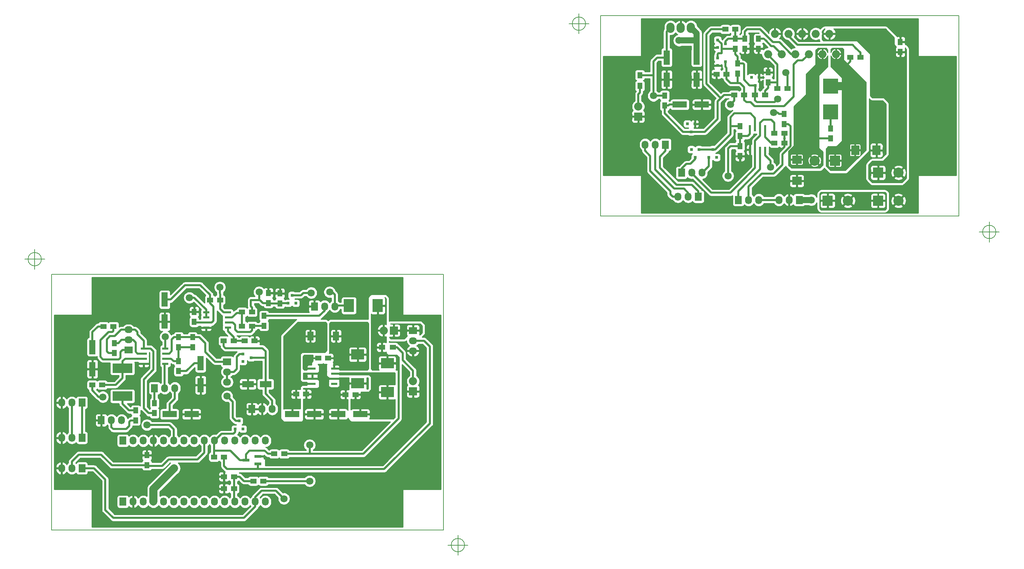
<source format=gbr>
%TF.GenerationSoftware,KiCad,Pcbnew,(5.1.9)-1*%
%TF.CreationDate,2021-04-11T15:54:41+02:00*%
%TF.ProjectId,bab_top,6261625f-746f-4702-9e6b-696361645f70,rev?*%
%TF.SameCoordinates,Original*%
%TF.FileFunction,Copper,L1,Top*%
%TF.FilePolarity,Positive*%
%FSLAX46Y46*%
G04 Gerber Fmt 4.6, Leading zero omitted, Abs format (unit mm)*
G04 Created by KiCad (PCBNEW (5.1.9)-1) date 2021-04-11 15:54:41*
%MOMM*%
%LPD*%
G01*
G04 APERTURE LIST*
%TA.AperFunction,Profile*%
%ADD10C,0.150000*%
%TD*%
%TA.AperFunction,ComponentPad*%
%ADD11O,2.032000X2.540000*%
%TD*%
%TA.AperFunction,ComponentPad*%
%ADD12R,1.727200X2.032000*%
%TD*%
%TA.AperFunction,ComponentPad*%
%ADD13O,1.727200X2.032000*%
%TD*%
%TA.AperFunction,SMDPad,CuDef*%
%ADD14R,3.200000X2.600000*%
%TD*%
%TA.AperFunction,SMDPad,CuDef*%
%ADD15R,1.250000X1.500000*%
%TD*%
%TA.AperFunction,SMDPad,CuDef*%
%ADD16R,1.500000X1.250000*%
%TD*%
%TA.AperFunction,ComponentPad*%
%ADD17R,2.540000X2.540000*%
%TD*%
%TA.AperFunction,ComponentPad*%
%ADD18C,2.540000*%
%TD*%
%TA.AperFunction,SMDPad,CuDef*%
%ADD19R,5.000000X2.400000*%
%TD*%
%TA.AperFunction,SMDPad,CuDef*%
%ADD20R,1.600200X3.599180*%
%TD*%
%TA.AperFunction,SMDPad,CuDef*%
%ADD21R,3.599180X1.600200*%
%TD*%
%TA.AperFunction,SMDPad,CuDef*%
%ADD22R,2.999740X1.600200*%
%TD*%
%TA.AperFunction,SMDPad,CuDef*%
%ADD23R,2.600000X3.200000*%
%TD*%
%TA.AperFunction,SMDPad,CuDef*%
%ADD24R,1.500000X2.200000*%
%TD*%
%TA.AperFunction,SMDPad,CuDef*%
%ADD25R,0.800100X0.800100*%
%TD*%
%TA.AperFunction,ComponentPad*%
%ADD26R,2.032000X1.727200*%
%TD*%
%TA.AperFunction,ComponentPad*%
%ADD27O,2.032000X1.727200*%
%TD*%
%TA.AperFunction,SMDPad,CuDef*%
%ADD28R,1.550000X0.600000*%
%TD*%
%TA.AperFunction,SMDPad,CuDef*%
%ADD29R,0.600000X1.550000*%
%TD*%
%TA.AperFunction,SMDPad,CuDef*%
%ADD30R,3.830000X3.830000*%
%TD*%
%TA.AperFunction,SMDPad,CuDef*%
%ADD31R,2.400000X2.000000*%
%TD*%
%TA.AperFunction,SMDPad,CuDef*%
%ADD32R,2.000000X2.400000*%
%TD*%
%TA.AperFunction,ComponentPad*%
%ADD33R,2.032000X2.032000*%
%TD*%
%TA.AperFunction,ComponentPad*%
%ADD34O,2.032000X2.032000*%
%TD*%
%TA.AperFunction,SMDPad,CuDef*%
%ADD35R,1.500000X1.300000*%
%TD*%
%TA.AperFunction,SMDPad,CuDef*%
%ADD36R,1.300000X1.500000*%
%TD*%
%TA.AperFunction,SMDPad,CuDef*%
%ADD37R,1.800860X0.800100*%
%TD*%
%TA.AperFunction,ComponentPad*%
%ADD38O,2.000000X2.000000*%
%TD*%
%TA.AperFunction,ViaPad*%
%ADD39C,1.800000*%
%TD*%
%TA.AperFunction,Conductor*%
%ADD40C,0.500000*%
%TD*%
%TA.AperFunction,Conductor*%
%ADD41C,2.000000*%
%TD*%
%TA.AperFunction,Conductor*%
%ADD42C,1.500000*%
%TD*%
%TA.AperFunction,Conductor*%
%ADD43C,0.200000*%
%TD*%
%TA.AperFunction,Conductor*%
%ADD44C,0.254000*%
%TD*%
%TA.AperFunction,Conductor*%
%ADD45C,0.100000*%
%TD*%
G04 APERTURE END LIST*
D10*
X140866666Y-146200000D02*
G75*
G03*
X140866666Y-146200000I-1666666J0D01*
G01*
X136700000Y-146200000D02*
X141700000Y-146200000D01*
X139200000Y-143700000D02*
X139200000Y-148700000D01*
X35266666Y-74800000D02*
G75*
G03*
X35266666Y-74800000I-1666666J0D01*
G01*
X31100000Y-74800000D02*
X36100000Y-74800000D01*
X33600000Y-72300000D02*
X33600000Y-77300000D01*
X273466666Y-68000000D02*
G75*
G03*
X273466666Y-68000000I-1666666J0D01*
G01*
X269300000Y-68000000D02*
X274300000Y-68000000D01*
X271800000Y-65500000D02*
X271800000Y-70500000D01*
X171066666Y-16000000D02*
G75*
G03*
X171066666Y-16000000I-1666666J0D01*
G01*
X166900000Y-16000000D02*
X171900000Y-16000000D01*
X169400000Y-13500000D02*
X169400000Y-18500000D01*
X40200000Y-78600000D02*
X37800000Y-78600000D01*
X40200000Y-142400000D02*
X37800000Y-142400000D01*
X40200000Y-78600000D02*
X44400000Y-78600000D01*
X37800000Y-142400000D02*
X37800000Y-78600000D01*
X135600000Y-142400000D02*
X39800000Y-142400000D01*
X135600000Y-78600000D02*
X135600000Y-142400000D01*
X44000000Y-78600000D02*
X135600000Y-78600000D01*
X179800000Y-64000000D02*
X174800000Y-64000000D01*
X174800000Y-14000000D02*
X174800000Y-64000000D01*
X179800000Y-14000000D02*
X174800000Y-14000000D01*
X264200000Y-64000000D02*
X259200000Y-64000000D01*
X264200000Y-14000000D02*
X264200000Y-64000000D01*
X264200000Y-14000000D02*
X259200000Y-14000000D01*
X254200000Y-64000000D02*
X259200000Y-64000000D01*
X179800000Y-64000000D02*
X254200000Y-64000000D01*
X254200000Y-14000000D02*
X259200000Y-14000000D01*
X247200000Y-14000000D02*
X192000000Y-14000000D01*
X247200000Y-14000000D02*
X254200000Y-14000000D01*
X192000000Y-14000000D02*
X179800000Y-14000000D01*
D11*
%TO.P,U401,2*%
%TO.N,GND*%
X194800000Y-17000000D03*
%TO.P,U401,3*%
%TO.N,+12P*%
X192260000Y-17000000D03*
%TO.P,U401,1*%
%TO.N,+BATT*%
X197340000Y-17000000D03*
%TD*%
D12*
%TO.P,P103,1*%
%TO.N,Net-(P103-Pad1)*%
X55600000Y-120100000D03*
D13*
%TO.P,P103,3*%
%TO.N,Net-(P103-Pad3)*%
X58140000Y-120100000D03*
%TO.P,P103,5*%
%TO.N,Net-(P103-Pad5)*%
X60680000Y-120100000D03*
%TO.P,P103,7*%
%TO.N,GND*%
X63220000Y-120100000D03*
%TO.P,P103,9*%
%TO.N,Net-(P103-Pad9)*%
X65760000Y-120100000D03*
%TO.P,P103,11*%
%TO.N,/Peak detector/ad_peak_mcu*%
X68300000Y-120100000D03*
%TO.P,P103,13*%
%TO.N,Net-(P103-Pad13)*%
X70840000Y-120100000D03*
%TO.P,P103,15*%
%TO.N,Net-(P103-Pad15)*%
X73380000Y-120100000D03*
%TO.P,P103,17*%
%TO.N,/OFFSET_CONTROL_MCU*%
X75920000Y-120100000D03*
%TO.P,P103,19*%
%TO.N,/PWM_CMD_MCU*%
X78460000Y-120100000D03*
%TO.P,P103,21*%
%TO.N,Net-(P103-Pad21)*%
X81000000Y-120100000D03*
%TO.P,P103,23*%
%TO.N,Net-(P103-Pad23)*%
X83540000Y-120100000D03*
%TO.P,P103,25*%
%TO.N,Net-(P103-Pad25)*%
X86080000Y-120100000D03*
%TO.P,P103,27*%
%TO.N,Net-(P103-Pad27)*%
X88620000Y-120100000D03*
%TO.P,P103,29*%
%TO.N,Net-(P103-Pad29)*%
X91160000Y-120100000D03*
D12*
%TO.P,P103,2*%
%TO.N,Net-(P103-Pad2)*%
X55600000Y-135340000D03*
D13*
%TO.P,P103,4*%
%TO.N,GND*%
X58140000Y-135340000D03*
%TO.P,P103,6*%
%TO.N,Net-(P103-Pad6)*%
X60680000Y-135340000D03*
%TO.P,P103,8*%
%TO.N,+5V*%
X63220000Y-135340000D03*
%TO.P,P103,10*%
%TO.N,Net-(P103-Pad10)*%
X65760000Y-135340000D03*
%TO.P,P103,12*%
%TO.N,Net-(P103-Pad12)*%
X68300000Y-135340000D03*
%TO.P,P103,14*%
%TO.N,Net-(P103-Pad14)*%
X70840000Y-135340000D03*
%TO.P,P103,16*%
%TO.N,Net-(P103-Pad16)*%
X73380000Y-135340000D03*
%TO.P,P103,18*%
%TO.N,Net-(P103-Pad18)*%
X75920000Y-135340000D03*
%TO.P,P103,20*%
%TO.N,Net-(P103-Pad20)*%
X78460000Y-135340000D03*
%TO.P,P103,22*%
%TO.N,Net-(P103-Pad22)*%
X81000000Y-135340000D03*
%TO.P,P103,24*%
%TO.N,/BATT_DIAG_MCU*%
X83540000Y-135340000D03*
%TO.P,P103,26*%
%TO.N,Net-(P103-Pad26)*%
X86080000Y-135340000D03*
%TO.P,P103,28*%
%TO.N,+3V3*%
X88620000Y-135340000D03*
%TO.P,P103,30*%
%TO.N,Net-(P103-Pad30)*%
X91160000Y-135340000D03*
%TD*%
D14*
%TO.P,D303,2*%
%TO.N,GND*%
X114200000Y-105800000D03*
%TO.P,D303,1*%
%TO.N,Net-(C305-Pad2)*%
X114200000Y-98600000D03*
%TD*%
D15*
%TO.P,R410,1*%
%TO.N,Net-(D406-Pad3)*%
X209000000Y-25950000D03*
%TO.P,R410,2*%
%TO.N,Net-(Q402-Pad3)*%
X209000000Y-28450000D03*
%TD*%
D16*
%TO.P,R411,1*%
%TO.N,Net-(D406-Pad3)*%
X213350000Y-33800000D03*
%TO.P,R411,2*%
%TO.N,Net-(R411-Pad2)*%
X215850000Y-33800000D03*
%TD*%
D17*
%TO.P,P101,1*%
%TO.N,/Motor/mot2*%
X233340000Y-50200000D03*
D18*
%TO.P,P101,2*%
%TO.N,/Motor/mot1*%
X228260000Y-50200000D03*
%TD*%
D15*
%TO.P,C411,1*%
%TO.N,/Motor/mot1*%
X232200000Y-44650000D03*
%TO.P,C411,2*%
%TO.N,Net-(C411-Pad2)*%
X232200000Y-42150000D03*
%TD*%
%TO.P,C101,1*%
%TO.N,/OFFSET_CONTROL_MCU*%
X61600000Y-126250000D03*
%TO.P,C101,2*%
%TO.N,GND*%
X61600000Y-123750000D03*
%TD*%
D16*
%TO.P,C102,1*%
%TO.N,/BATT_DIAG_MCU*%
X83350000Y-132100000D03*
%TO.P,C102,2*%
%TO.N,GND*%
X80850000Y-132100000D03*
%TD*%
D19*
%TO.P,C201,1*%
%TO.N,Net-(C201-Pad1)*%
X55500000Y-109000000D03*
%TO.P,C201,2*%
%TO.N,Net-(C201-Pad2)*%
X55500000Y-102000000D03*
%TD*%
D15*
%TO.P,C202,1*%
%TO.N,Net-(C202-Pad1)*%
X53500000Y-98250000D03*
%TO.P,C202,2*%
%TO.N,Net-(C202-Pad2)*%
X53500000Y-95750000D03*
%TD*%
D20*
%TO.P,C203,1*%
%TO.N,Net-(C203-Pad1)*%
X48000000Y-96749180D03*
%TO.P,C203,2*%
%TO.N,GND*%
X48000000Y-102250820D03*
%TD*%
D21*
%TO.P,C204,1*%
%TO.N,Net-(C204-Pad1)*%
X67249180Y-113500000D03*
%TO.P,C204,2*%
%TO.N,GND*%
X72750820Y-113500000D03*
%TD*%
D15*
%TO.P,C205,1*%
%TO.N,Net-(C205-Pad1)*%
X73000000Y-94250000D03*
%TO.P,C205,2*%
%TO.N,Net-(C205-Pad2)*%
X73000000Y-96750000D03*
%TD*%
D20*
%TO.P,C206,1*%
%TO.N,Net-(C206-Pad1)*%
X75000000Y-100749180D03*
%TO.P,C206,2*%
%TO.N,GND*%
X75000000Y-106250820D03*
%TD*%
D22*
%TO.P,C207,1*%
%TO.N,Net-(C207-Pad1)*%
X91199640Y-106000000D03*
%TO.P,C207,2*%
%TO.N,GND*%
X86800360Y-106000000D03*
%TD*%
D15*
%TO.P,C208,1*%
%TO.N,/Peak detector/ad_peak_mcu*%
X94800000Y-85850000D03*
%TO.P,C208,2*%
%TO.N,GND*%
X94800000Y-83350000D03*
%TD*%
D21*
%TO.P,C303,1*%
%TO.N,VDD*%
X114850820Y-113500000D03*
%TO.P,C303,2*%
%TO.N,GND*%
X109349180Y-113500000D03*
%TD*%
D16*
%TO.P,C304,1*%
%TO.N,VDD*%
X113650000Y-108600000D03*
%TO.P,C304,2*%
%TO.N,GND*%
X111150000Y-108600000D03*
%TD*%
%TO.P,C305,1*%
%TO.N,Net-(C305-Pad1)*%
X104350000Y-99500000D03*
%TO.P,C305,2*%
%TO.N,Net-(C305-Pad2)*%
X106850000Y-99500000D03*
%TD*%
D21*
%TO.P,C306,1*%
%TO.N,+5V*%
X97849180Y-113500000D03*
%TO.P,C306,2*%
%TO.N,GND*%
X103350820Y-113500000D03*
%TD*%
D16*
%TO.P,C307,1*%
%TO.N,+5V*%
X98850000Y-108500000D03*
%TO.P,C307,2*%
%TO.N,GND*%
X101350000Y-108500000D03*
%TD*%
D20*
%TO.P,C401,1*%
%TO.N,+BATT*%
X198800000Y-24449180D03*
%TO.P,C401,2*%
%TO.N,GND*%
X198800000Y-29950820D03*
%TD*%
D16*
%TO.P,C402,1*%
%TO.N,GND*%
X220650000Y-43400000D03*
%TO.P,C402,2*%
%TO.N,/Motor/conn_pot2*%
X218150000Y-43400000D03*
%TD*%
%TO.P,C403,1*%
%TO.N,GND*%
X220650000Y-45800000D03*
%TO.P,C403,2*%
%TO.N,Net-(C403-Pad2)*%
X218150000Y-45800000D03*
%TD*%
D20*
%TO.P,C404,1*%
%TO.N,+12P*%
X191300000Y-24449180D03*
%TO.P,C404,2*%
%TO.N,GND*%
X191300000Y-29950820D03*
%TD*%
D21*
%TO.P,C405,1*%
%TO.N,VEE*%
X194549180Y-36200000D03*
%TO.P,C405,2*%
%TO.N,GND*%
X200050820Y-36200000D03*
%TD*%
D15*
%TO.P,C406,1*%
%TO.N,GND*%
X214200000Y-22250000D03*
%TO.P,C406,2*%
%TO.N,Net-(C406-Pad2)*%
X214200000Y-19750000D03*
%TD*%
%TO.P,C408,1*%
%TO.N,+BATT*%
X249600000Y-23050000D03*
%TO.P,C408,2*%
%TO.N,GND*%
X249600000Y-20550000D03*
%TD*%
D16*
%TO.P,C410,1*%
%TO.N,Net-(C410-Pad1)*%
X239650000Y-24400000D03*
%TO.P,C410,2*%
%TO.N,/Motor/mot2*%
X237150000Y-24400000D03*
%TD*%
D14*
%TO.P,D301,2*%
%TO.N,+24V*%
X121600000Y-100800000D03*
%TO.P,D301,1*%
%TO.N,VDD*%
X121600000Y-108000000D03*
%TD*%
D23*
%TO.P,D302,2*%
%TO.N,+24V*%
X119200000Y-86400000D03*
%TO.P,D302,1*%
%TO.N,VAA*%
X112000000Y-86400000D03*
%TD*%
D24*
%TO.P,L301,1*%
%TO.N,Net-(C305-Pad2)*%
X108800000Y-94000000D03*
%TO.P,L301,2*%
%TO.N,+5V*%
X102400000Y-94000000D03*
%TD*%
D25*
%TO.P,Q401,1*%
%TO.N,Net-(D406-Pad3)*%
X203999240Y-20050000D03*
%TO.P,Q401,2*%
%TO.N,GND*%
X203999240Y-21950000D03*
%TO.P,Q401,3*%
%TO.N,Net-(Q401-Pad3)*%
X205998220Y-21000000D03*
%TD*%
%TO.P,Q402,1*%
%TO.N,Net-(D406-Pad3)*%
X203999240Y-24550000D03*
%TO.P,Q402,2*%
%TO.N,GND*%
X203999240Y-26450000D03*
%TO.P,Q402,3*%
%TO.N,Net-(Q402-Pad3)*%
X205998220Y-25500000D03*
%TD*%
D16*
%TO.P,R103,1*%
%TO.N,+24V*%
X90650000Y-130200000D03*
%TO.P,R103,2*%
%TO.N,/BATT_DIAG_MCU*%
X88150000Y-130200000D03*
%TD*%
%TO.P,R104,1*%
%TO.N,/BATT_DIAG_MCU*%
X83350000Y-129100000D03*
%TO.P,R104,2*%
%TO.N,GND*%
X80850000Y-129100000D03*
%TD*%
%TO.P,R105,1*%
%TO.N,+24V*%
X95850000Y-123400000D03*
%TO.P,R105,2*%
%TO.N,/PWM_CMD_MCU*%
X93350000Y-123400000D03*
%TD*%
%TO.P,R106,1*%
%TO.N,/PWM_CMD_MCU*%
X78350000Y-124200000D03*
%TO.P,R106,2*%
%TO.N,Net-(K102-Pad2)*%
X80850000Y-124200000D03*
%TD*%
D15*
%TO.P,R201,1*%
%TO.N,/Peak detector/audio_in*%
X58800000Y-115050000D03*
%TO.P,R201,2*%
%TO.N,Net-(C201-Pad1)*%
X58800000Y-112550000D03*
%TD*%
D16*
%TO.P,R202,1*%
%TO.N,VCOM*%
X47950000Y-106200000D03*
%TO.P,R202,2*%
%TO.N,Net-(C201-Pad2)*%
X50450000Y-106200000D03*
%TD*%
%TO.P,R203,1*%
%TO.N,VAA*%
X79850000Y-85000000D03*
%TO.P,R203,2*%
%TO.N,Net-(C209-Pad1)*%
X77350000Y-85000000D03*
%TD*%
D15*
%TO.P,R204,1*%
%TO.N,Net-(C209-Pad1)*%
X73400000Y-90450000D03*
%TO.P,R204,2*%
%TO.N,GND*%
X73400000Y-87950000D03*
%TD*%
D16*
%TO.P,R205,1*%
%TO.N,Net-(R205-Pad1)*%
X53250000Y-91600000D03*
%TO.P,R205,2*%
%TO.N,Net-(C203-Pad1)*%
X50750000Y-91600000D03*
%TD*%
D15*
%TO.P,R206,1*%
%TO.N,Net-(C202-Pad1)*%
X63500000Y-113250000D03*
%TO.P,R206,2*%
%TO.N,Net-(R206-Pad2)*%
X63500000Y-110750000D03*
%TD*%
%TO.P,R207,1*%
%TO.N,Net-(C205-Pad1)*%
X69500000Y-94250000D03*
%TO.P,R207,2*%
%TO.N,Net-(C205-Pad2)*%
X69500000Y-96750000D03*
%TD*%
%TO.P,R208,1*%
%TO.N,Net-(C205-Pad2)*%
X69500000Y-100250000D03*
%TO.P,R208,2*%
%TO.N,Net-(C206-Pad1)*%
X69500000Y-102750000D03*
%TD*%
D16*
%TO.P,R209,1*%
%TO.N,Net-(C207-Pad1)*%
X80750000Y-95200000D03*
%TO.P,R209,2*%
%TO.N,Net-(R209-Pad2)*%
X83250000Y-95200000D03*
%TD*%
%TO.P,R210,1*%
%TO.N,Net-(R209-Pad2)*%
X85950000Y-95200000D03*
%TO.P,R210,2*%
%TO.N,GND*%
X88450000Y-95200000D03*
%TD*%
D15*
%TO.P,R211,1*%
%TO.N,Net-(R211-Pad1)*%
X90800000Y-88950000D03*
%TO.P,R211,2*%
%TO.N,Net-(R211-Pad2)*%
X90800000Y-91450000D03*
%TD*%
D16*
%TO.P,R212,1*%
%TO.N,Net-(R212-Pad1)*%
X85350000Y-91500000D03*
%TO.P,R212,2*%
%TO.N,Net-(R211-Pad2)*%
X87850000Y-91500000D03*
%TD*%
%TO.P,R213,1*%
%TO.N,/Peak detector/ad_peak_mcu*%
X87850000Y-88000000D03*
%TO.P,R213,2*%
%TO.N,Net-(R212-Pad1)*%
X85350000Y-88000000D03*
%TD*%
D15*
%TO.P,R214,1*%
%TO.N,/Peak detector/ad_peak_mcu*%
X91900000Y-85750000D03*
%TO.P,R214,2*%
%TO.N,GND*%
X91900000Y-83250000D03*
%TD*%
%TO.P,R401,1*%
%TO.N,VEE*%
X190800000Y-36450000D03*
%TO.P,R401,2*%
%TO.N,+12P*%
X190800000Y-33950000D03*
%TD*%
%TO.P,R402,1*%
%TO.N,+12P*%
X209600000Y-44050000D03*
%TO.P,R402,2*%
%TO.N,Net-(D402-Pad1)*%
X209600000Y-41550000D03*
%TD*%
%TO.P,R404,1*%
%TO.N,Net-(R404-Pad1)*%
X220600000Y-41050000D03*
%TO.P,R404,2*%
%TO.N,Net-(D406-Pad3)*%
X220600000Y-38550000D03*
%TD*%
D16*
%TO.P,R405,1*%
%TO.N,Net-(Q401-Pad3)*%
X208450000Y-17400000D03*
%TO.P,R405,2*%
%TO.N,VEE*%
X205950000Y-17400000D03*
%TD*%
D15*
%TO.P,R406,1*%
%TO.N,GND*%
X210800000Y-22250000D03*
%TO.P,R406,2*%
%TO.N,Net-(Q401-Pad3)*%
X210800000Y-19750000D03*
%TD*%
D16*
%TO.P,R407,1*%
%TO.N,GND*%
X203750000Y-28600000D03*
%TO.P,R407,2*%
%TO.N,Net-(Q402-Pad3)*%
X206250000Y-28600000D03*
%TD*%
%TO.P,R408,1*%
%TO.N,Net-(Q402-Pad3)*%
X210650000Y-33800000D03*
%TO.P,R408,2*%
%TO.N,VEE*%
X208150000Y-33800000D03*
%TD*%
D15*
%TO.P,R409,1*%
%TO.N,Net-(D406-Pad3)*%
X208400000Y-22250000D03*
%TO.P,R409,2*%
%TO.N,Net-(Q401-Pad3)*%
X208400000Y-19750000D03*
%TD*%
%TO.P,R412,1*%
%TO.N,GND*%
X216600000Y-28150000D03*
%TO.P,R412,2*%
%TO.N,Net-(R411-Pad2)*%
X216600000Y-30650000D03*
%TD*%
D16*
%TO.P,R413,1*%
%TO.N,VEE*%
X221450000Y-32200000D03*
%TO.P,R413,2*%
%TO.N,Net-(R411-Pad2)*%
X218950000Y-32200000D03*
%TD*%
D12*
%TO.P,RV101,1*%
%TO.N,Net-(P108-Pad1)*%
X45400000Y-110600000D03*
D13*
%TO.P,RV101,2*%
%TO.N,Net-(P108-Pad2)*%
X42860000Y-110600000D03*
%TO.P,RV101,3*%
%TO.N,GND*%
X40320000Y-110600000D03*
%TD*%
D26*
%TO.P,RV201,1*%
%TO.N,Net-(R205-Pad1)*%
X57000000Y-97500000D03*
D27*
%TO.P,RV201,2*%
%TO.N,Net-(C202-Pad2)*%
X57000000Y-94960000D03*
%TO.P,RV201,3*%
%TO.N,Net-(C202-Pad1)*%
X57000000Y-92420000D03*
%TD*%
D12*
%TO.P,RV202,1*%
%TO.N,Net-(R206-Pad2)*%
X63500000Y-107000000D03*
D13*
%TO.P,RV202,2*%
%TO.N,Net-(RV202-Pad2)*%
X66040000Y-107000000D03*
%TO.P,RV202,3*%
%TO.N,Net-(C204-Pad1)*%
X68580000Y-107000000D03*
%TD*%
D26*
%TO.P,RV203,1*%
%TO.N,Net-(C205-Pad1)*%
X81600000Y-100400000D03*
D27*
%TO.P,RV203,2*%
%TO.N,Net-(D201-Pad1)*%
X81600000Y-102940000D03*
%TO.P,RV203,3*%
X81600000Y-105480000D03*
%TD*%
D12*
%TO.P,RV204,1*%
%TO.N,GND*%
X87800000Y-112200000D03*
D13*
%TO.P,RV204,2*%
X90340000Y-112200000D03*
%TO.P,RV204,3*%
%TO.N,Net-(C207-Pad1)*%
X92880000Y-112200000D03*
%TD*%
D12*
%TO.P,RV205,1*%
%TO.N,GND*%
X103400000Y-86600000D03*
D13*
%TO.P,RV205,2*%
%TO.N,Net-(R211-Pad1)*%
X105940000Y-86600000D03*
%TO.P,RV205,3*%
%TO.N,VAA*%
X108480000Y-86600000D03*
%TD*%
D12*
%TO.P,SW401,1*%
%TO.N,Net-(SW401-Pad1)*%
X209200000Y-60000000D03*
D13*
%TO.P,SW401,2*%
%TO.N,Net-(R404-Pad1)*%
X211740000Y-60000000D03*
%TO.P,SW401,3*%
%TO.N,/Motor/pwm_cmd_mcu*%
X214280000Y-60000000D03*
%TD*%
D28*
%TO.P,U201,1*%
%TO.N,Net-(C202-Pad1)*%
X60800000Y-97095000D03*
%TO.P,U201,2*%
%TO.N,Net-(C202-Pad2)*%
X60800000Y-98365000D03*
%TO.P,U201,3*%
%TO.N,Net-(C201-Pad2)*%
X60800000Y-99635000D03*
%TO.P,U201,4*%
%TO.N,GND*%
X60800000Y-100905000D03*
%TO.P,U201,5*%
%TO.N,Net-(RV202-Pad2)*%
X66200000Y-100905000D03*
%TO.P,U201,6*%
%TO.N,Net-(C205-Pad2)*%
X66200000Y-99635000D03*
%TO.P,U201,7*%
%TO.N,Net-(C205-Pad1)*%
X66200000Y-98365000D03*
%TO.P,U201,8*%
%TO.N,VAA*%
X66200000Y-97095000D03*
%TD*%
%TO.P,U202,1*%
%TO.N,VCOM*%
X76400000Y-88095000D03*
%TO.P,U202,2*%
X76400000Y-89365000D03*
%TO.P,U202,3*%
%TO.N,Net-(C209-Pad1)*%
X76400000Y-90635000D03*
%TO.P,U202,4*%
%TO.N,GND*%
X76400000Y-91905000D03*
%TO.P,U202,5*%
%TO.N,Net-(R209-Pad2)*%
X81800000Y-91905000D03*
%TO.P,U202,6*%
%TO.N,Net-(R211-Pad2)*%
X81800000Y-90635000D03*
%TO.P,U202,7*%
%TO.N,Net-(R212-Pad1)*%
X81800000Y-89365000D03*
%TO.P,U202,8*%
%TO.N,VAA*%
X81800000Y-88095000D03*
%TD*%
%TO.P,U301,1*%
%TO.N,Net-(C305-Pad1)*%
X102900000Y-102095000D03*
%TO.P,U301,2*%
%TO.N,GND*%
X102900000Y-103365000D03*
%TO.P,U301,3*%
X102900000Y-104635000D03*
%TO.P,U301,4*%
%TO.N,+5V*%
X102900000Y-105905000D03*
%TO.P,U301,5*%
%TO.N,Net-(U301-Pad5)*%
X108300000Y-105905000D03*
%TO.P,U301,6*%
%TO.N,GND*%
X108300000Y-104635000D03*
%TO.P,U301,7*%
%TO.N,VDD*%
X108300000Y-103365000D03*
%TO.P,U301,8*%
%TO.N,Net-(C305-Pad2)*%
X108300000Y-102095000D03*
%TD*%
D29*
%TO.P,U402,1*%
%TO.N,GND*%
X212095000Y-47500000D03*
%TO.P,U402,2*%
%TO.N,/Motor/conn_pot2*%
X213365000Y-47500000D03*
%TO.P,U402,3*%
%TO.N,Net-(SW401-Pad1)*%
X214635000Y-47500000D03*
%TO.P,U402,4*%
%TO.N,+12P*%
X215905000Y-47500000D03*
%TO.P,U402,5*%
%TO.N,Net-(C403-Pad2)*%
X215905000Y-42100000D03*
%TO.P,U402,6*%
%TO.N,/Motor/conn_pot2*%
X214635000Y-42100000D03*
%TO.P,U402,7*%
%TO.N,Net-(D402-Pad1)*%
X213365000Y-42100000D03*
%TO.P,U402,8*%
%TO.N,+12P*%
X212095000Y-42100000D03*
%TD*%
D30*
%TO.P,R414,1*%
%TO.N,Net-(C411-Pad2)*%
X232200000Y-38000000D03*
%TO.P,R414,2*%
%TO.N,/Motor/mot2*%
X232200000Y-31600000D03*
%TD*%
D17*
%TO.P,P102,1*%
%TO.N,Net-(P102-Pad1)*%
X244060000Y-60200000D03*
D18*
%TO.P,P102,2*%
%TO.N,GND*%
X249140000Y-60200000D03*
%TD*%
D15*
%TO.P,C412,1*%
%TO.N,+12P*%
X209600000Y-46550000D03*
%TO.P,C412,2*%
%TO.N,GND*%
X209600000Y-49050000D03*
%TD*%
D26*
%TO.P,K102,1*%
%TO.N,VPP*%
X128000000Y-92600000D03*
D27*
%TO.P,K102,2*%
%TO.N,Net-(K102-Pad2)*%
X128000000Y-95140000D03*
%TO.P,K102,3*%
%TO.N,GND*%
X128000000Y-97680000D03*
%TD*%
D12*
%TO.P,K101,1*%
%TO.N,+BATT*%
X224400000Y-60000000D03*
D13*
%TO.P,K101,2*%
%TO.N,GND*%
X221860000Y-60000000D03*
%TO.P,K101,3*%
%TO.N,/Motor/pwm_cmd_mcu*%
X219320000Y-60000000D03*
%TD*%
D20*
%TO.P,C209,1*%
%TO.N,Net-(C209-Pad1)*%
X66040000Y-84879180D03*
%TO.P,C209,2*%
%TO.N,GND*%
X66040000Y-90380820D03*
%TD*%
D25*
%TO.P,D101,1*%
%TO.N,/PWM_CMD_MCU*%
X83650000Y-117200760D03*
%TO.P,D101,2*%
%TO.N,N/C*%
X85550000Y-117200760D03*
%TO.P,D101,3*%
%TO.N,+3V3*%
X84600000Y-115201780D03*
%TD*%
%TO.P,D201,1*%
%TO.N,Net-(D201-Pad1)*%
X85599240Y-98450000D03*
%TO.P,D201,2*%
%TO.N,N/C*%
X85599240Y-100350000D03*
%TO.P,D201,3*%
%TO.N,Net-(C207-Pad1)*%
X87598220Y-99400000D03*
%TD*%
%TO.P,D202,1*%
%TO.N,/Peak detector/ad_peak_mcu*%
X96850000Y-85800760D03*
%TO.P,D202,2*%
%TO.N,N/C*%
X98750000Y-85800760D03*
%TO.P,D202,3*%
%TO.N,+3V3*%
X97800000Y-83801780D03*
%TD*%
D31*
%TO.P,D404,2*%
%TO.N,GND*%
X223800000Y-55250000D03*
%TO.P,D404,1*%
%TO.N,/Motor/mot1*%
X223800000Y-49950000D03*
%TD*%
D32*
%TO.P,D405,2*%
%TO.N,GND*%
X243650000Y-47600000D03*
%TO.P,D405,1*%
%TO.N,/Motor/mot2*%
X238350000Y-47600000D03*
%TD*%
D12*
%TO.P,P104,1*%
%TO.N,Net-(P104-Pad1)*%
X191000000Y-46200000D03*
D13*
%TO.P,P104,2*%
%TO.N,Net-(P104-Pad2)*%
X188460000Y-46200000D03*
%TO.P,P104,3*%
%TO.N,Net-(P104-Pad3)*%
X185920000Y-46200000D03*
%TD*%
D12*
%TO.P,P105,1*%
%TO.N,GND*%
X50200000Y-115000000D03*
D13*
%TO.P,P105,2*%
%TO.N,/Peak detector/audio_in*%
X52740000Y-115000000D03*
%TO.P,P105,3*%
%TO.N,Net-(P105-Pad3)*%
X55280000Y-115000000D03*
%TD*%
D25*
%TO.P,D401,1*%
%TO.N,GND*%
X198350000Y-40999240D03*
%TO.P,D401,2*%
%TO.N,N/C*%
X196450000Y-40999240D03*
%TO.P,D401,3*%
%TO.N,VEE*%
X197400000Y-42998220D03*
%TD*%
%TO.P,D402,1*%
%TO.N,Net-(D402-Pad1)*%
X199350000Y-47399240D03*
%TO.P,D402,2*%
%TO.N,N/C*%
X197450000Y-47399240D03*
%TO.P,D402,3*%
%TO.N,/Motor/conn_pot1*%
X198400000Y-49398220D03*
%TD*%
%TO.P,D403,1*%
%TO.N,/Motor/conn_pot3*%
X201850000Y-49400760D03*
%TO.P,D403,2*%
%TO.N,N/C*%
X203750000Y-49400760D03*
%TO.P,D403,3*%
%TO.N,Net-(D402-Pad1)*%
X202800000Y-47401780D03*
%TD*%
%TO.P,D406,1*%
%TO.N,GND*%
X214350000Y-29399240D03*
%TO.P,D406,2*%
%TO.N,N/C*%
X212450000Y-29399240D03*
%TO.P,D406,3*%
%TO.N,Net-(D406-Pad3)*%
X213400000Y-31398220D03*
%TD*%
D33*
%TO.P,P2,1*%
%TO.N,VPP*%
X123200000Y-92600000D03*
D34*
%TO.P,P2,2*%
%TO.N,+24V*%
X120660000Y-92600000D03*
%TD*%
D33*
%TO.P,P3,1*%
%TO.N,GND*%
X128000000Y-107800000D03*
D34*
%TO.P,P3,2*%
%TO.N,Net-(P3-Pad2)*%
X128000000Y-105260000D03*
%TD*%
D33*
%TO.P,P4,1*%
%TO.N,GND*%
X184200000Y-39200000D03*
D34*
%TO.P,P4,2*%
%TO.N,Net-(P4-Pad2)*%
X184200000Y-36660000D03*
%TD*%
D12*
%TO.P,P5,1*%
%TO.N,Net-(P104-Pad1)*%
X199200000Y-59200000D03*
D13*
%TO.P,P5,2*%
%TO.N,Net-(P104-Pad2)*%
X196660000Y-59200000D03*
%TO.P,P5,3*%
%TO.N,Net-(P104-Pad3)*%
X194120000Y-59200000D03*
%TD*%
D12*
%TO.P,P6,1*%
%TO.N,/Motor/conn_pot1*%
X195000000Y-53200000D03*
D13*
%TO.P,P6,2*%
%TO.N,/Motor/conn_pot2*%
X197540000Y-53200000D03*
%TO.P,P6,3*%
%TO.N,/Motor/conn_pot3*%
X200080000Y-53200000D03*
%TD*%
D35*
%TO.P,R1,1*%
%TO.N,+24V*%
X120250000Y-96800000D03*
%TO.P,R1,2*%
%TO.N,Net-(P3-Pad2)*%
X122950000Y-96800000D03*
%TD*%
D36*
%TO.P,R2,1*%
%TO.N,+12P*%
X184600000Y-28850000D03*
%TO.P,R2,2*%
%TO.N,Net-(P4-Pad2)*%
X184600000Y-31550000D03*
%TD*%
D37*
%TO.P,Q1,1*%
%TO.N,Net-(K102-Pad2)*%
X89301140Y-125950000D03*
%TO.P,Q1,2*%
%TO.N,GND*%
X89301140Y-124050000D03*
%TO.P,Q1,3*%
%TO.N,/PWM_CMD_MCU*%
X86298860Y-125000000D03*
%TD*%
D17*
%TO.P,P106,1*%
%TO.N,+BATT*%
X244060000Y-53200000D03*
D18*
%TO.P,P106,2*%
X249140000Y-53200000D03*
%TD*%
D17*
%TO.P,P107,1*%
%TO.N,Net-(P102-Pad1)*%
X231460000Y-60200000D03*
D18*
%TO.P,P107,2*%
X236540000Y-60200000D03*
%TD*%
D38*
%TO.P,U403,1*%
%TO.N,/Motor/mot2*%
X233600000Y-23600000D03*
%TO.P,U403,2*%
%TO.N,+BATT*%
X231900000Y-18520000D03*
%TO.P,U403,3*%
%TO.N,/Motor/mot1*%
X230200000Y-23600000D03*
%TO.P,U403,4*%
%TO.N,Net-(C409-Pad2)*%
X228500000Y-18520000D03*
%TO.P,U403,5*%
%TO.N,Net-(Q402-Pad3)*%
X226800000Y-23600000D03*
%TO.P,U403,6*%
%TO.N,GND*%
X225100000Y-18520000D03*
%TO.P,U403,7*%
%TO.N,Net-(Q401-Pad3)*%
X223400000Y-23600000D03*
%TO.P,U403,8*%
%TO.N,Net-(C410-Pad1)*%
X221700000Y-18520000D03*
%TO.P,U403,9*%
%TO.N,Net-(C406-Pad2)*%
X220000000Y-23600000D03*
%TO.P,U403,10*%
%TO.N,GND*%
X218300000Y-18520000D03*
%TO.P,U403,11*%
%TO.N,Net-(R411-Pad2)*%
X216600000Y-23600000D03*
%TD*%
D12*
%TO.P,P108,1*%
%TO.N,Net-(P108-Pad1)*%
X45400000Y-119400000D03*
D13*
%TO.P,P108,2*%
%TO.N,Net-(P108-Pad2)*%
X42860000Y-119400000D03*
%TO.P,P108,3*%
%TO.N,GND*%
X40320000Y-119400000D03*
%TD*%
D12*
%TO.P,P109,1*%
%TO.N,+3V3*%
X45400000Y-127000000D03*
D13*
%TO.P,P109,2*%
%TO.N,/OFFSET_CONTROL_MCU*%
X42860000Y-127000000D03*
%TO.P,P109,3*%
%TO.N,GND*%
X40320000Y-127000000D03*
%TD*%
D39*
%TO.N,/Peak detector/ad_peak_mcu*%
X61600000Y-116200000D03*
X89600000Y-83000000D03*
%TO.N,+5V*%
X68400000Y-127000000D03*
X97800000Y-105800000D03*
%TO.N,+BATT*%
X227400000Y-60000000D03*
X194400000Y-20200000D03*
X248400000Y-49400000D03*
X248400000Y-47000000D03*
%TO.N,GND*%
X75800000Y-132000000D03*
X40400000Y-106000000D03*
X254400000Y-48800000D03*
X257800000Y-48800000D03*
X231600000Y-55200000D03*
X235800000Y-55200000D03*
X218400000Y-48400000D03*
X129800000Y-101400000D03*
X210000000Y-51800000D03*
X213600000Y-25600000D03*
X205000000Y-31600000D03*
%TO.N,+12P*%
X206600000Y-54000000D03*
X217200000Y-51800000D03*
X188000000Y-34000000D03*
%TO.N,VEE*%
X221000000Y-28200000D03*
X207200000Y-36200000D03*
%TO.N,+3V3*%
X95800000Y-134600000D03*
X81600000Y-109000000D03*
X102600000Y-83200000D03*
%TO.N,+24V*%
X102200000Y-121200000D03*
X102200000Y-130200000D03*
%TO.N,VAA*%
X107200000Y-83000000D03*
X66200000Y-94200000D03*
X79800000Y-81800000D03*
%TO.N,VCOM*%
X50600000Y-109200000D03*
X72200000Y-84400000D03*
%TO.N,Net-(D406-Pad3)*%
X219000000Y-34800000D03*
X218000000Y-38200000D03*
%TD*%
D40*
%TO.N,/OFFSET_CONTROL_MCU*%
X42860000Y-127000000D02*
X42860000Y-125340000D01*
X52850000Y-126250000D02*
X61600000Y-126250000D01*
X50200000Y-123600000D02*
X52850000Y-126250000D01*
X44600000Y-123600000D02*
X50200000Y-123600000D01*
X42860000Y-125340000D02*
X44600000Y-123600000D01*
X61600000Y-126250000D02*
X61750000Y-126400000D01*
X61750000Y-126400000D02*
X65400000Y-126400000D01*
X65400000Y-126400000D02*
X67000000Y-124800000D01*
X67000000Y-124800000D02*
X74200000Y-124800000D01*
X74200000Y-124800000D02*
X75920000Y-123080000D01*
X75920000Y-123080000D02*
X75920000Y-120100000D01*
%TO.N,/BATT_DIAG_MCU*%
X83350000Y-129100000D02*
X84700000Y-129100000D01*
X85800000Y-130200000D02*
X88150000Y-130200000D01*
X84700000Y-129100000D02*
X85800000Y-130200000D01*
X83600000Y-129350000D02*
X83350000Y-129100000D01*
X83350000Y-129100000D02*
X83350000Y-132100000D01*
X83350000Y-132100000D02*
X83350000Y-135150000D01*
X83350000Y-135150000D02*
X83540000Y-135340000D01*
%TO.N,Net-(C201-Pad1)*%
X58800000Y-112550000D02*
X57150000Y-112550000D01*
X55500000Y-110900000D02*
X55500000Y-109000000D01*
X57150000Y-112550000D02*
X55500000Y-110900000D01*
%TO.N,Net-(C201-Pad2)*%
X50450000Y-106200000D02*
X53800000Y-106200000D01*
X55500000Y-104500000D02*
X55500000Y-102000000D01*
X53800000Y-106200000D02*
X55500000Y-104500000D01*
X60800000Y-99635000D02*
X56165000Y-99635000D01*
X55500000Y-100300000D02*
X55500000Y-102000000D01*
X56165000Y-99635000D02*
X55500000Y-100300000D01*
%TO.N,Net-(C202-Pad1)*%
X63500000Y-113250000D02*
X62050000Y-113250000D01*
X62495000Y-97095000D02*
X60800000Y-97095000D01*
X63200000Y-97800000D02*
X62495000Y-97095000D01*
X63200000Y-102400000D02*
X63200000Y-97800000D01*
X60800000Y-104800000D02*
X63200000Y-102400000D01*
X60800000Y-112000000D02*
X60800000Y-104800000D01*
X62050000Y-113250000D02*
X60800000Y-112000000D01*
X60800000Y-97095000D02*
X60800000Y-95200000D01*
X58620000Y-92420000D02*
X57000000Y-92420000D01*
X59200000Y-93000000D02*
X58620000Y-92420000D01*
X59200000Y-93600000D02*
X59200000Y-93000000D01*
X60800000Y-95200000D02*
X59200000Y-93600000D01*
X53500000Y-98250000D02*
X52050000Y-98250000D01*
X55180000Y-92420000D02*
X57000000Y-92420000D01*
X53600000Y-94000000D02*
X55180000Y-92420000D01*
X52400000Y-94000000D02*
X53600000Y-94000000D01*
X51600000Y-94800000D02*
X52400000Y-94000000D01*
X51600000Y-97800000D02*
X51600000Y-94800000D01*
X52050000Y-98250000D02*
X51600000Y-97800000D01*
%TO.N,Net-(C202-Pad2)*%
X53500000Y-95750000D02*
X54450000Y-95750000D01*
X55240000Y-94960000D02*
X57000000Y-94960000D01*
X54450000Y-95750000D02*
X55240000Y-94960000D01*
X60800000Y-98365000D02*
X59235000Y-98365000D01*
X58160000Y-94960000D02*
X57000000Y-94960000D01*
X58800000Y-95600000D02*
X58160000Y-94960000D01*
X58800000Y-97930000D02*
X58800000Y-95600000D01*
X59235000Y-98365000D02*
X58800000Y-97930000D01*
%TO.N,Net-(C203-Pad1)*%
X50750000Y-91600000D02*
X49400000Y-91600000D01*
X48000000Y-93000000D02*
X48000000Y-96749180D01*
X49400000Y-91600000D02*
X48000000Y-93000000D01*
%TO.N,Net-(C204-Pad1)*%
X67249180Y-113500000D02*
X67249180Y-110950820D01*
X68580000Y-109620000D02*
X68580000Y-107000000D01*
X67249180Y-110950820D02*
X68580000Y-109620000D01*
%TO.N,Net-(C205-Pad1)*%
X73000000Y-94250000D02*
X74650000Y-94250000D01*
X78600000Y-100400000D02*
X81600000Y-100400000D01*
X76200000Y-98000000D02*
X78600000Y-100400000D01*
X76200000Y-95800000D02*
X76200000Y-98000000D01*
X74650000Y-94250000D02*
X76200000Y-95800000D01*
X73250000Y-94250000D02*
X73000000Y-94250000D01*
X73000000Y-94250000D02*
X69500000Y-94250000D01*
X66200000Y-98365000D02*
X67165000Y-98365000D01*
X68350000Y-94250000D02*
X69500000Y-94250000D01*
X67800000Y-94800000D02*
X68350000Y-94250000D01*
X67800000Y-97730000D02*
X67800000Y-94800000D01*
X67165000Y-98365000D02*
X67800000Y-97730000D01*
%TO.N,Net-(C205-Pad2)*%
X69500000Y-96750000D02*
X73000000Y-96750000D01*
X69500000Y-96750000D02*
X69500000Y-100250000D01*
X66200000Y-99635000D02*
X67635000Y-99635000D01*
X68250000Y-100250000D02*
X69500000Y-100250000D01*
X67635000Y-99635000D02*
X68250000Y-100250000D01*
%TO.N,Net-(C206-Pad1)*%
X69500000Y-102750000D02*
X71450000Y-102750000D01*
X73450820Y-100749180D02*
X75000000Y-100749180D01*
X71450000Y-102750000D02*
X73450820Y-100749180D01*
%TO.N,Net-(C207-Pad1)*%
X87598220Y-99400000D02*
X91199640Y-99400000D01*
X91199640Y-99400000D02*
X91200000Y-99400000D01*
X91200000Y-99400000D02*
X91199640Y-99400000D01*
X80750000Y-95200000D02*
X80750000Y-96550000D01*
X91199640Y-97799640D02*
X91199640Y-99400000D01*
X91199640Y-99400000D02*
X91199640Y-106000000D01*
X90400000Y-97000000D02*
X91199640Y-97799640D01*
X81200000Y-97000000D02*
X90400000Y-97000000D01*
X80750000Y-96550000D02*
X81200000Y-97000000D01*
X92880000Y-112200000D02*
X92880000Y-110080000D01*
X91199640Y-108399640D02*
X91199640Y-106000000D01*
X92880000Y-110080000D02*
X91199640Y-108399640D01*
X90199640Y-106200000D02*
X90200000Y-106200000D01*
X90200000Y-106200000D02*
X90199640Y-106200000D01*
%TO.N,/Peak detector/ad_peak_mcu*%
X96850000Y-85800760D02*
X94849240Y-85800760D01*
X94849240Y-85800760D02*
X94800000Y-85850000D01*
X89600000Y-85000760D02*
X89600000Y-83000000D01*
X68300000Y-117300000D02*
X68300000Y-120100000D01*
X67200000Y-116200000D02*
X68300000Y-117300000D01*
X61600000Y-116200000D02*
X67200000Y-116200000D01*
X89000000Y-85000760D02*
X89600000Y-85000760D01*
X89600000Y-85000760D02*
X89800760Y-85000760D01*
X90550000Y-85750000D02*
X89800760Y-85000760D01*
X90550000Y-85750000D02*
X91900000Y-85750000D01*
X94800000Y-85850000D02*
X92000000Y-85850000D01*
X92000000Y-85850000D02*
X91900000Y-85750000D01*
X89000760Y-85000760D02*
X89000000Y-85000760D01*
X89000000Y-85000760D02*
X87550000Y-85000760D01*
X87850000Y-88000000D02*
X87850000Y-86850000D01*
X87550000Y-86550000D02*
X87550000Y-85000760D01*
X87850000Y-86850000D02*
X87550000Y-86550000D01*
D41*
%TO.N,+5V*%
X63220000Y-135340000D02*
X63220000Y-132180000D01*
X63220000Y-132180000D02*
X68400000Y-127000000D01*
D42*
%TO.N,+BATT*%
X224400000Y-60000000D02*
X227400000Y-60000000D01*
D40*
X232020000Y-18400000D02*
X231900000Y-18520000D01*
D42*
X198800000Y-20200000D02*
X194400000Y-20200000D01*
X197340000Y-17000000D02*
X197400000Y-17000000D01*
X197400000Y-17000000D02*
X198800000Y-18400000D01*
X198800000Y-18400000D02*
X198800000Y-20200000D01*
X198800000Y-20200000D02*
X198800000Y-24449180D01*
D40*
X197400000Y-17000000D02*
X198800000Y-18400000D01*
X198800000Y-18400000D02*
X198800000Y-21000000D01*
X198800000Y-21000000D02*
X198800000Y-24449180D01*
D43*
%TO.N,GND*%
X80850000Y-132100000D02*
X75900000Y-132100000D01*
X75900000Y-132100000D02*
X75800000Y-132000000D01*
X257800000Y-48800000D02*
X254400000Y-48800000D01*
X235800000Y-55200000D02*
X231600000Y-55200000D01*
X231550000Y-55250000D02*
X231600000Y-55200000D01*
X231550000Y-55250000D02*
X223800000Y-55250000D01*
D40*
X220650000Y-45800000D02*
X220650000Y-46750000D01*
X219000000Y-48400000D02*
X218400000Y-48400000D01*
X220650000Y-46750000D02*
X219000000Y-48400000D01*
X128000000Y-97680000D02*
X128000000Y-99600000D01*
X128000000Y-99600000D02*
X129800000Y-101400000D01*
X209600000Y-49050000D02*
X209600000Y-51400000D01*
X209600000Y-51400000D02*
X210000000Y-51800000D01*
X214350000Y-29399240D02*
X214350000Y-26350000D01*
X214350000Y-26350000D02*
X213600000Y-25600000D01*
X203750000Y-28600000D02*
X203750000Y-30350000D01*
X203750000Y-30350000D02*
X205000000Y-31600000D01*
X91900000Y-83250000D02*
X94700000Y-83250000D01*
X94700000Y-83250000D02*
X94800000Y-83350000D01*
X220650000Y-45800000D02*
X220650000Y-43400000D01*
X80850000Y-129100000D02*
X80850000Y-132100000D01*
%TO.N,/Motor/conn_pot2*%
X197540000Y-53200000D02*
X197540000Y-53340000D01*
X197540000Y-53340000D02*
X202400000Y-58200000D01*
X202400000Y-58200000D02*
X207200000Y-58200000D01*
X207200000Y-58200000D02*
X210600000Y-54800000D01*
X213365000Y-52035000D02*
X213365000Y-47500000D01*
X210600000Y-54800000D02*
X213365000Y-52035000D01*
X210600000Y-54800000D02*
X210600000Y-54800000D01*
X214635000Y-42100000D02*
X214635000Y-43965000D01*
X213365000Y-45235000D02*
X213365000Y-47500000D01*
X214635000Y-43965000D02*
X213365000Y-45235000D01*
X214635000Y-42100000D02*
X214635000Y-40765000D01*
X218150000Y-40750000D02*
X218150000Y-43400000D01*
X217400000Y-40000000D02*
X218150000Y-40750000D01*
X215400000Y-40000000D02*
X217400000Y-40000000D01*
X214635000Y-40765000D02*
X215400000Y-40000000D01*
%TO.N,Net-(C403-Pad2)*%
X215905000Y-42100000D02*
X215905000Y-44305000D01*
X215905000Y-44305000D02*
X217400000Y-45800000D01*
X217400000Y-45800000D02*
X218150000Y-45800000D01*
%TO.N,+12P*%
X184600000Y-28850000D02*
X188000000Y-28850000D01*
X187800000Y-28800000D02*
X188000000Y-28800000D01*
X187950000Y-28800000D02*
X187800000Y-28800000D01*
X188000000Y-28850000D02*
X187950000Y-28800000D01*
X209600000Y-46550000D02*
X207250000Y-46550000D01*
X206600000Y-47200000D02*
X207250000Y-46550000D01*
X206600000Y-48800000D02*
X206600000Y-47200000D01*
X206600000Y-48800000D02*
X206600000Y-54000000D01*
X191300000Y-20700000D02*
X191300000Y-17960000D01*
X191300000Y-24449180D02*
X191300000Y-20800000D01*
X191300000Y-20700000D02*
X191300000Y-20800000D01*
X191300000Y-17960000D02*
X192260000Y-17000000D01*
X215905000Y-48905000D02*
X217200000Y-50200000D01*
X217200000Y-50200000D02*
X217200000Y-51800000D01*
X215905000Y-47500000D02*
X215905000Y-48905000D01*
X188000000Y-34000000D02*
X188000000Y-33950000D01*
X212095000Y-42100000D02*
X212095000Y-43505000D01*
X211550000Y-44050000D02*
X209600000Y-44050000D01*
X212095000Y-43505000D02*
X211550000Y-44050000D01*
X209600000Y-46550000D02*
X209600000Y-44050000D01*
X190800000Y-33950000D02*
X188000000Y-33950000D01*
X188000000Y-33950000D02*
X188000000Y-31600000D01*
X188000000Y-25400000D02*
X188950820Y-24449180D01*
X188950820Y-24449180D02*
X191300000Y-24449180D01*
X188000000Y-30000000D02*
X188000000Y-28800000D01*
X188000000Y-28800000D02*
X188000000Y-25400000D01*
X188000000Y-30200000D02*
X188000000Y-30000000D01*
X188000000Y-31400000D02*
X188000000Y-30200000D01*
X188000000Y-31600000D02*
X188000000Y-31400000D01*
X188000000Y-33950000D02*
X188000000Y-33950000D01*
%TO.N,VEE*%
X208150000Y-33800000D02*
X208150000Y-35250000D01*
X221450000Y-28650000D02*
X221450000Y-32200000D01*
X221000000Y-28200000D02*
X221450000Y-28650000D01*
X208150000Y-35250000D02*
X207200000Y-36200000D01*
X205950000Y-17400000D02*
X202400000Y-17400000D01*
X201200000Y-31000000D02*
X204000000Y-33800000D01*
X201200000Y-18600000D02*
X201200000Y-31000000D01*
X202400000Y-17400000D02*
X201200000Y-18600000D01*
X204000000Y-33800000D02*
X204800000Y-34600000D01*
X204000000Y-33800000D02*
X204000000Y-33800000D01*
X204800000Y-34600000D02*
X204800000Y-34400000D01*
X204800000Y-34400000D02*
X204800000Y-34600000D01*
X197400000Y-42998220D02*
X200801780Y-42998220D01*
X205600000Y-33800000D02*
X208150000Y-33800000D01*
X204000000Y-35400000D02*
X204800000Y-34600000D01*
X204800000Y-34600000D02*
X205600000Y-33800000D01*
X204000000Y-39800000D02*
X204000000Y-35400000D01*
X200801780Y-42998220D02*
X204000000Y-39800000D01*
X197400000Y-42998220D02*
X195398220Y-42998220D01*
X190800000Y-38400000D02*
X190800000Y-36450000D01*
X195398220Y-42998220D02*
X190800000Y-38400000D01*
X194549180Y-36200000D02*
X192000000Y-36200000D01*
X191750000Y-36450000D02*
X190800000Y-36450000D01*
X192000000Y-36200000D02*
X191750000Y-36450000D01*
X194299180Y-36450000D02*
X194549180Y-36200000D01*
%TO.N,Net-(C406-Pad2)*%
X220000000Y-23600000D02*
X218000000Y-21600000D01*
X215550000Y-19750000D02*
X214200000Y-19750000D01*
X216000000Y-20200000D02*
X215550000Y-19750000D01*
X216000000Y-20200000D02*
X216000000Y-20200000D01*
X217400000Y-21600000D02*
X216000000Y-20200000D01*
X218000000Y-21600000D02*
X217400000Y-21600000D01*
%TO.N,/Motor/mot1*%
X232200000Y-44650000D02*
X228250000Y-44650000D01*
X228250000Y-44650000D02*
X228200000Y-44600000D01*
%TO.N,Net-(C410-Pad1)*%
X231700000Y-21300000D02*
X237700000Y-21300000D01*
X237700000Y-21300000D02*
X238400000Y-22000000D01*
X223900000Y-21300000D02*
X231700000Y-21300000D01*
X239650000Y-24400000D02*
X239650000Y-23250000D01*
X239650000Y-23250000D02*
X238400000Y-22000000D01*
X238400000Y-22000000D02*
X238400000Y-22000000D01*
X221700000Y-19100000D02*
X221700000Y-18520000D01*
X223900000Y-21300000D02*
X221700000Y-19100000D01*
%TO.N,/Motor/mot2*%
X237150000Y-24400000D02*
X237150000Y-25450000D01*
X237150000Y-25450000D02*
X236400000Y-26200000D01*
D41*
X232200000Y-31600000D02*
X237800000Y-31600000D01*
D40*
X237800000Y-31600000D02*
X237600000Y-31600000D01*
X237600000Y-31600000D02*
X237800000Y-31600000D01*
%TO.N,Net-(C411-Pad2)*%
X232200000Y-38000000D02*
X232200000Y-42150000D01*
%TO.N,+3V3*%
X45400000Y-127000000D02*
X48400000Y-127000000D01*
X88620000Y-136580000D02*
X88620000Y-135340000D01*
X85800000Y-139400000D02*
X88620000Y-136580000D01*
X53200000Y-139400000D02*
X85800000Y-139400000D01*
X51200000Y-137400000D02*
X53200000Y-139400000D01*
X51200000Y-129800000D02*
X51200000Y-137400000D01*
X48400000Y-127000000D02*
X51200000Y-129800000D01*
X88620000Y-134180000D02*
X88620000Y-135340000D01*
X90200000Y-132600000D02*
X88620000Y-134180000D01*
X93800000Y-132600000D02*
X90200000Y-132600000D01*
X95800000Y-134600000D02*
X93800000Y-132600000D01*
X83000000Y-112200000D02*
X83000000Y-110400000D01*
X83000000Y-110400000D02*
X81600000Y-109000000D01*
X83000000Y-112200000D02*
X83000000Y-114400000D01*
X83801780Y-115201780D02*
X84600000Y-115201780D01*
X83000000Y-114400000D02*
X83801780Y-115201780D01*
X97800000Y-83801780D02*
X99998220Y-83801780D01*
X99998220Y-83801780D02*
X100600000Y-83200000D01*
X100600000Y-83200000D02*
X102600000Y-83200000D01*
%TO.N,/PWM_CMD_MCU*%
X86298860Y-125000000D02*
X86298860Y-123501140D01*
X91800000Y-123400000D02*
X93350000Y-123400000D01*
X91000000Y-122600000D02*
X91800000Y-123400000D01*
X87200000Y-122600000D02*
X91000000Y-122600000D01*
X86298860Y-123501140D02*
X87200000Y-122600000D01*
X86298860Y-125000000D02*
X84800000Y-125000000D01*
X82400000Y-122600000D02*
X78350000Y-122600000D01*
X84800000Y-125000000D02*
X82400000Y-122600000D01*
X78350000Y-124200000D02*
X78350000Y-122600000D01*
X78350000Y-122600000D02*
X78350000Y-120210000D01*
X78350000Y-120210000D02*
X78460000Y-120100000D01*
X83650000Y-117200760D02*
X83650000Y-117950000D01*
X78460000Y-120140000D02*
X78460000Y-120100000D01*
X80200000Y-118400000D02*
X78460000Y-120140000D01*
X83200000Y-118400000D02*
X80200000Y-118400000D01*
X83650000Y-117950000D02*
X83200000Y-118400000D01*
X78450000Y-120090000D02*
X78460000Y-120100000D01*
%TO.N,+24V*%
X90650000Y-130200000D02*
X102200000Y-130200000D01*
X102200000Y-121200000D02*
X102200000Y-123400000D01*
X95850000Y-123400000D02*
X101400000Y-123400000D01*
X101400000Y-123400000D02*
X102200000Y-123400000D01*
X102200000Y-123400000D02*
X103800000Y-123400000D01*
X103800000Y-123400000D02*
X115600000Y-123400000D01*
X115600000Y-123400000D02*
X124400000Y-114600000D01*
X124400000Y-114600000D02*
X124400000Y-101400000D01*
X124400000Y-101400000D02*
X123800000Y-100800000D01*
X123800000Y-100800000D02*
X121600000Y-100800000D01*
%TO.N,VAA*%
X112000000Y-86400000D02*
X108680000Y-86400000D01*
X108680000Y-86400000D02*
X108480000Y-86600000D01*
X108480000Y-86600000D02*
X108480000Y-83680000D01*
X107800000Y-83000000D02*
X107200000Y-83000000D01*
X108480000Y-83680000D02*
X107800000Y-83000000D01*
X79850000Y-85000000D02*
X79800000Y-81800000D01*
X66200000Y-94200000D02*
X66200000Y-97095000D01*
X79850000Y-85000000D02*
X79850000Y-87250000D01*
X80695000Y-88095000D02*
X81800000Y-88095000D01*
X79850000Y-87250000D02*
X80695000Y-88095000D01*
X81850000Y-88045000D02*
X81800000Y-88095000D01*
%TO.N,Net-(D402-Pad1)*%
X199350000Y-47399240D02*
X202797460Y-47399240D01*
X202797460Y-47399240D02*
X202800000Y-47401780D01*
X202800000Y-47401780D02*
X203398220Y-47401780D01*
X207200000Y-43600000D02*
X207200000Y-41550000D01*
X203398220Y-47401780D02*
X207200000Y-43600000D01*
X209600000Y-41550000D02*
X207200000Y-41550000D01*
X207200000Y-41550000D02*
X207200000Y-41400000D01*
X207200000Y-41400000D02*
X207200000Y-40800000D01*
X213365000Y-39565000D02*
X213365000Y-42100000D01*
X207200000Y-40800000D02*
X207200000Y-39400000D01*
X207200000Y-39400000D02*
X208200000Y-38400000D01*
X208200000Y-38400000D02*
X212200000Y-38400000D01*
X212200000Y-38400000D02*
X213365000Y-39565000D01*
%TO.N,/Motor/conn_pot1*%
X195000000Y-53200000D02*
X195000000Y-52200000D01*
X195000000Y-52200000D02*
X196200000Y-51000000D01*
X196200000Y-51000000D02*
X197200000Y-51000000D01*
X197200000Y-51000000D02*
X198400000Y-49800000D01*
X198400000Y-49800000D02*
X198400000Y-49398220D01*
%TO.N,/Motor/conn_pot3*%
X200080000Y-53200000D02*
X200200000Y-53200000D01*
X200200000Y-53200000D02*
X201850000Y-51550000D01*
X201850000Y-51550000D02*
X201850000Y-49400760D01*
%TO.N,/Peak detector/audio_in*%
X58800000Y-115050000D02*
X57550000Y-115050000D01*
X52740000Y-116740000D02*
X52740000Y-115000000D01*
X53200000Y-117200000D02*
X52740000Y-116740000D01*
X56400000Y-117200000D02*
X53200000Y-117200000D01*
X57200000Y-116400000D02*
X56400000Y-117200000D01*
X57200000Y-115400000D02*
X57200000Y-116400000D01*
X57550000Y-115050000D02*
X57200000Y-115400000D01*
%TO.N,/Motor/pwm_cmd_mcu*%
X217800000Y-60000000D02*
X219320000Y-60000000D01*
X214280000Y-60000000D02*
X217800000Y-60000000D01*
X217800000Y-60000000D02*
X217920000Y-60000000D01*
%TO.N,Net-(K102-Pad2)*%
X128000000Y-95140000D02*
X129400000Y-95140000D01*
X120800000Y-127200000D02*
X89200000Y-127200000D01*
X132200000Y-115800000D02*
X120800000Y-127200000D01*
X132200000Y-96600000D02*
X132200000Y-115800000D01*
X130740000Y-95140000D02*
X132200000Y-96600000D01*
X129400000Y-95140000D02*
X130740000Y-95140000D01*
X89301140Y-125950000D02*
X89301140Y-127200000D01*
X89301140Y-127200000D02*
X89200000Y-127200000D01*
X89200000Y-127200000D02*
X88600000Y-127200000D01*
X80850000Y-126450000D02*
X80850000Y-124200000D01*
X81600000Y-127200000D02*
X80850000Y-126450000D01*
X88600000Y-127200000D02*
X81600000Y-127200000D01*
%TO.N,Net-(Q401-Pad3)*%
X208450000Y-17400000D02*
X208450000Y-19700000D01*
X208450000Y-19700000D02*
X208400000Y-19750000D01*
X205998220Y-21000000D02*
X205998220Y-20401780D01*
X206650000Y-19750000D02*
X208400000Y-19750000D01*
X205998220Y-20401780D02*
X206650000Y-19750000D01*
X208400000Y-19750000D02*
X210800000Y-19750000D01*
X223400000Y-23600000D02*
X222400000Y-23600000D01*
X210800000Y-18000000D02*
X210800000Y-19750000D01*
X211400000Y-17400000D02*
X210800000Y-18000000D01*
X214600000Y-17400000D02*
X211400000Y-17400000D01*
X217800000Y-20600000D02*
X214600000Y-17400000D01*
X219400000Y-20600000D02*
X217800000Y-20600000D01*
X222400000Y-23600000D02*
X219400000Y-20600000D01*
%TO.N,Net-(Q402-Pad3)*%
X226800000Y-23600000D02*
X225200000Y-25200000D01*
X210650000Y-35050000D02*
X210650000Y-33800000D01*
X211200000Y-35600000D02*
X210650000Y-35050000D01*
X212200000Y-35600000D02*
X211200000Y-35600000D01*
X213200000Y-36600000D02*
X212200000Y-35600000D01*
X220600000Y-36600000D02*
X213200000Y-36600000D01*
X223000000Y-34200000D02*
X220600000Y-36600000D01*
X223000000Y-26200000D02*
X223000000Y-34200000D01*
X224000000Y-25200000D02*
X223000000Y-26200000D01*
X225200000Y-25200000D02*
X224000000Y-25200000D01*
X209000000Y-28450000D02*
X209000000Y-30800000D01*
X206250000Y-28600000D02*
X206250000Y-29850000D01*
X210650000Y-31850000D02*
X210650000Y-33800000D01*
X209600000Y-30800000D02*
X210650000Y-31850000D01*
X207200000Y-30800000D02*
X209000000Y-30800000D01*
X209000000Y-30800000D02*
X209600000Y-30800000D01*
X206250000Y-29850000D02*
X207200000Y-30800000D01*
X205998220Y-25500000D02*
X205998220Y-26798220D01*
X206250000Y-27050000D02*
X206250000Y-28600000D01*
X205998220Y-26798220D02*
X206250000Y-27050000D01*
%TO.N,VCOM*%
X47950000Y-106200000D02*
X47950000Y-107550000D01*
X47950000Y-107550000D02*
X49600000Y-109200000D01*
X50600000Y-109200000D02*
X49600000Y-109200000D01*
X73400000Y-84400000D02*
X72200000Y-84400000D01*
X76400000Y-87400000D02*
X73400000Y-84400000D01*
X76400000Y-87400000D02*
X76400000Y-88095000D01*
X50550000Y-109250000D02*
X50600000Y-109200000D01*
X76400000Y-88095000D02*
X76400000Y-87800000D01*
X76400000Y-89365000D02*
X76400000Y-88095000D01*
%TO.N,Net-(R205-Pad1)*%
X57000000Y-97500000D02*
X55500000Y-97500000D01*
X53250000Y-92750000D02*
X53250000Y-91600000D01*
X53000000Y-93000000D02*
X53250000Y-92750000D01*
X52000000Y-93000000D02*
X53000000Y-93000000D01*
X50000000Y-95000000D02*
X52000000Y-93000000D01*
X50000000Y-99200000D02*
X50000000Y-95000000D01*
X50600000Y-99800000D02*
X50000000Y-99200000D01*
X54600000Y-99800000D02*
X50600000Y-99800000D01*
X55000000Y-99400000D02*
X54600000Y-99800000D01*
X55000000Y-98000000D02*
X55000000Y-99400000D01*
X55500000Y-97500000D02*
X55000000Y-98000000D01*
%TO.N,Net-(R206-Pad2)*%
X63500000Y-107000000D02*
X63500000Y-110750000D01*
%TO.N,Net-(R209-Pad2)*%
X81800000Y-91905000D02*
X81800000Y-92800000D01*
X83250000Y-94250000D02*
X83250000Y-95200000D01*
X81800000Y-92800000D02*
X83250000Y-94250000D01*
X85950000Y-95200000D02*
X83250000Y-95200000D01*
%TO.N,Net-(R211-Pad1)*%
X90800000Y-88950000D02*
X104650000Y-88950000D01*
X105940000Y-87660000D02*
X105940000Y-86600000D01*
X104650000Y-88950000D02*
X105940000Y-87660000D01*
X90800000Y-88950000D02*
X91050000Y-88950000D01*
%TO.N,Net-(R211-Pad2)*%
X90800000Y-91450000D02*
X87900000Y-91450000D01*
X87900000Y-91450000D02*
X87850000Y-91500000D01*
X87900000Y-91550000D02*
X87850000Y-91500000D01*
X81800000Y-90635000D02*
X83035000Y-90635000D01*
X87850000Y-92550000D02*
X87850000Y-91500000D01*
X87400000Y-93000000D02*
X87850000Y-92550000D01*
X84200000Y-93000000D02*
X85000000Y-93000000D01*
X85000000Y-93000000D02*
X87400000Y-93000000D01*
X83600000Y-92400000D02*
X84200000Y-93000000D01*
X83600000Y-91200000D02*
X83600000Y-92400000D01*
X83035000Y-90635000D02*
X83600000Y-91200000D01*
%TO.N,Net-(R212-Pad1)*%
X85350000Y-91500000D02*
X85350000Y-88000000D01*
X85350000Y-88000000D02*
X85150000Y-88200000D01*
X85150000Y-88200000D02*
X84000000Y-88200000D01*
X84000000Y-88200000D02*
X82835000Y-89365000D01*
X82835000Y-89365000D02*
X81800000Y-89365000D01*
%TO.N,Net-(R404-Pad1)*%
X211740000Y-60000000D02*
X211740000Y-56660000D01*
X221650000Y-41050000D02*
X220600000Y-41050000D01*
X222200000Y-41600000D02*
X221650000Y-41050000D01*
X222200000Y-46600000D02*
X222200000Y-41600000D01*
X220200000Y-48600000D02*
X222200000Y-46600000D01*
X220200000Y-51200000D02*
X220200000Y-48600000D01*
X218000000Y-53400000D02*
X220200000Y-51200000D01*
X215000000Y-53400000D02*
X218000000Y-53400000D01*
X211740000Y-56660000D02*
X215000000Y-53400000D01*
%TO.N,Net-(R411-Pad2)*%
X216600000Y-30650000D02*
X218950000Y-30650000D01*
X218800000Y-30600000D02*
X218950000Y-30600000D01*
X218900000Y-30600000D02*
X218800000Y-30600000D01*
X218950000Y-30650000D02*
X218900000Y-30600000D01*
X216600000Y-23600000D02*
X216600000Y-23800000D01*
X216600000Y-23800000D02*
X218950000Y-26150000D01*
X218950000Y-26150000D02*
X218950000Y-30600000D01*
X218950000Y-30600000D02*
X218950000Y-32200000D01*
X216600000Y-30650000D02*
X216600000Y-32000000D01*
X215850000Y-32750000D02*
X215850000Y-33800000D01*
X216600000Y-32000000D02*
X215850000Y-32750000D01*
%TO.N,Net-(RV202-Pad2)*%
X66040000Y-107000000D02*
X66040000Y-101065000D01*
X66040000Y-101065000D02*
X66200000Y-100905000D01*
%TO.N,Net-(SW401-Pad1)*%
X209200000Y-60000000D02*
X209200000Y-57800000D01*
X214635000Y-52365000D02*
X214635000Y-47500000D01*
X209200000Y-57800000D02*
X214635000Y-52365000D01*
%TO.N,Net-(C209-Pad1)*%
X77350000Y-85000000D02*
X77350000Y-83700000D01*
X67520820Y-84879180D02*
X66040000Y-84879180D01*
X71120000Y-81280000D02*
X67520820Y-84879180D01*
X74930000Y-81280000D02*
X71120000Y-81280000D01*
X77350000Y-83700000D02*
X74930000Y-81280000D01*
X77350000Y-85000000D02*
X77350000Y-85750000D01*
X77765000Y-90635000D02*
X76400000Y-90635000D01*
X78200000Y-90200000D02*
X77765000Y-90635000D01*
X78200000Y-86600000D02*
X78200000Y-90200000D01*
X77350000Y-85750000D02*
X78200000Y-86600000D01*
X73400000Y-90450000D02*
X73400000Y-90800000D01*
X73400000Y-90800000D02*
X73565000Y-90635000D01*
X73565000Y-90635000D02*
X76400000Y-90635000D01*
X73585000Y-90635000D02*
X73400000Y-90450000D01*
%TO.N,Net-(D201-Pad1)*%
X81600000Y-102940000D02*
X83260000Y-102940000D01*
X84750000Y-98450000D02*
X85599240Y-98450000D01*
X84000000Y-99200000D02*
X84750000Y-98450000D01*
X84000000Y-102200000D02*
X84000000Y-99200000D01*
X83260000Y-102940000D02*
X84000000Y-102200000D01*
X81600000Y-105480000D02*
X81600000Y-102940000D01*
%TO.N,Net-(D406-Pad3)*%
X220600000Y-38550000D02*
X219350000Y-38550000D01*
X213350000Y-35150000D02*
X213350000Y-33800000D01*
X213800000Y-35600000D02*
X213350000Y-35150000D01*
X218200000Y-35600000D02*
X213800000Y-35600000D01*
X219000000Y-34800000D02*
X218200000Y-35600000D01*
X219000000Y-38200000D02*
X218000000Y-38200000D01*
X219350000Y-38550000D02*
X219000000Y-38200000D01*
X209000000Y-25950000D02*
X209000000Y-24200000D01*
X208400000Y-23600000D02*
X208400000Y-22250000D01*
X209000000Y-24200000D02*
X208400000Y-23600000D01*
X208400000Y-22250000D02*
X205000000Y-22250000D01*
X205000000Y-22250000D02*
X205150000Y-22400000D01*
X205150000Y-22400000D02*
X205200000Y-22400000D01*
X205200000Y-22400000D02*
X205000000Y-22400000D01*
X213400000Y-31398220D02*
X211998220Y-31398220D01*
X210350000Y-25950000D02*
X209000000Y-25950000D01*
X210600000Y-26200000D02*
X210350000Y-25950000D01*
X210600000Y-30000000D02*
X210600000Y-26200000D01*
X211998220Y-31398220D02*
X210600000Y-30000000D01*
X213400000Y-31398220D02*
X213400000Y-33750000D01*
X213400000Y-33750000D02*
X213350000Y-33800000D01*
X203999240Y-20050000D02*
X204050000Y-20050000D01*
X204050000Y-20050000D02*
X205000000Y-21000000D01*
X205000000Y-21000000D02*
X205000000Y-22400000D01*
X205000000Y-22400000D02*
X205000000Y-23400000D01*
X205000000Y-23400000D02*
X204200000Y-23400000D01*
X204200000Y-23400000D02*
X203999240Y-23600760D01*
X203999240Y-23600760D02*
X203999240Y-24550000D01*
%TO.N,Net-(P3-Pad2)*%
X122950000Y-96800000D02*
X124000000Y-96800000D01*
X128000000Y-102600000D02*
X128000000Y-105260000D01*
X125400000Y-100000000D02*
X128000000Y-102600000D01*
X125400000Y-98200000D02*
X125400000Y-100000000D01*
X124000000Y-96800000D02*
X125400000Y-98200000D01*
%TO.N,Net-(P4-Pad2)*%
X184600000Y-31550000D02*
X184600000Y-33200000D01*
X184200000Y-33600000D02*
X184200000Y-36660000D01*
X184600000Y-33200000D02*
X184200000Y-33600000D01*
%TO.N,Net-(P104-Pad1)*%
X199200000Y-59200000D02*
X199200000Y-57800000D01*
X191000000Y-47800000D02*
X191000000Y-46200000D01*
X189600000Y-49200000D02*
X191000000Y-47800000D01*
X189600000Y-52000000D02*
X189600000Y-49200000D01*
X193800000Y-56200000D02*
X189600000Y-52000000D01*
X197600000Y-56200000D02*
X193800000Y-56200000D01*
X199200000Y-57800000D02*
X197600000Y-56200000D01*
%TO.N,Net-(P104-Pad2)*%
X196660000Y-59200000D02*
X196660000Y-58260000D01*
X196660000Y-58260000D02*
X195600000Y-57200000D01*
X195600000Y-57200000D02*
X193200000Y-57200000D01*
X193200000Y-57200000D02*
X188460000Y-52460000D01*
X188460000Y-52460000D02*
X188460000Y-46200000D01*
%TO.N,Net-(P104-Pad3)*%
X194120000Y-59200000D02*
X192800000Y-59200000D01*
X185920000Y-47720000D02*
X185920000Y-46200000D01*
X187200000Y-49000000D02*
X185920000Y-47720000D01*
X187200000Y-52800000D02*
X187200000Y-49000000D01*
X192200000Y-57800000D02*
X187200000Y-52800000D01*
X192200000Y-58600000D02*
X192200000Y-57800000D01*
X192800000Y-59200000D02*
X192200000Y-58600000D01*
%TO.N,Net-(P108-Pad1)*%
X45400000Y-110600000D02*
X45400000Y-119400000D01*
%TO.N,Net-(P108-Pad2)*%
X42860000Y-110600000D02*
X42860000Y-119400000D01*
%TD*%
D44*
%TO.N,GND*%
X254073000Y-24000000D02*
X254075440Y-24024776D01*
X254082667Y-24048601D01*
X254094403Y-24070557D01*
X254110197Y-24089803D01*
X254129443Y-24105597D01*
X254151399Y-24117333D01*
X254175224Y-24124560D01*
X254200000Y-24127000D01*
X263490000Y-24127000D01*
X263490001Y-53873000D01*
X254200000Y-53873000D01*
X254175224Y-53875440D01*
X254151399Y-53882667D01*
X254129443Y-53894403D01*
X254110197Y-53910197D01*
X254094403Y-53929443D01*
X254082667Y-53951399D01*
X254075440Y-53975224D01*
X254073000Y-54000000D01*
X254073000Y-63290000D01*
X184927000Y-63290000D01*
X184927000Y-54000000D01*
X184924560Y-53975224D01*
X184917333Y-53951399D01*
X184905597Y-53929443D01*
X184889803Y-53910197D01*
X184870557Y-53894403D01*
X184848601Y-53882667D01*
X184824776Y-53875440D01*
X184800000Y-53873000D01*
X175510000Y-53873000D01*
X175510000Y-45973981D01*
X184421400Y-45973981D01*
X184421400Y-46426018D01*
X184443084Y-46646176D01*
X184528775Y-46928663D01*
X184667931Y-47189005D01*
X184855203Y-47417197D01*
X185035000Y-47564753D01*
X185035000Y-47676530D01*
X185030719Y-47720000D01*
X185035000Y-47763469D01*
X185035000Y-47763476D01*
X185044565Y-47860589D01*
X185047805Y-47893490D01*
X185048518Y-47895839D01*
X185098411Y-48060312D01*
X185180589Y-48214058D01*
X185291183Y-48348817D01*
X185324956Y-48376534D01*
X186315001Y-49366580D01*
X186315000Y-52756531D01*
X186310719Y-52800000D01*
X186315000Y-52843469D01*
X186315000Y-52843476D01*
X186321276Y-52907195D01*
X186327805Y-52973490D01*
X186335752Y-52999687D01*
X186378411Y-53140312D01*
X186460589Y-53294058D01*
X186571183Y-53428817D01*
X186604956Y-53456534D01*
X191315000Y-58166579D01*
X191315000Y-58556531D01*
X191310719Y-58600000D01*
X191315000Y-58643469D01*
X191315000Y-58643476D01*
X191327805Y-58773489D01*
X191378411Y-58940312D01*
X191460589Y-59094058D01*
X191571183Y-59228817D01*
X191604956Y-59256534D01*
X192143470Y-59795049D01*
X192171183Y-59828817D01*
X192204951Y-59856530D01*
X192204953Y-59856532D01*
X192230638Y-59877611D01*
X192305941Y-59939411D01*
X192459687Y-60021589D01*
X192626510Y-60072195D01*
X192756523Y-60085000D01*
X192756533Y-60085000D01*
X192799999Y-60089281D01*
X192813896Y-60087912D01*
X192867931Y-60189005D01*
X193055203Y-60417197D01*
X193283394Y-60604469D01*
X193543736Y-60743625D01*
X193826223Y-60829316D01*
X194120000Y-60858251D01*
X194413776Y-60829316D01*
X194696263Y-60743625D01*
X194956605Y-60604469D01*
X195184797Y-60417197D01*
X195372069Y-60189006D01*
X195390000Y-60155459D01*
X195407931Y-60189005D01*
X195595203Y-60417197D01*
X195823394Y-60604469D01*
X196083736Y-60743625D01*
X196366223Y-60829316D01*
X196660000Y-60858251D01*
X196953776Y-60829316D01*
X197236263Y-60743625D01*
X197496605Y-60604469D01*
X197724797Y-60417197D01*
X197731414Y-60409135D01*
X197746898Y-60460180D01*
X197805863Y-60570494D01*
X197885215Y-60667185D01*
X197981906Y-60746537D01*
X198092220Y-60805502D01*
X198211918Y-60841812D01*
X198336400Y-60854072D01*
X200063600Y-60854072D01*
X200188082Y-60841812D01*
X200307780Y-60805502D01*
X200418094Y-60746537D01*
X200514785Y-60667185D01*
X200594137Y-60570494D01*
X200653102Y-60460180D01*
X200689412Y-60340482D01*
X200701672Y-60216000D01*
X200701672Y-58184000D01*
X200689412Y-58059518D01*
X200653102Y-57939820D01*
X200594137Y-57829506D01*
X200514785Y-57732815D01*
X200418094Y-57653463D01*
X200307780Y-57594498D01*
X200188082Y-57558188D01*
X200063600Y-57545928D01*
X200047750Y-57545928D01*
X200021589Y-57459687D01*
X199939411Y-57305941D01*
X199925358Y-57288817D01*
X199856532Y-57204953D01*
X199856530Y-57204951D01*
X199828817Y-57171183D01*
X199795049Y-57143470D01*
X198256534Y-55604956D01*
X198228817Y-55571183D01*
X198094059Y-55460589D01*
X197940313Y-55378411D01*
X197773490Y-55327805D01*
X197643477Y-55315000D01*
X197643469Y-55315000D01*
X197600000Y-55310719D01*
X197556531Y-55315000D01*
X194166579Y-55315000D01*
X190485000Y-51633422D01*
X190485000Y-49566578D01*
X191595050Y-48456529D01*
X191628817Y-48428817D01*
X191659581Y-48391332D01*
X191739410Y-48294060D01*
X191739411Y-48294059D01*
X191821589Y-48140313D01*
X191865887Y-47994286D01*
X191872195Y-47973491D01*
X191874951Y-47945506D01*
X191884156Y-47852047D01*
X191988082Y-47841812D01*
X192107780Y-47805502D01*
X192218094Y-47746537D01*
X192314785Y-47667185D01*
X192394137Y-47570494D01*
X192453102Y-47460180D01*
X192489412Y-47340482D01*
X192501672Y-47216000D01*
X192501672Y-45184000D01*
X192489412Y-45059518D01*
X192453102Y-44939820D01*
X192394137Y-44829506D01*
X192314785Y-44732815D01*
X192218094Y-44653463D01*
X192107780Y-44594498D01*
X191988082Y-44558188D01*
X191863600Y-44545928D01*
X190136400Y-44545928D01*
X190011918Y-44558188D01*
X189892220Y-44594498D01*
X189781906Y-44653463D01*
X189685215Y-44732815D01*
X189605863Y-44829506D01*
X189546898Y-44939820D01*
X189531414Y-44990865D01*
X189524797Y-44982803D01*
X189296606Y-44795531D01*
X189036264Y-44656375D01*
X188753777Y-44570684D01*
X188460000Y-44541749D01*
X188166224Y-44570684D01*
X187883737Y-44656375D01*
X187623395Y-44795531D01*
X187395203Y-44982803D01*
X187207931Y-45210994D01*
X187190000Y-45244541D01*
X187172069Y-45210994D01*
X186984797Y-44982803D01*
X186756606Y-44795531D01*
X186496264Y-44656375D01*
X186213777Y-44570684D01*
X185920000Y-44541749D01*
X185626224Y-44570684D01*
X185343737Y-44656375D01*
X185083395Y-44795531D01*
X184855203Y-44982803D01*
X184667931Y-45210994D01*
X184528775Y-45471336D01*
X184443084Y-45753823D01*
X184421400Y-45973981D01*
X175510000Y-45973981D01*
X175510000Y-40216000D01*
X182545928Y-40216000D01*
X182558188Y-40340482D01*
X182594498Y-40460180D01*
X182653463Y-40570494D01*
X182732815Y-40667185D01*
X182829506Y-40746537D01*
X182939820Y-40805502D01*
X183059518Y-40841812D01*
X183184000Y-40854072D01*
X183914250Y-40851000D01*
X184073000Y-40692250D01*
X184073000Y-39327000D01*
X184327000Y-39327000D01*
X184327000Y-40692250D01*
X184485750Y-40851000D01*
X185216000Y-40854072D01*
X185340482Y-40841812D01*
X185460180Y-40805502D01*
X185570494Y-40746537D01*
X185667185Y-40667185D01*
X185746537Y-40570494D01*
X185805502Y-40460180D01*
X185841812Y-40340482D01*
X185854072Y-40216000D01*
X185851000Y-39485750D01*
X185692250Y-39327000D01*
X184327000Y-39327000D01*
X184073000Y-39327000D01*
X182707750Y-39327000D01*
X182549000Y-39485750D01*
X182545928Y-40216000D01*
X175510000Y-40216000D01*
X175510000Y-38184000D01*
X182545928Y-38184000D01*
X182549000Y-38914250D01*
X182707750Y-39073000D01*
X184073000Y-39073000D01*
X184073000Y-39053000D01*
X184327000Y-39053000D01*
X184327000Y-39073000D01*
X185692250Y-39073000D01*
X185851000Y-38914250D01*
X185854072Y-38184000D01*
X185841812Y-38059518D01*
X185805502Y-37939820D01*
X185746537Y-37829506D01*
X185667185Y-37732815D01*
X185570494Y-37653463D01*
X185534636Y-37634296D01*
X185663097Y-37442042D01*
X185787553Y-37141579D01*
X185851000Y-36822609D01*
X185851000Y-36497391D01*
X185787553Y-36178421D01*
X185663097Y-35877958D01*
X185482415Y-35607549D01*
X185252451Y-35377585D01*
X185085000Y-35265698D01*
X185085000Y-33966578D01*
X185195044Y-33856534D01*
X185228817Y-33828817D01*
X185339411Y-33694059D01*
X185421589Y-33540313D01*
X185472195Y-33373490D01*
X185485000Y-33243477D01*
X185485000Y-33243467D01*
X185489281Y-33200001D01*
X185485000Y-33156535D01*
X185485000Y-32892287D01*
X185494180Y-32889502D01*
X185604494Y-32830537D01*
X185701185Y-32751185D01*
X185780537Y-32654494D01*
X185839502Y-32544180D01*
X185875812Y-32424482D01*
X185888072Y-32300000D01*
X185888072Y-30800000D01*
X185875812Y-30675518D01*
X185839502Y-30555820D01*
X185780537Y-30445506D01*
X185701185Y-30348815D01*
X185604494Y-30269463D01*
X185494180Y-30210498D01*
X185459573Y-30200000D01*
X185494180Y-30189502D01*
X185604494Y-30130537D01*
X185701185Y-30051185D01*
X185780537Y-29954494D01*
X185839502Y-29844180D01*
X185872621Y-29735000D01*
X187115000Y-29735000D01*
X187115000Y-30243476D01*
X187115001Y-30243485D01*
X187115000Y-31356522D01*
X187115000Y-31643476D01*
X187115001Y-31643486D01*
X187115001Y-32745210D01*
X187021495Y-32807688D01*
X186807688Y-33021495D01*
X186639701Y-33272905D01*
X186523989Y-33552257D01*
X186465000Y-33848816D01*
X186465000Y-34151184D01*
X186523989Y-34447743D01*
X186639701Y-34727095D01*
X186807688Y-34978505D01*
X187021495Y-35192312D01*
X187272905Y-35360299D01*
X187552257Y-35476011D01*
X187848816Y-35535000D01*
X188151184Y-35535000D01*
X188447743Y-35476011D01*
X188727095Y-35360299D01*
X188978505Y-35192312D01*
X189192312Y-34978505D01*
X189288199Y-34835000D01*
X189552379Y-34835000D01*
X189585498Y-34944180D01*
X189644463Y-35054494D01*
X189723815Y-35151185D01*
X189783296Y-35200000D01*
X189723815Y-35248815D01*
X189644463Y-35345506D01*
X189585498Y-35455820D01*
X189549188Y-35575518D01*
X189536928Y-35700000D01*
X189536928Y-37200000D01*
X189549188Y-37324482D01*
X189585498Y-37444180D01*
X189644463Y-37554494D01*
X189723815Y-37651185D01*
X189820506Y-37730537D01*
X189915000Y-37781046D01*
X189915000Y-38356531D01*
X189910719Y-38400000D01*
X189915000Y-38443469D01*
X189915000Y-38443476D01*
X189927805Y-38573489D01*
X189978411Y-38740312D01*
X190060589Y-38894058D01*
X190171183Y-39028817D01*
X190204956Y-39056534D01*
X194741690Y-43593269D01*
X194769403Y-43627037D01*
X194803171Y-43654750D01*
X194803173Y-43654752D01*
X194829287Y-43676183D01*
X194904161Y-43737631D01*
X195057907Y-43819809D01*
X195224730Y-43870415D01*
X195354743Y-43883220D01*
X195354753Y-43883220D01*
X195398219Y-43887501D01*
X195441686Y-43883220D01*
X196589908Y-43883220D01*
X196645456Y-43928807D01*
X196755770Y-43987772D01*
X196875468Y-44024082D01*
X196999950Y-44036342D01*
X197800050Y-44036342D01*
X197924532Y-44024082D01*
X198044230Y-43987772D01*
X198154544Y-43928807D01*
X198210092Y-43883220D01*
X200758311Y-43883220D01*
X200801780Y-43887501D01*
X200845249Y-43883220D01*
X200845257Y-43883220D01*
X200975270Y-43870415D01*
X201142093Y-43819809D01*
X201295839Y-43737631D01*
X201430597Y-43627037D01*
X201458314Y-43593264D01*
X204595050Y-40456529D01*
X204628817Y-40428817D01*
X204657828Y-40393468D01*
X204739410Y-40294060D01*
X204739411Y-40294059D01*
X204821589Y-40140313D01*
X204872195Y-39973490D01*
X204885000Y-39843477D01*
X204885000Y-39843467D01*
X204889281Y-39800001D01*
X204885000Y-39756535D01*
X204885000Y-35766578D01*
X205395049Y-35256530D01*
X205428817Y-35228817D01*
X205456534Y-35195044D01*
X205966579Y-34685000D01*
X206818954Y-34685000D01*
X206831382Y-34708250D01*
X206752257Y-34723989D01*
X206472905Y-34839701D01*
X206221495Y-35007688D01*
X206007688Y-35221495D01*
X205839701Y-35472905D01*
X205723989Y-35752257D01*
X205665000Y-36048816D01*
X205665000Y-36351184D01*
X205723989Y-36647743D01*
X205839701Y-36927095D01*
X206007688Y-37178505D01*
X206221495Y-37392312D01*
X206472905Y-37560299D01*
X206752257Y-37676011D01*
X207048816Y-37735000D01*
X207351184Y-37735000D01*
X207647743Y-37676011D01*
X207778136Y-37622000D01*
X207705941Y-37660589D01*
X207604953Y-37743468D01*
X207604951Y-37743470D01*
X207571183Y-37771183D01*
X207543470Y-37804951D01*
X206604951Y-38743471D01*
X206571184Y-38771183D01*
X206543471Y-38804951D01*
X206543468Y-38804954D01*
X206460590Y-38905941D01*
X206378412Y-39059687D01*
X206327805Y-39226510D01*
X206310719Y-39400000D01*
X206315001Y-39443479D01*
X206315000Y-40756522D01*
X206315000Y-41506523D01*
X206310718Y-41550000D01*
X206315001Y-41593486D01*
X206315000Y-43233421D01*
X203184764Y-46363658D01*
X202399950Y-46363658D01*
X202275468Y-46375918D01*
X202155770Y-46412228D01*
X202045456Y-46471193D01*
X201993003Y-46514240D01*
X200160092Y-46514240D01*
X200104544Y-46468653D01*
X199994230Y-46409688D01*
X199874532Y-46373378D01*
X199750050Y-46361118D01*
X198949950Y-46361118D01*
X198825468Y-46373378D01*
X198705770Y-46409688D01*
X198595456Y-46468653D01*
X198498765Y-46548005D01*
X198419413Y-46644696D01*
X198400000Y-46681015D01*
X198380587Y-46644696D01*
X198301235Y-46548005D01*
X198204544Y-46468653D01*
X198094230Y-46409688D01*
X197974532Y-46373378D01*
X197850050Y-46361118D01*
X197049950Y-46361118D01*
X196925468Y-46373378D01*
X196805770Y-46409688D01*
X196695456Y-46468653D01*
X196598765Y-46548005D01*
X196519413Y-46644696D01*
X196460448Y-46755010D01*
X196424138Y-46874708D01*
X196411878Y-46999190D01*
X196411878Y-47799290D01*
X196424138Y-47923772D01*
X196460448Y-48043470D01*
X196519413Y-48153784D01*
X196598765Y-48250475D01*
X196695456Y-48329827D01*
X196805770Y-48388792D01*
X196925468Y-48425102D01*
X197049950Y-48437362D01*
X197702088Y-48437362D01*
X197645456Y-48467633D01*
X197548765Y-48546985D01*
X197469413Y-48643676D01*
X197410448Y-48753990D01*
X197374138Y-48873688D01*
X197361878Y-48998170D01*
X197361878Y-49586543D01*
X196833422Y-50115000D01*
X196243465Y-50115000D01*
X196199999Y-50110719D01*
X196156533Y-50115000D01*
X196156523Y-50115000D01*
X196026510Y-50127805D01*
X195859687Y-50178411D01*
X195705941Y-50260589D01*
X195705939Y-50260590D01*
X195705940Y-50260590D01*
X195604953Y-50343468D01*
X195604951Y-50343470D01*
X195571183Y-50371183D01*
X195543470Y-50404951D01*
X194404951Y-51543471D01*
X194401957Y-51545928D01*
X194136400Y-51545928D01*
X194011918Y-51558188D01*
X193892220Y-51594498D01*
X193781906Y-51653463D01*
X193685215Y-51732815D01*
X193605863Y-51829506D01*
X193546898Y-51939820D01*
X193510588Y-52059518D01*
X193498328Y-52184000D01*
X193498328Y-54216000D01*
X193510588Y-54340482D01*
X193546898Y-54460180D01*
X193605863Y-54570494D01*
X193685215Y-54667185D01*
X193781906Y-54746537D01*
X193892220Y-54805502D01*
X194011918Y-54841812D01*
X194136400Y-54854072D01*
X195863600Y-54854072D01*
X195988082Y-54841812D01*
X196107780Y-54805502D01*
X196218094Y-54746537D01*
X196314785Y-54667185D01*
X196394137Y-54570494D01*
X196453102Y-54460180D01*
X196468586Y-54409135D01*
X196475203Y-54417197D01*
X196703395Y-54604469D01*
X196963737Y-54743625D01*
X197246224Y-54829316D01*
X197540000Y-54858251D01*
X197782762Y-54834341D01*
X201743470Y-58795049D01*
X201771183Y-58828817D01*
X201804951Y-58856530D01*
X201804953Y-58856532D01*
X201878063Y-58916532D01*
X201905941Y-58939411D01*
X202059687Y-59021589D01*
X202159123Y-59051753D01*
X202226509Y-59072195D01*
X202241306Y-59073652D01*
X202356523Y-59085000D01*
X202356531Y-59085000D01*
X202400000Y-59089281D01*
X202443469Y-59085000D01*
X207156531Y-59085000D01*
X207200000Y-59089281D01*
X207243469Y-59085000D01*
X207243477Y-59085000D01*
X207373490Y-59072195D01*
X207540313Y-59021589D01*
X207694059Y-58939411D01*
X207703481Y-58931678D01*
X207698328Y-58984000D01*
X207698328Y-61016000D01*
X207710588Y-61140482D01*
X207746898Y-61260180D01*
X207805863Y-61370494D01*
X207885215Y-61467185D01*
X207981906Y-61546537D01*
X208092220Y-61605502D01*
X208211918Y-61641812D01*
X208336400Y-61654072D01*
X210063600Y-61654072D01*
X210188082Y-61641812D01*
X210307780Y-61605502D01*
X210418094Y-61546537D01*
X210514785Y-61467185D01*
X210594137Y-61370494D01*
X210653102Y-61260180D01*
X210668586Y-61209135D01*
X210675203Y-61217197D01*
X210903395Y-61404469D01*
X211163737Y-61543625D01*
X211446224Y-61629316D01*
X211740000Y-61658251D01*
X212033777Y-61629316D01*
X212316264Y-61543625D01*
X212576606Y-61404469D01*
X212804797Y-61217197D01*
X212992069Y-60989006D01*
X213010000Y-60955459D01*
X213027931Y-60989006D01*
X213215203Y-61217197D01*
X213443395Y-61404469D01*
X213703737Y-61543625D01*
X213986224Y-61629316D01*
X214280000Y-61658251D01*
X214573777Y-61629316D01*
X214856264Y-61543625D01*
X215116606Y-61404469D01*
X215344797Y-61217197D01*
X215532069Y-60989006D01*
X215587661Y-60885000D01*
X218012339Y-60885000D01*
X218067931Y-60989005D01*
X218255203Y-61217197D01*
X218483394Y-61404469D01*
X218743736Y-61543625D01*
X219026223Y-61629316D01*
X219320000Y-61658251D01*
X219613776Y-61629316D01*
X219896263Y-61543625D01*
X220156605Y-61404469D01*
X220384797Y-61217197D01*
X220572069Y-60989006D01*
X220593424Y-60949053D01*
X220741514Y-61151729D01*
X220957965Y-61350733D01*
X221209081Y-61503686D01*
X221485211Y-61604709D01*
X221500974Y-61607358D01*
X221733000Y-61486217D01*
X221733000Y-60127000D01*
X221713000Y-60127000D01*
X221713000Y-59873000D01*
X221733000Y-59873000D01*
X221733000Y-58513783D01*
X221987000Y-58513783D01*
X221987000Y-59873000D01*
X222007000Y-59873000D01*
X222007000Y-60127000D01*
X221987000Y-60127000D01*
X221987000Y-61486217D01*
X222219026Y-61607358D01*
X222234789Y-61604709D01*
X222510919Y-61503686D01*
X222762035Y-61350733D01*
X222928063Y-61198088D01*
X222946898Y-61260180D01*
X223005863Y-61370494D01*
X223085215Y-61467185D01*
X223181906Y-61546537D01*
X223292220Y-61605502D01*
X223411918Y-61641812D01*
X223536400Y-61654072D01*
X225263600Y-61654072D01*
X225388082Y-61641812D01*
X225507780Y-61605502D01*
X225618094Y-61546537D01*
X225714785Y-61467185D01*
X225782232Y-61385000D01*
X226732538Y-61385000D01*
X226952257Y-61476011D01*
X227248816Y-61535000D01*
X227551184Y-61535000D01*
X227847743Y-61476011D01*
X228127095Y-61360299D01*
X228378505Y-61192312D01*
X228592312Y-60978505D01*
X228760299Y-60727095D01*
X228765000Y-60715746D01*
X228765000Y-62200000D01*
X228777201Y-62323882D01*
X228813336Y-62443004D01*
X228872017Y-62552787D01*
X228950987Y-62649013D01*
X229350987Y-63049013D01*
X229447213Y-63127983D01*
X229556996Y-63186664D01*
X229676118Y-63222799D01*
X229800000Y-63235000D01*
X245800000Y-63235000D01*
X245923882Y-63222799D01*
X246043004Y-63186664D01*
X246152787Y-63127983D01*
X246249013Y-63049013D01*
X246649013Y-62649013D01*
X246727983Y-62552787D01*
X246786664Y-62443004D01*
X246822799Y-62323882D01*
X246835000Y-62200000D01*
X246835000Y-61527852D01*
X247991753Y-61527852D01*
X248120076Y-61819871D01*
X248455695Y-61987723D01*
X248817611Y-62086874D01*
X249191916Y-62113514D01*
X249564227Y-62066618D01*
X249920235Y-61947988D01*
X250159924Y-61819871D01*
X250288247Y-61527852D01*
X249140000Y-60379605D01*
X247991753Y-61527852D01*
X246835000Y-61527852D01*
X246835000Y-60251916D01*
X247226486Y-60251916D01*
X247273382Y-60624227D01*
X247392012Y-60980235D01*
X247520129Y-61219924D01*
X247812148Y-61348247D01*
X248960395Y-60200000D01*
X249319605Y-60200000D01*
X250467852Y-61348247D01*
X250759871Y-61219924D01*
X250927723Y-60884305D01*
X251026874Y-60522389D01*
X251053514Y-60148084D01*
X251006618Y-59775773D01*
X250887988Y-59419765D01*
X250759871Y-59180076D01*
X250467852Y-59051753D01*
X249319605Y-60200000D01*
X248960395Y-60200000D01*
X247812148Y-59051753D01*
X247520129Y-59180076D01*
X247352277Y-59515695D01*
X247253126Y-59877611D01*
X247226486Y-60251916D01*
X246835000Y-60251916D01*
X246835000Y-58872148D01*
X247991753Y-58872148D01*
X249140000Y-60020395D01*
X250288247Y-58872148D01*
X250159924Y-58580129D01*
X249824305Y-58412277D01*
X249462389Y-58313126D01*
X249088084Y-58286486D01*
X248715773Y-58333382D01*
X248359765Y-58452012D01*
X248120076Y-58580129D01*
X247991753Y-58872148D01*
X246835000Y-58872148D01*
X246835000Y-58400000D01*
X246822799Y-58276118D01*
X246786664Y-58156996D01*
X246727983Y-58047213D01*
X246649013Y-57950987D01*
X246249013Y-57550987D01*
X246152787Y-57472017D01*
X246043004Y-57413336D01*
X245923882Y-57377201D01*
X245800000Y-57365000D01*
X229800000Y-57365000D01*
X229676118Y-57377201D01*
X229556996Y-57413336D01*
X229447213Y-57472017D01*
X229350987Y-57550987D01*
X228950987Y-57950987D01*
X228872017Y-58047213D01*
X228813336Y-58156996D01*
X228777201Y-58276118D01*
X228765000Y-58400000D01*
X228765000Y-59284254D01*
X228760299Y-59272905D01*
X228592312Y-59021495D01*
X228378505Y-58807688D01*
X228127095Y-58639701D01*
X227847743Y-58523989D01*
X227551184Y-58465000D01*
X227248816Y-58465000D01*
X226952257Y-58523989D01*
X226732538Y-58615000D01*
X225782232Y-58615000D01*
X225714785Y-58532815D01*
X225618094Y-58453463D01*
X225507780Y-58394498D01*
X225388082Y-58358188D01*
X225263600Y-58345928D01*
X223536400Y-58345928D01*
X223411918Y-58358188D01*
X223292220Y-58394498D01*
X223181906Y-58453463D01*
X223085215Y-58532815D01*
X223005863Y-58629506D01*
X222946898Y-58739820D01*
X222928063Y-58801912D01*
X222762035Y-58649267D01*
X222510919Y-58496314D01*
X222234789Y-58395291D01*
X222219026Y-58392642D01*
X221987000Y-58513783D01*
X221733000Y-58513783D01*
X221500974Y-58392642D01*
X221485211Y-58395291D01*
X221209081Y-58496314D01*
X220957965Y-58649267D01*
X220741514Y-58848271D01*
X220593424Y-59050947D01*
X220572069Y-59010994D01*
X220384797Y-58782803D01*
X220156606Y-58595531D01*
X219896264Y-58456375D01*
X219613777Y-58370684D01*
X219320000Y-58341749D01*
X219026224Y-58370684D01*
X218743737Y-58456375D01*
X218483395Y-58595531D01*
X218255203Y-58782803D01*
X218067931Y-59010994D01*
X218012339Y-59115000D01*
X215587661Y-59115000D01*
X215532069Y-59010994D01*
X215344797Y-58782803D01*
X215116605Y-58595531D01*
X214856263Y-58456375D01*
X214573776Y-58370684D01*
X214280000Y-58341749D01*
X213986223Y-58370684D01*
X213703736Y-58456375D01*
X213443394Y-58595531D01*
X213215203Y-58782803D01*
X213027931Y-59010995D01*
X213010000Y-59044541D01*
X212992069Y-59010994D01*
X212804797Y-58782803D01*
X212625000Y-58635248D01*
X212625000Y-57026578D01*
X213401578Y-56250000D01*
X221961928Y-56250000D01*
X221974188Y-56374482D01*
X222010498Y-56494180D01*
X222069463Y-56604494D01*
X222148815Y-56701185D01*
X222245506Y-56780537D01*
X222355820Y-56839502D01*
X222475518Y-56875812D01*
X222600000Y-56888072D01*
X223514250Y-56885000D01*
X223673000Y-56726250D01*
X223673000Y-55377000D01*
X223927000Y-55377000D01*
X223927000Y-56726250D01*
X224085750Y-56885000D01*
X225000000Y-56888072D01*
X225124482Y-56875812D01*
X225244180Y-56839502D01*
X225354494Y-56780537D01*
X225451185Y-56701185D01*
X225530537Y-56604494D01*
X225589502Y-56494180D01*
X225625812Y-56374482D01*
X225638072Y-56250000D01*
X225635000Y-55535750D01*
X225476250Y-55377000D01*
X223927000Y-55377000D01*
X223673000Y-55377000D01*
X222123750Y-55377000D01*
X221965000Y-55535750D01*
X221961928Y-56250000D01*
X213401578Y-56250000D01*
X215366579Y-54285000D01*
X217956531Y-54285000D01*
X218000000Y-54289281D01*
X218043469Y-54285000D01*
X218043477Y-54285000D01*
X218173490Y-54272195D01*
X218246655Y-54250000D01*
X221961928Y-54250000D01*
X221965000Y-54964250D01*
X222123750Y-55123000D01*
X223673000Y-55123000D01*
X223673000Y-53773750D01*
X223927000Y-53773750D01*
X223927000Y-55123000D01*
X225476250Y-55123000D01*
X225635000Y-54964250D01*
X225638072Y-54250000D01*
X225625812Y-54125518D01*
X225589502Y-54005820D01*
X225530537Y-53895506D01*
X225451185Y-53798815D01*
X225354494Y-53719463D01*
X225244180Y-53660498D01*
X225124482Y-53624188D01*
X225000000Y-53611928D01*
X224085750Y-53615000D01*
X223927000Y-53773750D01*
X223673000Y-53773750D01*
X223514250Y-53615000D01*
X222600000Y-53611928D01*
X222475518Y-53624188D01*
X222355820Y-53660498D01*
X222245506Y-53719463D01*
X222148815Y-53798815D01*
X222069463Y-53895506D01*
X222010498Y-54005820D01*
X221974188Y-54125518D01*
X221961928Y-54250000D01*
X218246655Y-54250000D01*
X218340313Y-54221589D01*
X218494059Y-54139411D01*
X218628817Y-54028817D01*
X218656534Y-53995044D01*
X220795050Y-51856529D01*
X220828817Y-51828817D01*
X220904841Y-51736183D01*
X220939411Y-51694059D01*
X220961110Y-51653463D01*
X220996451Y-51587343D01*
X221013336Y-51643004D01*
X221072017Y-51752787D01*
X221150987Y-51849013D01*
X221950987Y-52649013D01*
X222047213Y-52727983D01*
X222156996Y-52786664D01*
X222276118Y-52822799D01*
X222400000Y-52835000D01*
X229600000Y-52835000D01*
X229723882Y-52822799D01*
X229843004Y-52786664D01*
X229952787Y-52727983D01*
X230049013Y-52649013D01*
X230600000Y-52098026D01*
X231750987Y-53249013D01*
X231847213Y-53327983D01*
X231956996Y-53386664D01*
X232076118Y-53422799D01*
X232200000Y-53435000D01*
X236000000Y-53435000D01*
X236123882Y-53422799D01*
X236243004Y-53386664D01*
X236352787Y-53327983D01*
X236449013Y-53249013D01*
X240898026Y-48800000D01*
X242011928Y-48800000D01*
X242024188Y-48924482D01*
X242060498Y-49044180D01*
X242119463Y-49154494D01*
X242198815Y-49251185D01*
X242295506Y-49330537D01*
X242405820Y-49389502D01*
X242525518Y-49425812D01*
X242650000Y-49438072D01*
X243364250Y-49435000D01*
X243523000Y-49276250D01*
X243523000Y-47727000D01*
X243777000Y-47727000D01*
X243777000Y-49276250D01*
X243935750Y-49435000D01*
X244650000Y-49438072D01*
X244774482Y-49425812D01*
X244894180Y-49389502D01*
X245004494Y-49330537D01*
X245101185Y-49251185D01*
X245180537Y-49154494D01*
X245239502Y-49044180D01*
X245275812Y-48924482D01*
X245288072Y-48800000D01*
X245285000Y-47885750D01*
X245126250Y-47727000D01*
X243777000Y-47727000D01*
X243523000Y-47727000D01*
X242173750Y-47727000D01*
X242015000Y-47885750D01*
X242011928Y-48800000D01*
X240898026Y-48800000D01*
X241649013Y-48049013D01*
X241727983Y-47952787D01*
X241786664Y-47843004D01*
X241822799Y-47723882D01*
X241835000Y-47600000D01*
X241835000Y-46400000D01*
X242011928Y-46400000D01*
X242015000Y-47314250D01*
X242173750Y-47473000D01*
X243523000Y-47473000D01*
X243523000Y-45923750D01*
X243777000Y-45923750D01*
X243777000Y-47473000D01*
X245126250Y-47473000D01*
X245285000Y-47314250D01*
X245288072Y-46400000D01*
X245275812Y-46275518D01*
X245239502Y-46155820D01*
X245180537Y-46045506D01*
X245101185Y-45948815D01*
X245004494Y-45869463D01*
X244894180Y-45810498D01*
X244774482Y-45774188D01*
X244650000Y-45761928D01*
X243935750Y-45765000D01*
X243777000Y-45923750D01*
X243523000Y-45923750D01*
X243364250Y-45765000D01*
X242650000Y-45761928D01*
X242525518Y-45774188D01*
X242405820Y-45810498D01*
X242295506Y-45869463D01*
X242198815Y-45948815D01*
X242119463Y-46045506D01*
X242060498Y-46155820D01*
X242024188Y-46275518D01*
X242011928Y-46400000D01*
X241835000Y-46400000D01*
X241835000Y-34733026D01*
X242150987Y-35049013D01*
X242247213Y-35127983D01*
X242356996Y-35186664D01*
X242476118Y-35222799D01*
X242600000Y-35235000D01*
X245136974Y-35235000D01*
X245965000Y-36063026D01*
X245965000Y-48536974D01*
X244936974Y-49565000D01*
X242600000Y-49565000D01*
X242476118Y-49577201D01*
X242356996Y-49613336D01*
X242247213Y-49672017D01*
X242150987Y-49750987D01*
X241150987Y-50750987D01*
X241072017Y-50847213D01*
X241013336Y-50956996D01*
X240977201Y-51076118D01*
X240965000Y-51200000D01*
X240965000Y-54800000D01*
X240977201Y-54923882D01*
X241013336Y-55043004D01*
X241072017Y-55152787D01*
X241150987Y-55249013D01*
X242150987Y-56249013D01*
X242247213Y-56327983D01*
X242356996Y-56386664D01*
X242476118Y-56422799D01*
X242600000Y-56435000D01*
X250000000Y-56435000D01*
X250123882Y-56422799D01*
X250243004Y-56386664D01*
X250352787Y-56327983D01*
X250449013Y-56249013D01*
X251649013Y-55049013D01*
X251727983Y-54952787D01*
X251786664Y-54843004D01*
X251822799Y-54723882D01*
X251835000Y-54600000D01*
X251835000Y-22400000D01*
X251822928Y-22276769D01*
X251786917Y-22157610D01*
X251728352Y-22047765D01*
X251328352Y-21447765D01*
X251249013Y-21350987D01*
X251152787Y-21272017D01*
X251043004Y-21213336D01*
X250923882Y-21177201D01*
X250862219Y-21171128D01*
X250860000Y-20835750D01*
X250701250Y-20677000D01*
X249727000Y-20677000D01*
X249727000Y-20697000D01*
X249473000Y-20697000D01*
X249473000Y-20677000D01*
X249453000Y-20677000D01*
X249453000Y-20423000D01*
X249473000Y-20423000D01*
X249473000Y-19323750D01*
X249727000Y-19323750D01*
X249727000Y-20423000D01*
X250701250Y-20423000D01*
X250860000Y-20264250D01*
X250863072Y-19800000D01*
X250850812Y-19675518D01*
X250814502Y-19555820D01*
X250755537Y-19445506D01*
X250676185Y-19348815D01*
X250579494Y-19269463D01*
X250469180Y-19210498D01*
X250349482Y-19174188D01*
X250225000Y-19161928D01*
X249885750Y-19165000D01*
X249727000Y-19323750D01*
X249473000Y-19323750D01*
X249314250Y-19165000D01*
X248975000Y-19161928D01*
X248850518Y-19174188D01*
X248796820Y-19190477D01*
X248786664Y-19156996D01*
X248727983Y-19047213D01*
X248649013Y-18950987D01*
X246449013Y-16750987D01*
X246352787Y-16672017D01*
X246243004Y-16613336D01*
X246123882Y-16577201D01*
X246000000Y-16565000D01*
X230600000Y-16565000D01*
X230476118Y-16577201D01*
X230356996Y-16613336D01*
X230247213Y-16672017D01*
X230150987Y-16750987D01*
X229597107Y-17304868D01*
X229542252Y-17250013D01*
X229274463Y-17071082D01*
X228976912Y-16947832D01*
X228661033Y-16885000D01*
X228338967Y-16885000D01*
X228023088Y-16947832D01*
X227725537Y-17071082D01*
X227457748Y-17250013D01*
X227230013Y-17477748D01*
X227051082Y-17745537D01*
X226927832Y-18043088D01*
X226865000Y-18358967D01*
X226865000Y-18681033D01*
X226927832Y-18996912D01*
X227051082Y-19294463D01*
X227230013Y-19562252D01*
X227457748Y-19789987D01*
X227725537Y-19968918D01*
X228023088Y-20092168D01*
X228338967Y-20155000D01*
X228661033Y-20155000D01*
X228976912Y-20092168D01*
X229274463Y-19968918D01*
X229365000Y-19908423D01*
X229365000Y-20000000D01*
X229377201Y-20123882D01*
X229413336Y-20243004D01*
X229472017Y-20352787D01*
X229523073Y-20415000D01*
X224266579Y-20415000D01*
X223147766Y-19296187D01*
X223148918Y-19294463D01*
X223272168Y-18996912D01*
X223291358Y-18900434D01*
X223509876Y-18900434D01*
X223566498Y-19087107D01*
X223706601Y-19375382D01*
X223900252Y-19630785D01*
X224140008Y-19843501D01*
X224416656Y-20005356D01*
X224719565Y-20110129D01*
X224973000Y-19991315D01*
X224973000Y-18647000D01*
X225227000Y-18647000D01*
X225227000Y-19991315D01*
X225480435Y-20110129D01*
X225783344Y-20005356D01*
X226059992Y-19843501D01*
X226299748Y-19630785D01*
X226493399Y-19375382D01*
X226633502Y-19087107D01*
X226690124Y-18900434D01*
X226570777Y-18647000D01*
X225227000Y-18647000D01*
X224973000Y-18647000D01*
X223629223Y-18647000D01*
X223509876Y-18900434D01*
X223291358Y-18900434D01*
X223335000Y-18681033D01*
X223335000Y-18358967D01*
X223291359Y-18139566D01*
X223509876Y-18139566D01*
X223629223Y-18393000D01*
X224973000Y-18393000D01*
X224973000Y-17048685D01*
X225227000Y-17048685D01*
X225227000Y-18393000D01*
X226570777Y-18393000D01*
X226690124Y-18139566D01*
X226633502Y-17952893D01*
X226493399Y-17664618D01*
X226299748Y-17409215D01*
X226059992Y-17196499D01*
X225783344Y-17034644D01*
X225480435Y-16929871D01*
X225227000Y-17048685D01*
X224973000Y-17048685D01*
X224719565Y-16929871D01*
X224416656Y-17034644D01*
X224140008Y-17196499D01*
X223900252Y-17409215D01*
X223706601Y-17664618D01*
X223566498Y-17952893D01*
X223509876Y-18139566D01*
X223291359Y-18139566D01*
X223272168Y-18043088D01*
X223148918Y-17745537D01*
X222969987Y-17477748D01*
X222742252Y-17250013D01*
X222474463Y-17071082D01*
X222176912Y-16947832D01*
X221861033Y-16885000D01*
X221538967Y-16885000D01*
X221223088Y-16947832D01*
X220925537Y-17071082D01*
X220657748Y-17250013D01*
X220430013Y-17477748D01*
X220251082Y-17745537D01*
X220127832Y-18043088D01*
X220065000Y-18358967D01*
X220065000Y-18681033D01*
X220127832Y-18996912D01*
X220251082Y-19294463D01*
X220430013Y-19562252D01*
X220657748Y-19789987D01*
X220925537Y-19968918D01*
X221223088Y-20092168D01*
X221494596Y-20146174D01*
X223243470Y-21895049D01*
X223271183Y-21928817D01*
X223304951Y-21956530D01*
X223304953Y-21956532D01*
X223315271Y-21965000D01*
X223238967Y-21965000D01*
X222923088Y-22027832D01*
X222625537Y-22151082D01*
X222372041Y-22320463D01*
X220056534Y-20004956D01*
X220028817Y-19971183D01*
X219894059Y-19860589D01*
X219740313Y-19778411D01*
X219573490Y-19727805D01*
X219443477Y-19715000D01*
X219443469Y-19715000D01*
X219408689Y-19711575D01*
X219499748Y-19630785D01*
X219693399Y-19375382D01*
X219833502Y-19087107D01*
X219890124Y-18900434D01*
X219770777Y-18647000D01*
X218427000Y-18647000D01*
X218427000Y-18667000D01*
X218173000Y-18667000D01*
X218173000Y-18647000D01*
X218153000Y-18647000D01*
X218153000Y-18393000D01*
X218173000Y-18393000D01*
X218173000Y-17048685D01*
X218427000Y-17048685D01*
X218427000Y-18393000D01*
X219770777Y-18393000D01*
X219890124Y-18139566D01*
X219833502Y-17952893D01*
X219693399Y-17664618D01*
X219499748Y-17409215D01*
X219259992Y-17196499D01*
X218983344Y-17034644D01*
X218680435Y-16929871D01*
X218427000Y-17048685D01*
X218173000Y-17048685D01*
X217919565Y-16929871D01*
X217616656Y-17034644D01*
X217340008Y-17196499D01*
X217100252Y-17409215D01*
X216906601Y-17664618D01*
X216766498Y-17952893D01*
X216709876Y-18139566D01*
X216815556Y-18363977D01*
X215256534Y-16804956D01*
X215228817Y-16771183D01*
X215094059Y-16660589D01*
X214940313Y-16578411D01*
X214773490Y-16527805D01*
X214643477Y-16515000D01*
X214643469Y-16515000D01*
X214600000Y-16510719D01*
X214556531Y-16515000D01*
X211443465Y-16515000D01*
X211399999Y-16510719D01*
X211356533Y-16515000D01*
X211356523Y-16515000D01*
X211226510Y-16527805D01*
X211059687Y-16578411D01*
X210905941Y-16660589D01*
X210905939Y-16660590D01*
X210905940Y-16660590D01*
X210804953Y-16743468D01*
X210804951Y-16743470D01*
X210771183Y-16771183D01*
X210743470Y-16804951D01*
X210204956Y-17343466D01*
X210171183Y-17371183D01*
X210060589Y-17505942D01*
X209978411Y-17659688D01*
X209953953Y-17740314D01*
X209934345Y-17804953D01*
X209927805Y-17826511D01*
X209915000Y-17956524D01*
X209915000Y-17956531D01*
X209910719Y-18000000D01*
X209915000Y-18043469D01*
X209915000Y-18418954D01*
X209820506Y-18469463D01*
X209723815Y-18548815D01*
X209644463Y-18645506D01*
X209600000Y-18728689D01*
X209555537Y-18645506D01*
X209503897Y-18582582D01*
X209554494Y-18555537D01*
X209651185Y-18476185D01*
X209730537Y-18379494D01*
X209789502Y-18269180D01*
X209825812Y-18149482D01*
X209838072Y-18025000D01*
X209838072Y-16775000D01*
X209825812Y-16650518D01*
X209789502Y-16530820D01*
X209730537Y-16420506D01*
X209651185Y-16323815D01*
X209554494Y-16244463D01*
X209444180Y-16185498D01*
X209324482Y-16149188D01*
X209200000Y-16136928D01*
X207700000Y-16136928D01*
X207575518Y-16149188D01*
X207455820Y-16185498D01*
X207345506Y-16244463D01*
X207248815Y-16323815D01*
X207200000Y-16383296D01*
X207151185Y-16323815D01*
X207054494Y-16244463D01*
X206944180Y-16185498D01*
X206824482Y-16149188D01*
X206700000Y-16136928D01*
X205200000Y-16136928D01*
X205075518Y-16149188D01*
X204955820Y-16185498D01*
X204845506Y-16244463D01*
X204748815Y-16323815D01*
X204669463Y-16420506D01*
X204618954Y-16515000D01*
X202443465Y-16515000D01*
X202399999Y-16510719D01*
X202356533Y-16515000D01*
X202356523Y-16515000D01*
X202226510Y-16527805D01*
X202059687Y-16578411D01*
X201905941Y-16660589D01*
X201905939Y-16660590D01*
X201905940Y-16660590D01*
X201804953Y-16743468D01*
X201804951Y-16743470D01*
X201771183Y-16771183D01*
X201743470Y-16804951D01*
X200604956Y-17943466D01*
X200571183Y-17971183D01*
X200460589Y-18105942D01*
X200378411Y-18259688D01*
X200349036Y-18356523D01*
X200332663Y-18410498D01*
X200327805Y-18426511D01*
X200315000Y-18556524D01*
X200315000Y-18556531D01*
X200310719Y-18600000D01*
X200315000Y-18643469D01*
X200315001Y-30956521D01*
X200310719Y-31000000D01*
X200327805Y-31173490D01*
X200378412Y-31340313D01*
X200460590Y-31494059D01*
X200543468Y-31595046D01*
X200543471Y-31595049D01*
X200571184Y-31628817D01*
X200604951Y-31656529D01*
X203343468Y-34395047D01*
X203371183Y-34428817D01*
X203404951Y-34456530D01*
X203404953Y-34456532D01*
X203404958Y-34456536D01*
X203548422Y-34600000D01*
X203404951Y-34743471D01*
X203371184Y-34771183D01*
X203343471Y-34804951D01*
X203343468Y-34804954D01*
X203260590Y-34905941D01*
X203178412Y-35059687D01*
X203127805Y-35226510D01*
X203110719Y-35400000D01*
X203115001Y-35443479D01*
X203115000Y-39433421D01*
X200435202Y-42113220D01*
X198210092Y-42113220D01*
X198154544Y-42067633D01*
X198073974Y-42024566D01*
X198223000Y-41875540D01*
X198223000Y-41126240D01*
X198477000Y-41126240D01*
X198477000Y-41875540D01*
X198635750Y-42034290D01*
X198750050Y-42037362D01*
X198874532Y-42025102D01*
X198994230Y-41988792D01*
X199104544Y-41929827D01*
X199201235Y-41850475D01*
X199280587Y-41753784D01*
X199339552Y-41643470D01*
X199375862Y-41523772D01*
X199388122Y-41399290D01*
X199385050Y-41284990D01*
X199226300Y-41126240D01*
X198477000Y-41126240D01*
X198223000Y-41126240D01*
X198203000Y-41126240D01*
X198203000Y-40872240D01*
X198223000Y-40872240D01*
X198223000Y-40122940D01*
X198477000Y-40122940D01*
X198477000Y-40872240D01*
X199226300Y-40872240D01*
X199385050Y-40713490D01*
X199388122Y-40599190D01*
X199375862Y-40474708D01*
X199339552Y-40355010D01*
X199280587Y-40244696D01*
X199201235Y-40148005D01*
X199104544Y-40068653D01*
X198994230Y-40009688D01*
X198874532Y-39973378D01*
X198750050Y-39961118D01*
X198635750Y-39964190D01*
X198477000Y-40122940D01*
X198223000Y-40122940D01*
X198064250Y-39964190D01*
X197949950Y-39961118D01*
X197825468Y-39973378D01*
X197705770Y-40009688D01*
X197595456Y-40068653D01*
X197498765Y-40148005D01*
X197419413Y-40244696D01*
X197400000Y-40281015D01*
X197380587Y-40244696D01*
X197301235Y-40148005D01*
X197204544Y-40068653D01*
X197094230Y-40009688D01*
X196974532Y-39973378D01*
X196850050Y-39961118D01*
X196049950Y-39961118D01*
X195925468Y-39973378D01*
X195805770Y-40009688D01*
X195695456Y-40068653D01*
X195598765Y-40148005D01*
X195519413Y-40244696D01*
X195460448Y-40355010D01*
X195424138Y-40474708D01*
X195411878Y-40599190D01*
X195411878Y-41399290D01*
X195424138Y-41523772D01*
X195460448Y-41643470D01*
X195519413Y-41753784D01*
X195598765Y-41850475D01*
X195695456Y-41929827D01*
X195805770Y-41988792D01*
X195925468Y-42025102D01*
X196049950Y-42037362D01*
X196702088Y-42037362D01*
X196645456Y-42067633D01*
X196589908Y-42113220D01*
X195764799Y-42113220D01*
X191685000Y-38033422D01*
X191685000Y-37781046D01*
X191779494Y-37730537D01*
X191876185Y-37651185D01*
X191955537Y-37554494D01*
X192014502Y-37444180D01*
X192050812Y-37324482D01*
X192054965Y-37282312D01*
X192090313Y-37271589D01*
X192157481Y-37235687D01*
X192160088Y-37244280D01*
X192219053Y-37354594D01*
X192298405Y-37451285D01*
X192395096Y-37530637D01*
X192505410Y-37589602D01*
X192625108Y-37625912D01*
X192749590Y-37638172D01*
X196348770Y-37638172D01*
X196473252Y-37625912D01*
X196592950Y-37589602D01*
X196703264Y-37530637D01*
X196799955Y-37451285D01*
X196879307Y-37354594D01*
X196938272Y-37244280D01*
X196974582Y-37124582D01*
X196986842Y-37000100D01*
X197613158Y-37000100D01*
X197625418Y-37124582D01*
X197661728Y-37244280D01*
X197720693Y-37354594D01*
X197800045Y-37451285D01*
X197896736Y-37530637D01*
X198007050Y-37589602D01*
X198126748Y-37625912D01*
X198251230Y-37638172D01*
X199765070Y-37635100D01*
X199923820Y-37476350D01*
X199923820Y-36327000D01*
X200177820Y-36327000D01*
X200177820Y-37476350D01*
X200336570Y-37635100D01*
X201850410Y-37638172D01*
X201974892Y-37625912D01*
X202094590Y-37589602D01*
X202204904Y-37530637D01*
X202301595Y-37451285D01*
X202380947Y-37354594D01*
X202439912Y-37244280D01*
X202476222Y-37124582D01*
X202488482Y-37000100D01*
X202485410Y-36485750D01*
X202326660Y-36327000D01*
X200177820Y-36327000D01*
X199923820Y-36327000D01*
X197774980Y-36327000D01*
X197616230Y-36485750D01*
X197613158Y-37000100D01*
X196986842Y-37000100D01*
X196986842Y-35399900D01*
X197613158Y-35399900D01*
X197616230Y-35914250D01*
X197774980Y-36073000D01*
X199923820Y-36073000D01*
X199923820Y-34923650D01*
X200177820Y-34923650D01*
X200177820Y-36073000D01*
X202326660Y-36073000D01*
X202485410Y-35914250D01*
X202488482Y-35399900D01*
X202476222Y-35275418D01*
X202439912Y-35155720D01*
X202380947Y-35045406D01*
X202301595Y-34948715D01*
X202204904Y-34869363D01*
X202094590Y-34810398D01*
X201974892Y-34774088D01*
X201850410Y-34761828D01*
X200336570Y-34764900D01*
X200177820Y-34923650D01*
X199923820Y-34923650D01*
X199765070Y-34764900D01*
X198251230Y-34761828D01*
X198126748Y-34774088D01*
X198007050Y-34810398D01*
X197896736Y-34869363D01*
X197800045Y-34948715D01*
X197720693Y-35045406D01*
X197661728Y-35155720D01*
X197625418Y-35275418D01*
X197613158Y-35399900D01*
X196986842Y-35399900D01*
X196974582Y-35275418D01*
X196938272Y-35155720D01*
X196879307Y-35045406D01*
X196799955Y-34948715D01*
X196703264Y-34869363D01*
X196592950Y-34810398D01*
X196473252Y-34774088D01*
X196348770Y-34761828D01*
X192749590Y-34761828D01*
X192625108Y-34774088D01*
X192505410Y-34810398D01*
X192395096Y-34869363D01*
X192298405Y-34948715D01*
X192219053Y-35045406D01*
X192160088Y-35155720D01*
X192123778Y-35275418D01*
X192119880Y-35315000D01*
X192043465Y-35315000D01*
X191999999Y-35310719D01*
X191956533Y-35315000D01*
X191956523Y-35315000D01*
X191932447Y-35317371D01*
X191876185Y-35248815D01*
X191816704Y-35200000D01*
X191876185Y-35151185D01*
X191955537Y-35054494D01*
X192014502Y-34944180D01*
X192050812Y-34824482D01*
X192063072Y-34700000D01*
X192063072Y-33200000D01*
X192050812Y-33075518D01*
X192014502Y-32955820D01*
X191955537Y-32845506D01*
X191876185Y-32748815D01*
X191779494Y-32669463D01*
X191669180Y-32610498D01*
X191549482Y-32574188D01*
X191425000Y-32561928D01*
X190175000Y-32561928D01*
X190050518Y-32574188D01*
X189930820Y-32610498D01*
X189820506Y-32669463D01*
X189723815Y-32748815D01*
X189644463Y-32845506D01*
X189585498Y-32955820D01*
X189552379Y-33065000D01*
X189221381Y-33065000D01*
X189192312Y-33021495D01*
X188978505Y-32807688D01*
X188885000Y-32745210D01*
X188885000Y-31750410D01*
X189861828Y-31750410D01*
X189874088Y-31874892D01*
X189910398Y-31994590D01*
X189969363Y-32104904D01*
X190048715Y-32201595D01*
X190145406Y-32280947D01*
X190255720Y-32339912D01*
X190375418Y-32376222D01*
X190499900Y-32388482D01*
X191014250Y-32385410D01*
X191173000Y-32226660D01*
X191173000Y-30077820D01*
X191427000Y-30077820D01*
X191427000Y-32226660D01*
X191585750Y-32385410D01*
X192100100Y-32388482D01*
X192224582Y-32376222D01*
X192344280Y-32339912D01*
X192454594Y-32280947D01*
X192551285Y-32201595D01*
X192630637Y-32104904D01*
X192689602Y-31994590D01*
X192725912Y-31874892D01*
X192738172Y-31750410D01*
X197361828Y-31750410D01*
X197374088Y-31874892D01*
X197410398Y-31994590D01*
X197469363Y-32104904D01*
X197548715Y-32201595D01*
X197645406Y-32280947D01*
X197755720Y-32339912D01*
X197875418Y-32376222D01*
X197999900Y-32388482D01*
X198514250Y-32385410D01*
X198673000Y-32226660D01*
X198673000Y-30077820D01*
X198927000Y-30077820D01*
X198927000Y-32226660D01*
X199085750Y-32385410D01*
X199600100Y-32388482D01*
X199724582Y-32376222D01*
X199844280Y-32339912D01*
X199954594Y-32280947D01*
X200051285Y-32201595D01*
X200130637Y-32104904D01*
X200189602Y-31994590D01*
X200225912Y-31874892D01*
X200238172Y-31750410D01*
X200235100Y-30236570D01*
X200076350Y-30077820D01*
X198927000Y-30077820D01*
X198673000Y-30077820D01*
X197523650Y-30077820D01*
X197364900Y-30236570D01*
X197361828Y-31750410D01*
X192738172Y-31750410D01*
X192735100Y-30236570D01*
X192576350Y-30077820D01*
X191427000Y-30077820D01*
X191173000Y-30077820D01*
X190023650Y-30077820D01*
X189864900Y-30236570D01*
X189861828Y-31750410D01*
X188885000Y-31750410D01*
X188885000Y-28893477D01*
X188889282Y-28850000D01*
X188886820Y-28825000D01*
X188889282Y-28800000D01*
X188885000Y-28756523D01*
X188885000Y-28151230D01*
X189861828Y-28151230D01*
X189864900Y-29665070D01*
X190023650Y-29823820D01*
X191173000Y-29823820D01*
X191173000Y-27674980D01*
X191427000Y-27674980D01*
X191427000Y-29823820D01*
X192576350Y-29823820D01*
X192735100Y-29665070D01*
X192738172Y-28151230D01*
X197361828Y-28151230D01*
X197364900Y-29665070D01*
X197523650Y-29823820D01*
X198673000Y-29823820D01*
X198673000Y-27674980D01*
X198927000Y-27674980D01*
X198927000Y-29823820D01*
X200076350Y-29823820D01*
X200235100Y-29665070D01*
X200238172Y-28151230D01*
X200225912Y-28026748D01*
X200189602Y-27907050D01*
X200130637Y-27796736D01*
X200051285Y-27700045D01*
X199954594Y-27620693D01*
X199844280Y-27561728D01*
X199724582Y-27525418D01*
X199600100Y-27513158D01*
X199085750Y-27516230D01*
X198927000Y-27674980D01*
X198673000Y-27674980D01*
X198514250Y-27516230D01*
X197999900Y-27513158D01*
X197875418Y-27525418D01*
X197755720Y-27561728D01*
X197645406Y-27620693D01*
X197548715Y-27700045D01*
X197469363Y-27796736D01*
X197410398Y-27907050D01*
X197374088Y-28026748D01*
X197361828Y-28151230D01*
X192738172Y-28151230D01*
X192725912Y-28026748D01*
X192689602Y-27907050D01*
X192630637Y-27796736D01*
X192551285Y-27700045D01*
X192454594Y-27620693D01*
X192344280Y-27561728D01*
X192224582Y-27525418D01*
X192100100Y-27513158D01*
X191585750Y-27516230D01*
X191427000Y-27674980D01*
X191173000Y-27674980D01*
X191014250Y-27516230D01*
X190499900Y-27513158D01*
X190375418Y-27525418D01*
X190255720Y-27561728D01*
X190145406Y-27620693D01*
X190048715Y-27700045D01*
X189969363Y-27796736D01*
X189910398Y-27907050D01*
X189874088Y-28026748D01*
X189861828Y-28151230D01*
X188885000Y-28151230D01*
X188885000Y-25766578D01*
X189317399Y-25334180D01*
X189861828Y-25334180D01*
X189861828Y-26248770D01*
X189874088Y-26373252D01*
X189910398Y-26492950D01*
X189969363Y-26603264D01*
X190048715Y-26699955D01*
X190145406Y-26779307D01*
X190255720Y-26838272D01*
X190375418Y-26874582D01*
X190499900Y-26886842D01*
X192100100Y-26886842D01*
X192224582Y-26874582D01*
X192344280Y-26838272D01*
X192454594Y-26779307D01*
X192551285Y-26699955D01*
X192630637Y-26603264D01*
X192689602Y-26492950D01*
X192725912Y-26373252D01*
X192738172Y-26248770D01*
X192738172Y-22649590D01*
X192725912Y-22525108D01*
X192689602Y-22405410D01*
X192630637Y-22295096D01*
X192551285Y-22198405D01*
X192454594Y-22119053D01*
X192344280Y-22060088D01*
X192224582Y-22023778D01*
X192185000Y-22019880D01*
X192185000Y-18905601D01*
X192260000Y-18912988D01*
X192583652Y-18881111D01*
X192894866Y-18786705D01*
X193181683Y-18633398D01*
X193433082Y-18427082D01*
X193529353Y-18309775D01*
X193722369Y-18511236D01*
X193988350Y-18697314D01*
X194018887Y-18710736D01*
X193952257Y-18723989D01*
X193672905Y-18839701D01*
X193421495Y-19007688D01*
X193207688Y-19221495D01*
X193039701Y-19472905D01*
X192923989Y-19752257D01*
X192865000Y-20048816D01*
X192865000Y-20351184D01*
X192923989Y-20647743D01*
X193039701Y-20927095D01*
X193207688Y-21178505D01*
X193421495Y-21392312D01*
X193672905Y-21560299D01*
X193952257Y-21676011D01*
X194248816Y-21735000D01*
X194551184Y-21735000D01*
X194847743Y-21676011D01*
X195067462Y-21585000D01*
X197415000Y-21585000D01*
X197415001Y-22396799D01*
X197410398Y-22405410D01*
X197374088Y-22525108D01*
X197361828Y-22649590D01*
X197361828Y-26248770D01*
X197374088Y-26373252D01*
X197410398Y-26492950D01*
X197469363Y-26603264D01*
X197548715Y-26699955D01*
X197645406Y-26779307D01*
X197755720Y-26838272D01*
X197875418Y-26874582D01*
X197999900Y-26886842D01*
X199600100Y-26886842D01*
X199724582Y-26874582D01*
X199844280Y-26838272D01*
X199954594Y-26779307D01*
X200051285Y-26699955D01*
X200130637Y-26603264D01*
X200189602Y-26492950D01*
X200225912Y-26373252D01*
X200238172Y-26248770D01*
X200238172Y-22649590D01*
X200225912Y-22525108D01*
X200189602Y-22405410D01*
X200185000Y-22396800D01*
X200185000Y-20268037D01*
X200191701Y-20200000D01*
X200185000Y-20131963D01*
X200185000Y-18468029D01*
X200191700Y-18400000D01*
X200185000Y-18331971D01*
X200185000Y-18331963D01*
X200164960Y-18128493D01*
X200158120Y-18105942D01*
X200085764Y-17867419D01*
X200038188Y-17778411D01*
X199957157Y-17626812D01*
X199913397Y-17573491D01*
X199827452Y-17468766D01*
X199827445Y-17468759D01*
X199784080Y-17415919D01*
X199731241Y-17372555D01*
X198987440Y-16628755D01*
X198967111Y-16422348D01*
X198872705Y-16111133D01*
X198719398Y-15824316D01*
X198513082Y-15572918D01*
X198261684Y-15366602D01*
X197974867Y-15213295D01*
X197663653Y-15118889D01*
X197340000Y-15087012D01*
X197016348Y-15118889D01*
X196705134Y-15213295D01*
X196418317Y-15366602D01*
X196166918Y-15572918D01*
X196070647Y-15690225D01*
X195877631Y-15488764D01*
X195611650Y-15302686D01*
X195314478Y-15172074D01*
X195182944Y-15140025D01*
X194927000Y-15259164D01*
X194927000Y-16873000D01*
X194947000Y-16873000D01*
X194947000Y-17127000D01*
X194927000Y-17127000D01*
X194927000Y-17147000D01*
X194673000Y-17147000D01*
X194673000Y-17127000D01*
X194653000Y-17127000D01*
X194653000Y-16873000D01*
X194673000Y-16873000D01*
X194673000Y-15259164D01*
X194417056Y-15140025D01*
X194285522Y-15172074D01*
X193988350Y-15302686D01*
X193722369Y-15488764D01*
X193529353Y-15690225D01*
X193433082Y-15572918D01*
X193181684Y-15366602D01*
X192894867Y-15213295D01*
X192583653Y-15118889D01*
X192260000Y-15087012D01*
X191936348Y-15118889D01*
X191625134Y-15213295D01*
X191338317Y-15366602D01*
X191086918Y-15572918D01*
X190880602Y-15824316D01*
X190727295Y-16111133D01*
X190632889Y-16422347D01*
X190609000Y-16664896D01*
X190609000Y-17335103D01*
X190615318Y-17399254D01*
X190560590Y-17465941D01*
X190478412Y-17619687D01*
X190427805Y-17786510D01*
X190410719Y-17960000D01*
X190415001Y-18003479D01*
X190415000Y-20656523D01*
X190415000Y-20843477D01*
X190415001Y-20843487D01*
X190415001Y-22019880D01*
X190375418Y-22023778D01*
X190255720Y-22060088D01*
X190145406Y-22119053D01*
X190048715Y-22198405D01*
X189969363Y-22295096D01*
X189910398Y-22405410D01*
X189874088Y-22525108D01*
X189861828Y-22649590D01*
X189861828Y-23564180D01*
X188994289Y-23564180D01*
X188950820Y-23559899D01*
X188907351Y-23564180D01*
X188907343Y-23564180D01*
X188777330Y-23576985D01*
X188610506Y-23627591D01*
X188456761Y-23709769D01*
X188355773Y-23792648D01*
X188355771Y-23792650D01*
X188322003Y-23820363D01*
X188294290Y-23854131D01*
X187404951Y-24743471D01*
X187371184Y-24771183D01*
X187343471Y-24804951D01*
X187343468Y-24804954D01*
X187260590Y-24905941D01*
X187178412Y-25059687D01*
X187127805Y-25226510D01*
X187110719Y-25400000D01*
X187115001Y-25443479D01*
X187115000Y-27965000D01*
X185872621Y-27965000D01*
X185839502Y-27855820D01*
X185780537Y-27745506D01*
X185701185Y-27648815D01*
X185604494Y-27569463D01*
X185494180Y-27510498D01*
X185374482Y-27474188D01*
X185250000Y-27461928D01*
X183950000Y-27461928D01*
X183825518Y-27474188D01*
X183705820Y-27510498D01*
X183595506Y-27569463D01*
X183498815Y-27648815D01*
X183419463Y-27745506D01*
X183360498Y-27855820D01*
X183324188Y-27975518D01*
X183311928Y-28100000D01*
X183311928Y-29600000D01*
X183324188Y-29724482D01*
X183360498Y-29844180D01*
X183419463Y-29954494D01*
X183498815Y-30051185D01*
X183595506Y-30130537D01*
X183705820Y-30189502D01*
X183740427Y-30200000D01*
X183705820Y-30210498D01*
X183595506Y-30269463D01*
X183498815Y-30348815D01*
X183419463Y-30445506D01*
X183360498Y-30555820D01*
X183324188Y-30675518D01*
X183311928Y-30800000D01*
X183311928Y-32300000D01*
X183324188Y-32424482D01*
X183360498Y-32544180D01*
X183419463Y-32654494D01*
X183498815Y-32751185D01*
X183595506Y-32830537D01*
X183675257Y-32873165D01*
X183604956Y-32943466D01*
X183571183Y-32971183D01*
X183460589Y-33105942D01*
X183378411Y-33259688D01*
X183357748Y-33327805D01*
X183332909Y-33409687D01*
X183327805Y-33426511D01*
X183315000Y-33556524D01*
X183315000Y-33556531D01*
X183310719Y-33600000D01*
X183315000Y-33643469D01*
X183315001Y-35265697D01*
X183147549Y-35377585D01*
X182917585Y-35607549D01*
X182736903Y-35877958D01*
X182612447Y-36178421D01*
X182549000Y-36497391D01*
X182549000Y-36822609D01*
X182612447Y-37141579D01*
X182736903Y-37442042D01*
X182865364Y-37634296D01*
X182829506Y-37653463D01*
X182732815Y-37732815D01*
X182653463Y-37829506D01*
X182594498Y-37939820D01*
X182558188Y-38059518D01*
X182545928Y-38184000D01*
X175510000Y-38184000D01*
X175510000Y-24127000D01*
X184800000Y-24127000D01*
X184824776Y-24124560D01*
X184848601Y-24117333D01*
X184870557Y-24105597D01*
X184889803Y-24089803D01*
X184905597Y-24070557D01*
X184917333Y-24048601D01*
X184924560Y-24024776D01*
X184927000Y-24000000D01*
X184927000Y-14710000D01*
X254073000Y-14710000D01*
X254073000Y-24000000D01*
%TA.AperFunction,Conductor*%
D45*
G36*
X254073000Y-24000000D02*
G01*
X254075440Y-24024776D01*
X254082667Y-24048601D01*
X254094403Y-24070557D01*
X254110197Y-24089803D01*
X254129443Y-24105597D01*
X254151399Y-24117333D01*
X254175224Y-24124560D01*
X254200000Y-24127000D01*
X263490000Y-24127000D01*
X263490001Y-53873000D01*
X254200000Y-53873000D01*
X254175224Y-53875440D01*
X254151399Y-53882667D01*
X254129443Y-53894403D01*
X254110197Y-53910197D01*
X254094403Y-53929443D01*
X254082667Y-53951399D01*
X254075440Y-53975224D01*
X254073000Y-54000000D01*
X254073000Y-63290000D01*
X184927000Y-63290000D01*
X184927000Y-54000000D01*
X184924560Y-53975224D01*
X184917333Y-53951399D01*
X184905597Y-53929443D01*
X184889803Y-53910197D01*
X184870557Y-53894403D01*
X184848601Y-53882667D01*
X184824776Y-53875440D01*
X184800000Y-53873000D01*
X175510000Y-53873000D01*
X175510000Y-45973981D01*
X184421400Y-45973981D01*
X184421400Y-46426018D01*
X184443084Y-46646176D01*
X184528775Y-46928663D01*
X184667931Y-47189005D01*
X184855203Y-47417197D01*
X185035000Y-47564753D01*
X185035000Y-47676530D01*
X185030719Y-47720000D01*
X185035000Y-47763469D01*
X185035000Y-47763476D01*
X185044565Y-47860589D01*
X185047805Y-47893490D01*
X185048518Y-47895839D01*
X185098411Y-48060312D01*
X185180589Y-48214058D01*
X185291183Y-48348817D01*
X185324956Y-48376534D01*
X186315001Y-49366580D01*
X186315000Y-52756531D01*
X186310719Y-52800000D01*
X186315000Y-52843469D01*
X186315000Y-52843476D01*
X186321276Y-52907195D01*
X186327805Y-52973490D01*
X186335752Y-52999687D01*
X186378411Y-53140312D01*
X186460589Y-53294058D01*
X186571183Y-53428817D01*
X186604956Y-53456534D01*
X191315000Y-58166579D01*
X191315000Y-58556531D01*
X191310719Y-58600000D01*
X191315000Y-58643469D01*
X191315000Y-58643476D01*
X191327805Y-58773489D01*
X191378411Y-58940312D01*
X191460589Y-59094058D01*
X191571183Y-59228817D01*
X191604956Y-59256534D01*
X192143470Y-59795049D01*
X192171183Y-59828817D01*
X192204951Y-59856530D01*
X192204953Y-59856532D01*
X192230638Y-59877611D01*
X192305941Y-59939411D01*
X192459687Y-60021589D01*
X192626510Y-60072195D01*
X192756523Y-60085000D01*
X192756533Y-60085000D01*
X192799999Y-60089281D01*
X192813896Y-60087912D01*
X192867931Y-60189005D01*
X193055203Y-60417197D01*
X193283394Y-60604469D01*
X193543736Y-60743625D01*
X193826223Y-60829316D01*
X194120000Y-60858251D01*
X194413776Y-60829316D01*
X194696263Y-60743625D01*
X194956605Y-60604469D01*
X195184797Y-60417197D01*
X195372069Y-60189006D01*
X195390000Y-60155459D01*
X195407931Y-60189005D01*
X195595203Y-60417197D01*
X195823394Y-60604469D01*
X196083736Y-60743625D01*
X196366223Y-60829316D01*
X196660000Y-60858251D01*
X196953776Y-60829316D01*
X197236263Y-60743625D01*
X197496605Y-60604469D01*
X197724797Y-60417197D01*
X197731414Y-60409135D01*
X197746898Y-60460180D01*
X197805863Y-60570494D01*
X197885215Y-60667185D01*
X197981906Y-60746537D01*
X198092220Y-60805502D01*
X198211918Y-60841812D01*
X198336400Y-60854072D01*
X200063600Y-60854072D01*
X200188082Y-60841812D01*
X200307780Y-60805502D01*
X200418094Y-60746537D01*
X200514785Y-60667185D01*
X200594137Y-60570494D01*
X200653102Y-60460180D01*
X200689412Y-60340482D01*
X200701672Y-60216000D01*
X200701672Y-58184000D01*
X200689412Y-58059518D01*
X200653102Y-57939820D01*
X200594137Y-57829506D01*
X200514785Y-57732815D01*
X200418094Y-57653463D01*
X200307780Y-57594498D01*
X200188082Y-57558188D01*
X200063600Y-57545928D01*
X200047750Y-57545928D01*
X200021589Y-57459687D01*
X199939411Y-57305941D01*
X199925358Y-57288817D01*
X199856532Y-57204953D01*
X199856530Y-57204951D01*
X199828817Y-57171183D01*
X199795049Y-57143470D01*
X198256534Y-55604956D01*
X198228817Y-55571183D01*
X198094059Y-55460589D01*
X197940313Y-55378411D01*
X197773490Y-55327805D01*
X197643477Y-55315000D01*
X197643469Y-55315000D01*
X197600000Y-55310719D01*
X197556531Y-55315000D01*
X194166579Y-55315000D01*
X190485000Y-51633422D01*
X190485000Y-49566578D01*
X191595050Y-48456529D01*
X191628817Y-48428817D01*
X191659581Y-48391332D01*
X191739410Y-48294060D01*
X191739411Y-48294059D01*
X191821589Y-48140313D01*
X191865887Y-47994286D01*
X191872195Y-47973491D01*
X191874951Y-47945506D01*
X191884156Y-47852047D01*
X191988082Y-47841812D01*
X192107780Y-47805502D01*
X192218094Y-47746537D01*
X192314785Y-47667185D01*
X192394137Y-47570494D01*
X192453102Y-47460180D01*
X192489412Y-47340482D01*
X192501672Y-47216000D01*
X192501672Y-45184000D01*
X192489412Y-45059518D01*
X192453102Y-44939820D01*
X192394137Y-44829506D01*
X192314785Y-44732815D01*
X192218094Y-44653463D01*
X192107780Y-44594498D01*
X191988082Y-44558188D01*
X191863600Y-44545928D01*
X190136400Y-44545928D01*
X190011918Y-44558188D01*
X189892220Y-44594498D01*
X189781906Y-44653463D01*
X189685215Y-44732815D01*
X189605863Y-44829506D01*
X189546898Y-44939820D01*
X189531414Y-44990865D01*
X189524797Y-44982803D01*
X189296606Y-44795531D01*
X189036264Y-44656375D01*
X188753777Y-44570684D01*
X188460000Y-44541749D01*
X188166224Y-44570684D01*
X187883737Y-44656375D01*
X187623395Y-44795531D01*
X187395203Y-44982803D01*
X187207931Y-45210994D01*
X187190000Y-45244541D01*
X187172069Y-45210994D01*
X186984797Y-44982803D01*
X186756606Y-44795531D01*
X186496264Y-44656375D01*
X186213777Y-44570684D01*
X185920000Y-44541749D01*
X185626224Y-44570684D01*
X185343737Y-44656375D01*
X185083395Y-44795531D01*
X184855203Y-44982803D01*
X184667931Y-45210994D01*
X184528775Y-45471336D01*
X184443084Y-45753823D01*
X184421400Y-45973981D01*
X175510000Y-45973981D01*
X175510000Y-40216000D01*
X182545928Y-40216000D01*
X182558188Y-40340482D01*
X182594498Y-40460180D01*
X182653463Y-40570494D01*
X182732815Y-40667185D01*
X182829506Y-40746537D01*
X182939820Y-40805502D01*
X183059518Y-40841812D01*
X183184000Y-40854072D01*
X183914250Y-40851000D01*
X184073000Y-40692250D01*
X184073000Y-39327000D01*
X184327000Y-39327000D01*
X184327000Y-40692250D01*
X184485750Y-40851000D01*
X185216000Y-40854072D01*
X185340482Y-40841812D01*
X185460180Y-40805502D01*
X185570494Y-40746537D01*
X185667185Y-40667185D01*
X185746537Y-40570494D01*
X185805502Y-40460180D01*
X185841812Y-40340482D01*
X185854072Y-40216000D01*
X185851000Y-39485750D01*
X185692250Y-39327000D01*
X184327000Y-39327000D01*
X184073000Y-39327000D01*
X182707750Y-39327000D01*
X182549000Y-39485750D01*
X182545928Y-40216000D01*
X175510000Y-40216000D01*
X175510000Y-38184000D01*
X182545928Y-38184000D01*
X182549000Y-38914250D01*
X182707750Y-39073000D01*
X184073000Y-39073000D01*
X184073000Y-39053000D01*
X184327000Y-39053000D01*
X184327000Y-39073000D01*
X185692250Y-39073000D01*
X185851000Y-38914250D01*
X185854072Y-38184000D01*
X185841812Y-38059518D01*
X185805502Y-37939820D01*
X185746537Y-37829506D01*
X185667185Y-37732815D01*
X185570494Y-37653463D01*
X185534636Y-37634296D01*
X185663097Y-37442042D01*
X185787553Y-37141579D01*
X185851000Y-36822609D01*
X185851000Y-36497391D01*
X185787553Y-36178421D01*
X185663097Y-35877958D01*
X185482415Y-35607549D01*
X185252451Y-35377585D01*
X185085000Y-35265698D01*
X185085000Y-33966578D01*
X185195044Y-33856534D01*
X185228817Y-33828817D01*
X185339411Y-33694059D01*
X185421589Y-33540313D01*
X185472195Y-33373490D01*
X185485000Y-33243477D01*
X185485000Y-33243467D01*
X185489281Y-33200001D01*
X185485000Y-33156535D01*
X185485000Y-32892287D01*
X185494180Y-32889502D01*
X185604494Y-32830537D01*
X185701185Y-32751185D01*
X185780537Y-32654494D01*
X185839502Y-32544180D01*
X185875812Y-32424482D01*
X185888072Y-32300000D01*
X185888072Y-30800000D01*
X185875812Y-30675518D01*
X185839502Y-30555820D01*
X185780537Y-30445506D01*
X185701185Y-30348815D01*
X185604494Y-30269463D01*
X185494180Y-30210498D01*
X185459573Y-30200000D01*
X185494180Y-30189502D01*
X185604494Y-30130537D01*
X185701185Y-30051185D01*
X185780537Y-29954494D01*
X185839502Y-29844180D01*
X185872621Y-29735000D01*
X187115000Y-29735000D01*
X187115000Y-30243476D01*
X187115001Y-30243485D01*
X187115000Y-31356522D01*
X187115000Y-31643476D01*
X187115001Y-31643486D01*
X187115001Y-32745210D01*
X187021495Y-32807688D01*
X186807688Y-33021495D01*
X186639701Y-33272905D01*
X186523989Y-33552257D01*
X186465000Y-33848816D01*
X186465000Y-34151184D01*
X186523989Y-34447743D01*
X186639701Y-34727095D01*
X186807688Y-34978505D01*
X187021495Y-35192312D01*
X187272905Y-35360299D01*
X187552257Y-35476011D01*
X187848816Y-35535000D01*
X188151184Y-35535000D01*
X188447743Y-35476011D01*
X188727095Y-35360299D01*
X188978505Y-35192312D01*
X189192312Y-34978505D01*
X189288199Y-34835000D01*
X189552379Y-34835000D01*
X189585498Y-34944180D01*
X189644463Y-35054494D01*
X189723815Y-35151185D01*
X189783296Y-35200000D01*
X189723815Y-35248815D01*
X189644463Y-35345506D01*
X189585498Y-35455820D01*
X189549188Y-35575518D01*
X189536928Y-35700000D01*
X189536928Y-37200000D01*
X189549188Y-37324482D01*
X189585498Y-37444180D01*
X189644463Y-37554494D01*
X189723815Y-37651185D01*
X189820506Y-37730537D01*
X189915000Y-37781046D01*
X189915000Y-38356531D01*
X189910719Y-38400000D01*
X189915000Y-38443469D01*
X189915000Y-38443476D01*
X189927805Y-38573489D01*
X189978411Y-38740312D01*
X190060589Y-38894058D01*
X190171183Y-39028817D01*
X190204956Y-39056534D01*
X194741690Y-43593269D01*
X194769403Y-43627037D01*
X194803171Y-43654750D01*
X194803173Y-43654752D01*
X194829287Y-43676183D01*
X194904161Y-43737631D01*
X195057907Y-43819809D01*
X195224730Y-43870415D01*
X195354743Y-43883220D01*
X195354753Y-43883220D01*
X195398219Y-43887501D01*
X195441686Y-43883220D01*
X196589908Y-43883220D01*
X196645456Y-43928807D01*
X196755770Y-43987772D01*
X196875468Y-44024082D01*
X196999950Y-44036342D01*
X197800050Y-44036342D01*
X197924532Y-44024082D01*
X198044230Y-43987772D01*
X198154544Y-43928807D01*
X198210092Y-43883220D01*
X200758311Y-43883220D01*
X200801780Y-43887501D01*
X200845249Y-43883220D01*
X200845257Y-43883220D01*
X200975270Y-43870415D01*
X201142093Y-43819809D01*
X201295839Y-43737631D01*
X201430597Y-43627037D01*
X201458314Y-43593264D01*
X204595050Y-40456529D01*
X204628817Y-40428817D01*
X204657828Y-40393468D01*
X204739410Y-40294060D01*
X204739411Y-40294059D01*
X204821589Y-40140313D01*
X204872195Y-39973490D01*
X204885000Y-39843477D01*
X204885000Y-39843467D01*
X204889281Y-39800001D01*
X204885000Y-39756535D01*
X204885000Y-35766578D01*
X205395049Y-35256530D01*
X205428817Y-35228817D01*
X205456534Y-35195044D01*
X205966579Y-34685000D01*
X206818954Y-34685000D01*
X206831382Y-34708250D01*
X206752257Y-34723989D01*
X206472905Y-34839701D01*
X206221495Y-35007688D01*
X206007688Y-35221495D01*
X205839701Y-35472905D01*
X205723989Y-35752257D01*
X205665000Y-36048816D01*
X205665000Y-36351184D01*
X205723989Y-36647743D01*
X205839701Y-36927095D01*
X206007688Y-37178505D01*
X206221495Y-37392312D01*
X206472905Y-37560299D01*
X206752257Y-37676011D01*
X207048816Y-37735000D01*
X207351184Y-37735000D01*
X207647743Y-37676011D01*
X207778136Y-37622000D01*
X207705941Y-37660589D01*
X207604953Y-37743468D01*
X207604951Y-37743470D01*
X207571183Y-37771183D01*
X207543470Y-37804951D01*
X206604951Y-38743471D01*
X206571184Y-38771183D01*
X206543471Y-38804951D01*
X206543468Y-38804954D01*
X206460590Y-38905941D01*
X206378412Y-39059687D01*
X206327805Y-39226510D01*
X206310719Y-39400000D01*
X206315001Y-39443479D01*
X206315000Y-40756522D01*
X206315000Y-41506523D01*
X206310718Y-41550000D01*
X206315001Y-41593486D01*
X206315000Y-43233421D01*
X203184764Y-46363658D01*
X202399950Y-46363658D01*
X202275468Y-46375918D01*
X202155770Y-46412228D01*
X202045456Y-46471193D01*
X201993003Y-46514240D01*
X200160092Y-46514240D01*
X200104544Y-46468653D01*
X199994230Y-46409688D01*
X199874532Y-46373378D01*
X199750050Y-46361118D01*
X198949950Y-46361118D01*
X198825468Y-46373378D01*
X198705770Y-46409688D01*
X198595456Y-46468653D01*
X198498765Y-46548005D01*
X198419413Y-46644696D01*
X198400000Y-46681015D01*
X198380587Y-46644696D01*
X198301235Y-46548005D01*
X198204544Y-46468653D01*
X198094230Y-46409688D01*
X197974532Y-46373378D01*
X197850050Y-46361118D01*
X197049950Y-46361118D01*
X196925468Y-46373378D01*
X196805770Y-46409688D01*
X196695456Y-46468653D01*
X196598765Y-46548005D01*
X196519413Y-46644696D01*
X196460448Y-46755010D01*
X196424138Y-46874708D01*
X196411878Y-46999190D01*
X196411878Y-47799290D01*
X196424138Y-47923772D01*
X196460448Y-48043470D01*
X196519413Y-48153784D01*
X196598765Y-48250475D01*
X196695456Y-48329827D01*
X196805770Y-48388792D01*
X196925468Y-48425102D01*
X197049950Y-48437362D01*
X197702088Y-48437362D01*
X197645456Y-48467633D01*
X197548765Y-48546985D01*
X197469413Y-48643676D01*
X197410448Y-48753990D01*
X197374138Y-48873688D01*
X197361878Y-48998170D01*
X197361878Y-49586543D01*
X196833422Y-50115000D01*
X196243465Y-50115000D01*
X196199999Y-50110719D01*
X196156533Y-50115000D01*
X196156523Y-50115000D01*
X196026510Y-50127805D01*
X195859687Y-50178411D01*
X195705941Y-50260589D01*
X195705939Y-50260590D01*
X195705940Y-50260590D01*
X195604953Y-50343468D01*
X195604951Y-50343470D01*
X195571183Y-50371183D01*
X195543470Y-50404951D01*
X194404951Y-51543471D01*
X194401957Y-51545928D01*
X194136400Y-51545928D01*
X194011918Y-51558188D01*
X193892220Y-51594498D01*
X193781906Y-51653463D01*
X193685215Y-51732815D01*
X193605863Y-51829506D01*
X193546898Y-51939820D01*
X193510588Y-52059518D01*
X193498328Y-52184000D01*
X193498328Y-54216000D01*
X193510588Y-54340482D01*
X193546898Y-54460180D01*
X193605863Y-54570494D01*
X193685215Y-54667185D01*
X193781906Y-54746537D01*
X193892220Y-54805502D01*
X194011918Y-54841812D01*
X194136400Y-54854072D01*
X195863600Y-54854072D01*
X195988082Y-54841812D01*
X196107780Y-54805502D01*
X196218094Y-54746537D01*
X196314785Y-54667185D01*
X196394137Y-54570494D01*
X196453102Y-54460180D01*
X196468586Y-54409135D01*
X196475203Y-54417197D01*
X196703395Y-54604469D01*
X196963737Y-54743625D01*
X197246224Y-54829316D01*
X197540000Y-54858251D01*
X197782762Y-54834341D01*
X201743470Y-58795049D01*
X201771183Y-58828817D01*
X201804951Y-58856530D01*
X201804953Y-58856532D01*
X201878063Y-58916532D01*
X201905941Y-58939411D01*
X202059687Y-59021589D01*
X202159123Y-59051753D01*
X202226509Y-59072195D01*
X202241306Y-59073652D01*
X202356523Y-59085000D01*
X202356531Y-59085000D01*
X202400000Y-59089281D01*
X202443469Y-59085000D01*
X207156531Y-59085000D01*
X207200000Y-59089281D01*
X207243469Y-59085000D01*
X207243477Y-59085000D01*
X207373490Y-59072195D01*
X207540313Y-59021589D01*
X207694059Y-58939411D01*
X207703481Y-58931678D01*
X207698328Y-58984000D01*
X207698328Y-61016000D01*
X207710588Y-61140482D01*
X207746898Y-61260180D01*
X207805863Y-61370494D01*
X207885215Y-61467185D01*
X207981906Y-61546537D01*
X208092220Y-61605502D01*
X208211918Y-61641812D01*
X208336400Y-61654072D01*
X210063600Y-61654072D01*
X210188082Y-61641812D01*
X210307780Y-61605502D01*
X210418094Y-61546537D01*
X210514785Y-61467185D01*
X210594137Y-61370494D01*
X210653102Y-61260180D01*
X210668586Y-61209135D01*
X210675203Y-61217197D01*
X210903395Y-61404469D01*
X211163737Y-61543625D01*
X211446224Y-61629316D01*
X211740000Y-61658251D01*
X212033777Y-61629316D01*
X212316264Y-61543625D01*
X212576606Y-61404469D01*
X212804797Y-61217197D01*
X212992069Y-60989006D01*
X213010000Y-60955459D01*
X213027931Y-60989006D01*
X213215203Y-61217197D01*
X213443395Y-61404469D01*
X213703737Y-61543625D01*
X213986224Y-61629316D01*
X214280000Y-61658251D01*
X214573777Y-61629316D01*
X214856264Y-61543625D01*
X215116606Y-61404469D01*
X215344797Y-61217197D01*
X215532069Y-60989006D01*
X215587661Y-60885000D01*
X218012339Y-60885000D01*
X218067931Y-60989005D01*
X218255203Y-61217197D01*
X218483394Y-61404469D01*
X218743736Y-61543625D01*
X219026223Y-61629316D01*
X219320000Y-61658251D01*
X219613776Y-61629316D01*
X219896263Y-61543625D01*
X220156605Y-61404469D01*
X220384797Y-61217197D01*
X220572069Y-60989006D01*
X220593424Y-60949053D01*
X220741514Y-61151729D01*
X220957965Y-61350733D01*
X221209081Y-61503686D01*
X221485211Y-61604709D01*
X221500974Y-61607358D01*
X221733000Y-61486217D01*
X221733000Y-60127000D01*
X221713000Y-60127000D01*
X221713000Y-59873000D01*
X221733000Y-59873000D01*
X221733000Y-58513783D01*
X221987000Y-58513783D01*
X221987000Y-59873000D01*
X222007000Y-59873000D01*
X222007000Y-60127000D01*
X221987000Y-60127000D01*
X221987000Y-61486217D01*
X222219026Y-61607358D01*
X222234789Y-61604709D01*
X222510919Y-61503686D01*
X222762035Y-61350733D01*
X222928063Y-61198088D01*
X222946898Y-61260180D01*
X223005863Y-61370494D01*
X223085215Y-61467185D01*
X223181906Y-61546537D01*
X223292220Y-61605502D01*
X223411918Y-61641812D01*
X223536400Y-61654072D01*
X225263600Y-61654072D01*
X225388082Y-61641812D01*
X225507780Y-61605502D01*
X225618094Y-61546537D01*
X225714785Y-61467185D01*
X225782232Y-61385000D01*
X226732538Y-61385000D01*
X226952257Y-61476011D01*
X227248816Y-61535000D01*
X227551184Y-61535000D01*
X227847743Y-61476011D01*
X228127095Y-61360299D01*
X228378505Y-61192312D01*
X228592312Y-60978505D01*
X228760299Y-60727095D01*
X228765000Y-60715746D01*
X228765000Y-62200000D01*
X228777201Y-62323882D01*
X228813336Y-62443004D01*
X228872017Y-62552787D01*
X228950987Y-62649013D01*
X229350987Y-63049013D01*
X229447213Y-63127983D01*
X229556996Y-63186664D01*
X229676118Y-63222799D01*
X229800000Y-63235000D01*
X245800000Y-63235000D01*
X245923882Y-63222799D01*
X246043004Y-63186664D01*
X246152787Y-63127983D01*
X246249013Y-63049013D01*
X246649013Y-62649013D01*
X246727983Y-62552787D01*
X246786664Y-62443004D01*
X246822799Y-62323882D01*
X246835000Y-62200000D01*
X246835000Y-61527852D01*
X247991753Y-61527852D01*
X248120076Y-61819871D01*
X248455695Y-61987723D01*
X248817611Y-62086874D01*
X249191916Y-62113514D01*
X249564227Y-62066618D01*
X249920235Y-61947988D01*
X250159924Y-61819871D01*
X250288247Y-61527852D01*
X249140000Y-60379605D01*
X247991753Y-61527852D01*
X246835000Y-61527852D01*
X246835000Y-60251916D01*
X247226486Y-60251916D01*
X247273382Y-60624227D01*
X247392012Y-60980235D01*
X247520129Y-61219924D01*
X247812148Y-61348247D01*
X248960395Y-60200000D01*
X249319605Y-60200000D01*
X250467852Y-61348247D01*
X250759871Y-61219924D01*
X250927723Y-60884305D01*
X251026874Y-60522389D01*
X251053514Y-60148084D01*
X251006618Y-59775773D01*
X250887988Y-59419765D01*
X250759871Y-59180076D01*
X250467852Y-59051753D01*
X249319605Y-60200000D01*
X248960395Y-60200000D01*
X247812148Y-59051753D01*
X247520129Y-59180076D01*
X247352277Y-59515695D01*
X247253126Y-59877611D01*
X247226486Y-60251916D01*
X246835000Y-60251916D01*
X246835000Y-58872148D01*
X247991753Y-58872148D01*
X249140000Y-60020395D01*
X250288247Y-58872148D01*
X250159924Y-58580129D01*
X249824305Y-58412277D01*
X249462389Y-58313126D01*
X249088084Y-58286486D01*
X248715773Y-58333382D01*
X248359765Y-58452012D01*
X248120076Y-58580129D01*
X247991753Y-58872148D01*
X246835000Y-58872148D01*
X246835000Y-58400000D01*
X246822799Y-58276118D01*
X246786664Y-58156996D01*
X246727983Y-58047213D01*
X246649013Y-57950987D01*
X246249013Y-57550987D01*
X246152787Y-57472017D01*
X246043004Y-57413336D01*
X245923882Y-57377201D01*
X245800000Y-57365000D01*
X229800000Y-57365000D01*
X229676118Y-57377201D01*
X229556996Y-57413336D01*
X229447213Y-57472017D01*
X229350987Y-57550987D01*
X228950987Y-57950987D01*
X228872017Y-58047213D01*
X228813336Y-58156996D01*
X228777201Y-58276118D01*
X228765000Y-58400000D01*
X228765000Y-59284254D01*
X228760299Y-59272905D01*
X228592312Y-59021495D01*
X228378505Y-58807688D01*
X228127095Y-58639701D01*
X227847743Y-58523989D01*
X227551184Y-58465000D01*
X227248816Y-58465000D01*
X226952257Y-58523989D01*
X226732538Y-58615000D01*
X225782232Y-58615000D01*
X225714785Y-58532815D01*
X225618094Y-58453463D01*
X225507780Y-58394498D01*
X225388082Y-58358188D01*
X225263600Y-58345928D01*
X223536400Y-58345928D01*
X223411918Y-58358188D01*
X223292220Y-58394498D01*
X223181906Y-58453463D01*
X223085215Y-58532815D01*
X223005863Y-58629506D01*
X222946898Y-58739820D01*
X222928063Y-58801912D01*
X222762035Y-58649267D01*
X222510919Y-58496314D01*
X222234789Y-58395291D01*
X222219026Y-58392642D01*
X221987000Y-58513783D01*
X221733000Y-58513783D01*
X221500974Y-58392642D01*
X221485211Y-58395291D01*
X221209081Y-58496314D01*
X220957965Y-58649267D01*
X220741514Y-58848271D01*
X220593424Y-59050947D01*
X220572069Y-59010994D01*
X220384797Y-58782803D01*
X220156606Y-58595531D01*
X219896264Y-58456375D01*
X219613777Y-58370684D01*
X219320000Y-58341749D01*
X219026224Y-58370684D01*
X218743737Y-58456375D01*
X218483395Y-58595531D01*
X218255203Y-58782803D01*
X218067931Y-59010994D01*
X218012339Y-59115000D01*
X215587661Y-59115000D01*
X215532069Y-59010994D01*
X215344797Y-58782803D01*
X215116605Y-58595531D01*
X214856263Y-58456375D01*
X214573776Y-58370684D01*
X214280000Y-58341749D01*
X213986223Y-58370684D01*
X213703736Y-58456375D01*
X213443394Y-58595531D01*
X213215203Y-58782803D01*
X213027931Y-59010995D01*
X213010000Y-59044541D01*
X212992069Y-59010994D01*
X212804797Y-58782803D01*
X212625000Y-58635248D01*
X212625000Y-57026578D01*
X213401578Y-56250000D01*
X221961928Y-56250000D01*
X221974188Y-56374482D01*
X222010498Y-56494180D01*
X222069463Y-56604494D01*
X222148815Y-56701185D01*
X222245506Y-56780537D01*
X222355820Y-56839502D01*
X222475518Y-56875812D01*
X222600000Y-56888072D01*
X223514250Y-56885000D01*
X223673000Y-56726250D01*
X223673000Y-55377000D01*
X223927000Y-55377000D01*
X223927000Y-56726250D01*
X224085750Y-56885000D01*
X225000000Y-56888072D01*
X225124482Y-56875812D01*
X225244180Y-56839502D01*
X225354494Y-56780537D01*
X225451185Y-56701185D01*
X225530537Y-56604494D01*
X225589502Y-56494180D01*
X225625812Y-56374482D01*
X225638072Y-56250000D01*
X225635000Y-55535750D01*
X225476250Y-55377000D01*
X223927000Y-55377000D01*
X223673000Y-55377000D01*
X222123750Y-55377000D01*
X221965000Y-55535750D01*
X221961928Y-56250000D01*
X213401578Y-56250000D01*
X215366579Y-54285000D01*
X217956531Y-54285000D01*
X218000000Y-54289281D01*
X218043469Y-54285000D01*
X218043477Y-54285000D01*
X218173490Y-54272195D01*
X218246655Y-54250000D01*
X221961928Y-54250000D01*
X221965000Y-54964250D01*
X222123750Y-55123000D01*
X223673000Y-55123000D01*
X223673000Y-53773750D01*
X223927000Y-53773750D01*
X223927000Y-55123000D01*
X225476250Y-55123000D01*
X225635000Y-54964250D01*
X225638072Y-54250000D01*
X225625812Y-54125518D01*
X225589502Y-54005820D01*
X225530537Y-53895506D01*
X225451185Y-53798815D01*
X225354494Y-53719463D01*
X225244180Y-53660498D01*
X225124482Y-53624188D01*
X225000000Y-53611928D01*
X224085750Y-53615000D01*
X223927000Y-53773750D01*
X223673000Y-53773750D01*
X223514250Y-53615000D01*
X222600000Y-53611928D01*
X222475518Y-53624188D01*
X222355820Y-53660498D01*
X222245506Y-53719463D01*
X222148815Y-53798815D01*
X222069463Y-53895506D01*
X222010498Y-54005820D01*
X221974188Y-54125518D01*
X221961928Y-54250000D01*
X218246655Y-54250000D01*
X218340313Y-54221589D01*
X218494059Y-54139411D01*
X218628817Y-54028817D01*
X218656534Y-53995044D01*
X220795050Y-51856529D01*
X220828817Y-51828817D01*
X220904841Y-51736183D01*
X220939411Y-51694059D01*
X220961110Y-51653463D01*
X220996451Y-51587343D01*
X221013336Y-51643004D01*
X221072017Y-51752787D01*
X221150987Y-51849013D01*
X221950987Y-52649013D01*
X222047213Y-52727983D01*
X222156996Y-52786664D01*
X222276118Y-52822799D01*
X222400000Y-52835000D01*
X229600000Y-52835000D01*
X229723882Y-52822799D01*
X229843004Y-52786664D01*
X229952787Y-52727983D01*
X230049013Y-52649013D01*
X230600000Y-52098026D01*
X231750987Y-53249013D01*
X231847213Y-53327983D01*
X231956996Y-53386664D01*
X232076118Y-53422799D01*
X232200000Y-53435000D01*
X236000000Y-53435000D01*
X236123882Y-53422799D01*
X236243004Y-53386664D01*
X236352787Y-53327983D01*
X236449013Y-53249013D01*
X240898026Y-48800000D01*
X242011928Y-48800000D01*
X242024188Y-48924482D01*
X242060498Y-49044180D01*
X242119463Y-49154494D01*
X242198815Y-49251185D01*
X242295506Y-49330537D01*
X242405820Y-49389502D01*
X242525518Y-49425812D01*
X242650000Y-49438072D01*
X243364250Y-49435000D01*
X243523000Y-49276250D01*
X243523000Y-47727000D01*
X243777000Y-47727000D01*
X243777000Y-49276250D01*
X243935750Y-49435000D01*
X244650000Y-49438072D01*
X244774482Y-49425812D01*
X244894180Y-49389502D01*
X245004494Y-49330537D01*
X245101185Y-49251185D01*
X245180537Y-49154494D01*
X245239502Y-49044180D01*
X245275812Y-48924482D01*
X245288072Y-48800000D01*
X245285000Y-47885750D01*
X245126250Y-47727000D01*
X243777000Y-47727000D01*
X243523000Y-47727000D01*
X242173750Y-47727000D01*
X242015000Y-47885750D01*
X242011928Y-48800000D01*
X240898026Y-48800000D01*
X241649013Y-48049013D01*
X241727983Y-47952787D01*
X241786664Y-47843004D01*
X241822799Y-47723882D01*
X241835000Y-47600000D01*
X241835000Y-46400000D01*
X242011928Y-46400000D01*
X242015000Y-47314250D01*
X242173750Y-47473000D01*
X243523000Y-47473000D01*
X243523000Y-45923750D01*
X243777000Y-45923750D01*
X243777000Y-47473000D01*
X245126250Y-47473000D01*
X245285000Y-47314250D01*
X245288072Y-46400000D01*
X245275812Y-46275518D01*
X245239502Y-46155820D01*
X245180537Y-46045506D01*
X245101185Y-45948815D01*
X245004494Y-45869463D01*
X244894180Y-45810498D01*
X244774482Y-45774188D01*
X244650000Y-45761928D01*
X243935750Y-45765000D01*
X243777000Y-45923750D01*
X243523000Y-45923750D01*
X243364250Y-45765000D01*
X242650000Y-45761928D01*
X242525518Y-45774188D01*
X242405820Y-45810498D01*
X242295506Y-45869463D01*
X242198815Y-45948815D01*
X242119463Y-46045506D01*
X242060498Y-46155820D01*
X242024188Y-46275518D01*
X242011928Y-46400000D01*
X241835000Y-46400000D01*
X241835000Y-34733026D01*
X242150987Y-35049013D01*
X242247213Y-35127983D01*
X242356996Y-35186664D01*
X242476118Y-35222799D01*
X242600000Y-35235000D01*
X245136974Y-35235000D01*
X245965000Y-36063026D01*
X245965000Y-48536974D01*
X244936974Y-49565000D01*
X242600000Y-49565000D01*
X242476118Y-49577201D01*
X242356996Y-49613336D01*
X242247213Y-49672017D01*
X242150987Y-49750987D01*
X241150987Y-50750987D01*
X241072017Y-50847213D01*
X241013336Y-50956996D01*
X240977201Y-51076118D01*
X240965000Y-51200000D01*
X240965000Y-54800000D01*
X240977201Y-54923882D01*
X241013336Y-55043004D01*
X241072017Y-55152787D01*
X241150987Y-55249013D01*
X242150987Y-56249013D01*
X242247213Y-56327983D01*
X242356996Y-56386664D01*
X242476118Y-56422799D01*
X242600000Y-56435000D01*
X250000000Y-56435000D01*
X250123882Y-56422799D01*
X250243004Y-56386664D01*
X250352787Y-56327983D01*
X250449013Y-56249013D01*
X251649013Y-55049013D01*
X251727983Y-54952787D01*
X251786664Y-54843004D01*
X251822799Y-54723882D01*
X251835000Y-54600000D01*
X251835000Y-22400000D01*
X251822928Y-22276769D01*
X251786917Y-22157610D01*
X251728352Y-22047765D01*
X251328352Y-21447765D01*
X251249013Y-21350987D01*
X251152787Y-21272017D01*
X251043004Y-21213336D01*
X250923882Y-21177201D01*
X250862219Y-21171128D01*
X250860000Y-20835750D01*
X250701250Y-20677000D01*
X249727000Y-20677000D01*
X249727000Y-20697000D01*
X249473000Y-20697000D01*
X249473000Y-20677000D01*
X249453000Y-20677000D01*
X249453000Y-20423000D01*
X249473000Y-20423000D01*
X249473000Y-19323750D01*
X249727000Y-19323750D01*
X249727000Y-20423000D01*
X250701250Y-20423000D01*
X250860000Y-20264250D01*
X250863072Y-19800000D01*
X250850812Y-19675518D01*
X250814502Y-19555820D01*
X250755537Y-19445506D01*
X250676185Y-19348815D01*
X250579494Y-19269463D01*
X250469180Y-19210498D01*
X250349482Y-19174188D01*
X250225000Y-19161928D01*
X249885750Y-19165000D01*
X249727000Y-19323750D01*
X249473000Y-19323750D01*
X249314250Y-19165000D01*
X248975000Y-19161928D01*
X248850518Y-19174188D01*
X248796820Y-19190477D01*
X248786664Y-19156996D01*
X248727983Y-19047213D01*
X248649013Y-18950987D01*
X246449013Y-16750987D01*
X246352787Y-16672017D01*
X246243004Y-16613336D01*
X246123882Y-16577201D01*
X246000000Y-16565000D01*
X230600000Y-16565000D01*
X230476118Y-16577201D01*
X230356996Y-16613336D01*
X230247213Y-16672017D01*
X230150987Y-16750987D01*
X229597107Y-17304868D01*
X229542252Y-17250013D01*
X229274463Y-17071082D01*
X228976912Y-16947832D01*
X228661033Y-16885000D01*
X228338967Y-16885000D01*
X228023088Y-16947832D01*
X227725537Y-17071082D01*
X227457748Y-17250013D01*
X227230013Y-17477748D01*
X227051082Y-17745537D01*
X226927832Y-18043088D01*
X226865000Y-18358967D01*
X226865000Y-18681033D01*
X226927832Y-18996912D01*
X227051082Y-19294463D01*
X227230013Y-19562252D01*
X227457748Y-19789987D01*
X227725537Y-19968918D01*
X228023088Y-20092168D01*
X228338967Y-20155000D01*
X228661033Y-20155000D01*
X228976912Y-20092168D01*
X229274463Y-19968918D01*
X229365000Y-19908423D01*
X229365000Y-20000000D01*
X229377201Y-20123882D01*
X229413336Y-20243004D01*
X229472017Y-20352787D01*
X229523073Y-20415000D01*
X224266579Y-20415000D01*
X223147766Y-19296187D01*
X223148918Y-19294463D01*
X223272168Y-18996912D01*
X223291358Y-18900434D01*
X223509876Y-18900434D01*
X223566498Y-19087107D01*
X223706601Y-19375382D01*
X223900252Y-19630785D01*
X224140008Y-19843501D01*
X224416656Y-20005356D01*
X224719565Y-20110129D01*
X224973000Y-19991315D01*
X224973000Y-18647000D01*
X225227000Y-18647000D01*
X225227000Y-19991315D01*
X225480435Y-20110129D01*
X225783344Y-20005356D01*
X226059992Y-19843501D01*
X226299748Y-19630785D01*
X226493399Y-19375382D01*
X226633502Y-19087107D01*
X226690124Y-18900434D01*
X226570777Y-18647000D01*
X225227000Y-18647000D01*
X224973000Y-18647000D01*
X223629223Y-18647000D01*
X223509876Y-18900434D01*
X223291358Y-18900434D01*
X223335000Y-18681033D01*
X223335000Y-18358967D01*
X223291359Y-18139566D01*
X223509876Y-18139566D01*
X223629223Y-18393000D01*
X224973000Y-18393000D01*
X224973000Y-17048685D01*
X225227000Y-17048685D01*
X225227000Y-18393000D01*
X226570777Y-18393000D01*
X226690124Y-18139566D01*
X226633502Y-17952893D01*
X226493399Y-17664618D01*
X226299748Y-17409215D01*
X226059992Y-17196499D01*
X225783344Y-17034644D01*
X225480435Y-16929871D01*
X225227000Y-17048685D01*
X224973000Y-17048685D01*
X224719565Y-16929871D01*
X224416656Y-17034644D01*
X224140008Y-17196499D01*
X223900252Y-17409215D01*
X223706601Y-17664618D01*
X223566498Y-17952893D01*
X223509876Y-18139566D01*
X223291359Y-18139566D01*
X223272168Y-18043088D01*
X223148918Y-17745537D01*
X222969987Y-17477748D01*
X222742252Y-17250013D01*
X222474463Y-17071082D01*
X222176912Y-16947832D01*
X221861033Y-16885000D01*
X221538967Y-16885000D01*
X221223088Y-16947832D01*
X220925537Y-17071082D01*
X220657748Y-17250013D01*
X220430013Y-17477748D01*
X220251082Y-17745537D01*
X220127832Y-18043088D01*
X220065000Y-18358967D01*
X220065000Y-18681033D01*
X220127832Y-18996912D01*
X220251082Y-19294463D01*
X220430013Y-19562252D01*
X220657748Y-19789987D01*
X220925537Y-19968918D01*
X221223088Y-20092168D01*
X221494596Y-20146174D01*
X223243470Y-21895049D01*
X223271183Y-21928817D01*
X223304951Y-21956530D01*
X223304953Y-21956532D01*
X223315271Y-21965000D01*
X223238967Y-21965000D01*
X222923088Y-22027832D01*
X222625537Y-22151082D01*
X222372041Y-22320463D01*
X220056534Y-20004956D01*
X220028817Y-19971183D01*
X219894059Y-19860589D01*
X219740313Y-19778411D01*
X219573490Y-19727805D01*
X219443477Y-19715000D01*
X219443469Y-19715000D01*
X219408689Y-19711575D01*
X219499748Y-19630785D01*
X219693399Y-19375382D01*
X219833502Y-19087107D01*
X219890124Y-18900434D01*
X219770777Y-18647000D01*
X218427000Y-18647000D01*
X218427000Y-18667000D01*
X218173000Y-18667000D01*
X218173000Y-18647000D01*
X218153000Y-18647000D01*
X218153000Y-18393000D01*
X218173000Y-18393000D01*
X218173000Y-17048685D01*
X218427000Y-17048685D01*
X218427000Y-18393000D01*
X219770777Y-18393000D01*
X219890124Y-18139566D01*
X219833502Y-17952893D01*
X219693399Y-17664618D01*
X219499748Y-17409215D01*
X219259992Y-17196499D01*
X218983344Y-17034644D01*
X218680435Y-16929871D01*
X218427000Y-17048685D01*
X218173000Y-17048685D01*
X217919565Y-16929871D01*
X217616656Y-17034644D01*
X217340008Y-17196499D01*
X217100252Y-17409215D01*
X216906601Y-17664618D01*
X216766498Y-17952893D01*
X216709876Y-18139566D01*
X216815556Y-18363977D01*
X215256534Y-16804956D01*
X215228817Y-16771183D01*
X215094059Y-16660589D01*
X214940313Y-16578411D01*
X214773490Y-16527805D01*
X214643477Y-16515000D01*
X214643469Y-16515000D01*
X214600000Y-16510719D01*
X214556531Y-16515000D01*
X211443465Y-16515000D01*
X211399999Y-16510719D01*
X211356533Y-16515000D01*
X211356523Y-16515000D01*
X211226510Y-16527805D01*
X211059687Y-16578411D01*
X210905941Y-16660589D01*
X210905939Y-16660590D01*
X210905940Y-16660590D01*
X210804953Y-16743468D01*
X210804951Y-16743470D01*
X210771183Y-16771183D01*
X210743470Y-16804951D01*
X210204956Y-17343466D01*
X210171183Y-17371183D01*
X210060589Y-17505942D01*
X209978411Y-17659688D01*
X209953953Y-17740314D01*
X209934345Y-17804953D01*
X209927805Y-17826511D01*
X209915000Y-17956524D01*
X209915000Y-17956531D01*
X209910719Y-18000000D01*
X209915000Y-18043469D01*
X209915000Y-18418954D01*
X209820506Y-18469463D01*
X209723815Y-18548815D01*
X209644463Y-18645506D01*
X209600000Y-18728689D01*
X209555537Y-18645506D01*
X209503897Y-18582582D01*
X209554494Y-18555537D01*
X209651185Y-18476185D01*
X209730537Y-18379494D01*
X209789502Y-18269180D01*
X209825812Y-18149482D01*
X209838072Y-18025000D01*
X209838072Y-16775000D01*
X209825812Y-16650518D01*
X209789502Y-16530820D01*
X209730537Y-16420506D01*
X209651185Y-16323815D01*
X209554494Y-16244463D01*
X209444180Y-16185498D01*
X209324482Y-16149188D01*
X209200000Y-16136928D01*
X207700000Y-16136928D01*
X207575518Y-16149188D01*
X207455820Y-16185498D01*
X207345506Y-16244463D01*
X207248815Y-16323815D01*
X207200000Y-16383296D01*
X207151185Y-16323815D01*
X207054494Y-16244463D01*
X206944180Y-16185498D01*
X206824482Y-16149188D01*
X206700000Y-16136928D01*
X205200000Y-16136928D01*
X205075518Y-16149188D01*
X204955820Y-16185498D01*
X204845506Y-16244463D01*
X204748815Y-16323815D01*
X204669463Y-16420506D01*
X204618954Y-16515000D01*
X202443465Y-16515000D01*
X202399999Y-16510719D01*
X202356533Y-16515000D01*
X202356523Y-16515000D01*
X202226510Y-16527805D01*
X202059687Y-16578411D01*
X201905941Y-16660589D01*
X201905939Y-16660590D01*
X201905940Y-16660590D01*
X201804953Y-16743468D01*
X201804951Y-16743470D01*
X201771183Y-16771183D01*
X201743470Y-16804951D01*
X200604956Y-17943466D01*
X200571183Y-17971183D01*
X200460589Y-18105942D01*
X200378411Y-18259688D01*
X200349036Y-18356523D01*
X200332663Y-18410498D01*
X200327805Y-18426511D01*
X200315000Y-18556524D01*
X200315000Y-18556531D01*
X200310719Y-18600000D01*
X200315000Y-18643469D01*
X200315001Y-30956521D01*
X200310719Y-31000000D01*
X200327805Y-31173490D01*
X200378412Y-31340313D01*
X200460590Y-31494059D01*
X200543468Y-31595046D01*
X200543471Y-31595049D01*
X200571184Y-31628817D01*
X200604951Y-31656529D01*
X203343468Y-34395047D01*
X203371183Y-34428817D01*
X203404951Y-34456530D01*
X203404953Y-34456532D01*
X203404958Y-34456536D01*
X203548422Y-34600000D01*
X203404951Y-34743471D01*
X203371184Y-34771183D01*
X203343471Y-34804951D01*
X203343468Y-34804954D01*
X203260590Y-34905941D01*
X203178412Y-35059687D01*
X203127805Y-35226510D01*
X203110719Y-35400000D01*
X203115001Y-35443479D01*
X203115000Y-39433421D01*
X200435202Y-42113220D01*
X198210092Y-42113220D01*
X198154544Y-42067633D01*
X198073974Y-42024566D01*
X198223000Y-41875540D01*
X198223000Y-41126240D01*
X198477000Y-41126240D01*
X198477000Y-41875540D01*
X198635750Y-42034290D01*
X198750050Y-42037362D01*
X198874532Y-42025102D01*
X198994230Y-41988792D01*
X199104544Y-41929827D01*
X199201235Y-41850475D01*
X199280587Y-41753784D01*
X199339552Y-41643470D01*
X199375862Y-41523772D01*
X199388122Y-41399290D01*
X199385050Y-41284990D01*
X199226300Y-41126240D01*
X198477000Y-41126240D01*
X198223000Y-41126240D01*
X198203000Y-41126240D01*
X198203000Y-40872240D01*
X198223000Y-40872240D01*
X198223000Y-40122940D01*
X198477000Y-40122940D01*
X198477000Y-40872240D01*
X199226300Y-40872240D01*
X199385050Y-40713490D01*
X199388122Y-40599190D01*
X199375862Y-40474708D01*
X199339552Y-40355010D01*
X199280587Y-40244696D01*
X199201235Y-40148005D01*
X199104544Y-40068653D01*
X198994230Y-40009688D01*
X198874532Y-39973378D01*
X198750050Y-39961118D01*
X198635750Y-39964190D01*
X198477000Y-40122940D01*
X198223000Y-40122940D01*
X198064250Y-39964190D01*
X197949950Y-39961118D01*
X197825468Y-39973378D01*
X197705770Y-40009688D01*
X197595456Y-40068653D01*
X197498765Y-40148005D01*
X197419413Y-40244696D01*
X197400000Y-40281015D01*
X197380587Y-40244696D01*
X197301235Y-40148005D01*
X197204544Y-40068653D01*
X197094230Y-40009688D01*
X196974532Y-39973378D01*
X196850050Y-39961118D01*
X196049950Y-39961118D01*
X195925468Y-39973378D01*
X195805770Y-40009688D01*
X195695456Y-40068653D01*
X195598765Y-40148005D01*
X195519413Y-40244696D01*
X195460448Y-40355010D01*
X195424138Y-40474708D01*
X195411878Y-40599190D01*
X195411878Y-41399290D01*
X195424138Y-41523772D01*
X195460448Y-41643470D01*
X195519413Y-41753784D01*
X195598765Y-41850475D01*
X195695456Y-41929827D01*
X195805770Y-41988792D01*
X195925468Y-42025102D01*
X196049950Y-42037362D01*
X196702088Y-42037362D01*
X196645456Y-42067633D01*
X196589908Y-42113220D01*
X195764799Y-42113220D01*
X191685000Y-38033422D01*
X191685000Y-37781046D01*
X191779494Y-37730537D01*
X191876185Y-37651185D01*
X191955537Y-37554494D01*
X192014502Y-37444180D01*
X192050812Y-37324482D01*
X192054965Y-37282312D01*
X192090313Y-37271589D01*
X192157481Y-37235687D01*
X192160088Y-37244280D01*
X192219053Y-37354594D01*
X192298405Y-37451285D01*
X192395096Y-37530637D01*
X192505410Y-37589602D01*
X192625108Y-37625912D01*
X192749590Y-37638172D01*
X196348770Y-37638172D01*
X196473252Y-37625912D01*
X196592950Y-37589602D01*
X196703264Y-37530637D01*
X196799955Y-37451285D01*
X196879307Y-37354594D01*
X196938272Y-37244280D01*
X196974582Y-37124582D01*
X196986842Y-37000100D01*
X197613158Y-37000100D01*
X197625418Y-37124582D01*
X197661728Y-37244280D01*
X197720693Y-37354594D01*
X197800045Y-37451285D01*
X197896736Y-37530637D01*
X198007050Y-37589602D01*
X198126748Y-37625912D01*
X198251230Y-37638172D01*
X199765070Y-37635100D01*
X199923820Y-37476350D01*
X199923820Y-36327000D01*
X200177820Y-36327000D01*
X200177820Y-37476350D01*
X200336570Y-37635100D01*
X201850410Y-37638172D01*
X201974892Y-37625912D01*
X202094590Y-37589602D01*
X202204904Y-37530637D01*
X202301595Y-37451285D01*
X202380947Y-37354594D01*
X202439912Y-37244280D01*
X202476222Y-37124582D01*
X202488482Y-37000100D01*
X202485410Y-36485750D01*
X202326660Y-36327000D01*
X200177820Y-36327000D01*
X199923820Y-36327000D01*
X197774980Y-36327000D01*
X197616230Y-36485750D01*
X197613158Y-37000100D01*
X196986842Y-37000100D01*
X196986842Y-35399900D01*
X197613158Y-35399900D01*
X197616230Y-35914250D01*
X197774980Y-36073000D01*
X199923820Y-36073000D01*
X199923820Y-34923650D01*
X200177820Y-34923650D01*
X200177820Y-36073000D01*
X202326660Y-36073000D01*
X202485410Y-35914250D01*
X202488482Y-35399900D01*
X202476222Y-35275418D01*
X202439912Y-35155720D01*
X202380947Y-35045406D01*
X202301595Y-34948715D01*
X202204904Y-34869363D01*
X202094590Y-34810398D01*
X201974892Y-34774088D01*
X201850410Y-34761828D01*
X200336570Y-34764900D01*
X200177820Y-34923650D01*
X199923820Y-34923650D01*
X199765070Y-34764900D01*
X198251230Y-34761828D01*
X198126748Y-34774088D01*
X198007050Y-34810398D01*
X197896736Y-34869363D01*
X197800045Y-34948715D01*
X197720693Y-35045406D01*
X197661728Y-35155720D01*
X197625418Y-35275418D01*
X197613158Y-35399900D01*
X196986842Y-35399900D01*
X196974582Y-35275418D01*
X196938272Y-35155720D01*
X196879307Y-35045406D01*
X196799955Y-34948715D01*
X196703264Y-34869363D01*
X196592950Y-34810398D01*
X196473252Y-34774088D01*
X196348770Y-34761828D01*
X192749590Y-34761828D01*
X192625108Y-34774088D01*
X192505410Y-34810398D01*
X192395096Y-34869363D01*
X192298405Y-34948715D01*
X192219053Y-35045406D01*
X192160088Y-35155720D01*
X192123778Y-35275418D01*
X192119880Y-35315000D01*
X192043465Y-35315000D01*
X191999999Y-35310719D01*
X191956533Y-35315000D01*
X191956523Y-35315000D01*
X191932447Y-35317371D01*
X191876185Y-35248815D01*
X191816704Y-35200000D01*
X191876185Y-35151185D01*
X191955537Y-35054494D01*
X192014502Y-34944180D01*
X192050812Y-34824482D01*
X192063072Y-34700000D01*
X192063072Y-33200000D01*
X192050812Y-33075518D01*
X192014502Y-32955820D01*
X191955537Y-32845506D01*
X191876185Y-32748815D01*
X191779494Y-32669463D01*
X191669180Y-32610498D01*
X191549482Y-32574188D01*
X191425000Y-32561928D01*
X190175000Y-32561928D01*
X190050518Y-32574188D01*
X189930820Y-32610498D01*
X189820506Y-32669463D01*
X189723815Y-32748815D01*
X189644463Y-32845506D01*
X189585498Y-32955820D01*
X189552379Y-33065000D01*
X189221381Y-33065000D01*
X189192312Y-33021495D01*
X188978505Y-32807688D01*
X188885000Y-32745210D01*
X188885000Y-31750410D01*
X189861828Y-31750410D01*
X189874088Y-31874892D01*
X189910398Y-31994590D01*
X189969363Y-32104904D01*
X190048715Y-32201595D01*
X190145406Y-32280947D01*
X190255720Y-32339912D01*
X190375418Y-32376222D01*
X190499900Y-32388482D01*
X191014250Y-32385410D01*
X191173000Y-32226660D01*
X191173000Y-30077820D01*
X191427000Y-30077820D01*
X191427000Y-32226660D01*
X191585750Y-32385410D01*
X192100100Y-32388482D01*
X192224582Y-32376222D01*
X192344280Y-32339912D01*
X192454594Y-32280947D01*
X192551285Y-32201595D01*
X192630637Y-32104904D01*
X192689602Y-31994590D01*
X192725912Y-31874892D01*
X192738172Y-31750410D01*
X197361828Y-31750410D01*
X197374088Y-31874892D01*
X197410398Y-31994590D01*
X197469363Y-32104904D01*
X197548715Y-32201595D01*
X197645406Y-32280947D01*
X197755720Y-32339912D01*
X197875418Y-32376222D01*
X197999900Y-32388482D01*
X198514250Y-32385410D01*
X198673000Y-32226660D01*
X198673000Y-30077820D01*
X198927000Y-30077820D01*
X198927000Y-32226660D01*
X199085750Y-32385410D01*
X199600100Y-32388482D01*
X199724582Y-32376222D01*
X199844280Y-32339912D01*
X199954594Y-32280947D01*
X200051285Y-32201595D01*
X200130637Y-32104904D01*
X200189602Y-31994590D01*
X200225912Y-31874892D01*
X200238172Y-31750410D01*
X200235100Y-30236570D01*
X200076350Y-30077820D01*
X198927000Y-30077820D01*
X198673000Y-30077820D01*
X197523650Y-30077820D01*
X197364900Y-30236570D01*
X197361828Y-31750410D01*
X192738172Y-31750410D01*
X192735100Y-30236570D01*
X192576350Y-30077820D01*
X191427000Y-30077820D01*
X191173000Y-30077820D01*
X190023650Y-30077820D01*
X189864900Y-30236570D01*
X189861828Y-31750410D01*
X188885000Y-31750410D01*
X188885000Y-28893477D01*
X188889282Y-28850000D01*
X188886820Y-28825000D01*
X188889282Y-28800000D01*
X188885000Y-28756523D01*
X188885000Y-28151230D01*
X189861828Y-28151230D01*
X189864900Y-29665070D01*
X190023650Y-29823820D01*
X191173000Y-29823820D01*
X191173000Y-27674980D01*
X191427000Y-27674980D01*
X191427000Y-29823820D01*
X192576350Y-29823820D01*
X192735100Y-29665070D01*
X192738172Y-28151230D01*
X197361828Y-28151230D01*
X197364900Y-29665070D01*
X197523650Y-29823820D01*
X198673000Y-29823820D01*
X198673000Y-27674980D01*
X198927000Y-27674980D01*
X198927000Y-29823820D01*
X200076350Y-29823820D01*
X200235100Y-29665070D01*
X200238172Y-28151230D01*
X200225912Y-28026748D01*
X200189602Y-27907050D01*
X200130637Y-27796736D01*
X200051285Y-27700045D01*
X199954594Y-27620693D01*
X199844280Y-27561728D01*
X199724582Y-27525418D01*
X199600100Y-27513158D01*
X199085750Y-27516230D01*
X198927000Y-27674980D01*
X198673000Y-27674980D01*
X198514250Y-27516230D01*
X197999900Y-27513158D01*
X197875418Y-27525418D01*
X197755720Y-27561728D01*
X197645406Y-27620693D01*
X197548715Y-27700045D01*
X197469363Y-27796736D01*
X197410398Y-27907050D01*
X197374088Y-28026748D01*
X197361828Y-28151230D01*
X192738172Y-28151230D01*
X192725912Y-28026748D01*
X192689602Y-27907050D01*
X192630637Y-27796736D01*
X192551285Y-27700045D01*
X192454594Y-27620693D01*
X192344280Y-27561728D01*
X192224582Y-27525418D01*
X192100100Y-27513158D01*
X191585750Y-27516230D01*
X191427000Y-27674980D01*
X191173000Y-27674980D01*
X191014250Y-27516230D01*
X190499900Y-27513158D01*
X190375418Y-27525418D01*
X190255720Y-27561728D01*
X190145406Y-27620693D01*
X190048715Y-27700045D01*
X189969363Y-27796736D01*
X189910398Y-27907050D01*
X189874088Y-28026748D01*
X189861828Y-28151230D01*
X188885000Y-28151230D01*
X188885000Y-25766578D01*
X189317399Y-25334180D01*
X189861828Y-25334180D01*
X189861828Y-26248770D01*
X189874088Y-26373252D01*
X189910398Y-26492950D01*
X189969363Y-26603264D01*
X190048715Y-26699955D01*
X190145406Y-26779307D01*
X190255720Y-26838272D01*
X190375418Y-26874582D01*
X190499900Y-26886842D01*
X192100100Y-26886842D01*
X192224582Y-26874582D01*
X192344280Y-26838272D01*
X192454594Y-26779307D01*
X192551285Y-26699955D01*
X192630637Y-26603264D01*
X192689602Y-26492950D01*
X192725912Y-26373252D01*
X192738172Y-26248770D01*
X192738172Y-22649590D01*
X192725912Y-22525108D01*
X192689602Y-22405410D01*
X192630637Y-22295096D01*
X192551285Y-22198405D01*
X192454594Y-22119053D01*
X192344280Y-22060088D01*
X192224582Y-22023778D01*
X192185000Y-22019880D01*
X192185000Y-18905601D01*
X192260000Y-18912988D01*
X192583652Y-18881111D01*
X192894866Y-18786705D01*
X193181683Y-18633398D01*
X193433082Y-18427082D01*
X193529353Y-18309775D01*
X193722369Y-18511236D01*
X193988350Y-18697314D01*
X194018887Y-18710736D01*
X193952257Y-18723989D01*
X193672905Y-18839701D01*
X193421495Y-19007688D01*
X193207688Y-19221495D01*
X193039701Y-19472905D01*
X192923989Y-19752257D01*
X192865000Y-20048816D01*
X192865000Y-20351184D01*
X192923989Y-20647743D01*
X193039701Y-20927095D01*
X193207688Y-21178505D01*
X193421495Y-21392312D01*
X193672905Y-21560299D01*
X193952257Y-21676011D01*
X194248816Y-21735000D01*
X194551184Y-21735000D01*
X194847743Y-21676011D01*
X195067462Y-21585000D01*
X197415000Y-21585000D01*
X197415001Y-22396799D01*
X197410398Y-22405410D01*
X197374088Y-22525108D01*
X197361828Y-22649590D01*
X197361828Y-26248770D01*
X197374088Y-26373252D01*
X197410398Y-26492950D01*
X197469363Y-26603264D01*
X197548715Y-26699955D01*
X197645406Y-26779307D01*
X197755720Y-26838272D01*
X197875418Y-26874582D01*
X197999900Y-26886842D01*
X199600100Y-26886842D01*
X199724582Y-26874582D01*
X199844280Y-26838272D01*
X199954594Y-26779307D01*
X200051285Y-26699955D01*
X200130637Y-26603264D01*
X200189602Y-26492950D01*
X200225912Y-26373252D01*
X200238172Y-26248770D01*
X200238172Y-22649590D01*
X200225912Y-22525108D01*
X200189602Y-22405410D01*
X200185000Y-22396800D01*
X200185000Y-20268037D01*
X200191701Y-20200000D01*
X200185000Y-20131963D01*
X200185000Y-18468029D01*
X200191700Y-18400000D01*
X200185000Y-18331971D01*
X200185000Y-18331963D01*
X200164960Y-18128493D01*
X200158120Y-18105942D01*
X200085764Y-17867419D01*
X200038188Y-17778411D01*
X199957157Y-17626812D01*
X199913397Y-17573491D01*
X199827452Y-17468766D01*
X199827445Y-17468759D01*
X199784080Y-17415919D01*
X199731241Y-17372555D01*
X198987440Y-16628755D01*
X198967111Y-16422348D01*
X198872705Y-16111133D01*
X198719398Y-15824316D01*
X198513082Y-15572918D01*
X198261684Y-15366602D01*
X197974867Y-15213295D01*
X197663653Y-15118889D01*
X197340000Y-15087012D01*
X197016348Y-15118889D01*
X196705134Y-15213295D01*
X196418317Y-15366602D01*
X196166918Y-15572918D01*
X196070647Y-15690225D01*
X195877631Y-15488764D01*
X195611650Y-15302686D01*
X195314478Y-15172074D01*
X195182944Y-15140025D01*
X194927000Y-15259164D01*
X194927000Y-16873000D01*
X194947000Y-16873000D01*
X194947000Y-17127000D01*
X194927000Y-17127000D01*
X194927000Y-17147000D01*
X194673000Y-17147000D01*
X194673000Y-17127000D01*
X194653000Y-17127000D01*
X194653000Y-16873000D01*
X194673000Y-16873000D01*
X194673000Y-15259164D01*
X194417056Y-15140025D01*
X194285522Y-15172074D01*
X193988350Y-15302686D01*
X193722369Y-15488764D01*
X193529353Y-15690225D01*
X193433082Y-15572918D01*
X193181684Y-15366602D01*
X192894867Y-15213295D01*
X192583653Y-15118889D01*
X192260000Y-15087012D01*
X191936348Y-15118889D01*
X191625134Y-15213295D01*
X191338317Y-15366602D01*
X191086918Y-15572918D01*
X190880602Y-15824316D01*
X190727295Y-16111133D01*
X190632889Y-16422347D01*
X190609000Y-16664896D01*
X190609000Y-17335103D01*
X190615318Y-17399254D01*
X190560590Y-17465941D01*
X190478412Y-17619687D01*
X190427805Y-17786510D01*
X190410719Y-17960000D01*
X190415001Y-18003479D01*
X190415000Y-20656523D01*
X190415000Y-20843477D01*
X190415001Y-20843487D01*
X190415001Y-22019880D01*
X190375418Y-22023778D01*
X190255720Y-22060088D01*
X190145406Y-22119053D01*
X190048715Y-22198405D01*
X189969363Y-22295096D01*
X189910398Y-22405410D01*
X189874088Y-22525108D01*
X189861828Y-22649590D01*
X189861828Y-23564180D01*
X188994289Y-23564180D01*
X188950820Y-23559899D01*
X188907351Y-23564180D01*
X188907343Y-23564180D01*
X188777330Y-23576985D01*
X188610506Y-23627591D01*
X188456761Y-23709769D01*
X188355773Y-23792648D01*
X188355771Y-23792650D01*
X188322003Y-23820363D01*
X188294290Y-23854131D01*
X187404951Y-24743471D01*
X187371184Y-24771183D01*
X187343471Y-24804951D01*
X187343468Y-24804954D01*
X187260590Y-24905941D01*
X187178412Y-25059687D01*
X187127805Y-25226510D01*
X187110719Y-25400000D01*
X187115001Y-25443479D01*
X187115000Y-27965000D01*
X185872621Y-27965000D01*
X185839502Y-27855820D01*
X185780537Y-27745506D01*
X185701185Y-27648815D01*
X185604494Y-27569463D01*
X185494180Y-27510498D01*
X185374482Y-27474188D01*
X185250000Y-27461928D01*
X183950000Y-27461928D01*
X183825518Y-27474188D01*
X183705820Y-27510498D01*
X183595506Y-27569463D01*
X183498815Y-27648815D01*
X183419463Y-27745506D01*
X183360498Y-27855820D01*
X183324188Y-27975518D01*
X183311928Y-28100000D01*
X183311928Y-29600000D01*
X183324188Y-29724482D01*
X183360498Y-29844180D01*
X183419463Y-29954494D01*
X183498815Y-30051185D01*
X183595506Y-30130537D01*
X183705820Y-30189502D01*
X183740427Y-30200000D01*
X183705820Y-30210498D01*
X183595506Y-30269463D01*
X183498815Y-30348815D01*
X183419463Y-30445506D01*
X183360498Y-30555820D01*
X183324188Y-30675518D01*
X183311928Y-30800000D01*
X183311928Y-32300000D01*
X183324188Y-32424482D01*
X183360498Y-32544180D01*
X183419463Y-32654494D01*
X183498815Y-32751185D01*
X183595506Y-32830537D01*
X183675257Y-32873165D01*
X183604956Y-32943466D01*
X183571183Y-32971183D01*
X183460589Y-33105942D01*
X183378411Y-33259688D01*
X183357748Y-33327805D01*
X183332909Y-33409687D01*
X183327805Y-33426511D01*
X183315000Y-33556524D01*
X183315000Y-33556531D01*
X183310719Y-33600000D01*
X183315000Y-33643469D01*
X183315001Y-35265697D01*
X183147549Y-35377585D01*
X182917585Y-35607549D01*
X182736903Y-35877958D01*
X182612447Y-36178421D01*
X182549000Y-36497391D01*
X182549000Y-36822609D01*
X182612447Y-37141579D01*
X182736903Y-37442042D01*
X182865364Y-37634296D01*
X182829506Y-37653463D01*
X182732815Y-37732815D01*
X182653463Y-37829506D01*
X182594498Y-37939820D01*
X182558188Y-38059518D01*
X182545928Y-38184000D01*
X175510000Y-38184000D01*
X175510000Y-24127000D01*
X184800000Y-24127000D01*
X184824776Y-24124560D01*
X184848601Y-24117333D01*
X184870557Y-24105597D01*
X184889803Y-24089803D01*
X184905597Y-24070557D01*
X184917333Y-24048601D01*
X184924560Y-24024776D01*
X184927000Y-24000000D01*
X184927000Y-14710000D01*
X254073000Y-14710000D01*
X254073000Y-24000000D01*
G37*
%TD.AperFunction*%
D44*
X208385498Y-42544180D02*
X208444463Y-42654494D01*
X208523815Y-42751185D01*
X208583296Y-42800000D01*
X208523815Y-42848815D01*
X208444463Y-42945506D01*
X208385498Y-43055820D01*
X208349188Y-43175518D01*
X208336928Y-43300000D01*
X208336928Y-44800000D01*
X208349188Y-44924482D01*
X208385498Y-45044180D01*
X208444463Y-45154494D01*
X208523815Y-45251185D01*
X208583296Y-45300000D01*
X208523815Y-45348815D01*
X208444463Y-45445506D01*
X208385498Y-45555820D01*
X208352379Y-45665000D01*
X207293469Y-45665000D01*
X207250000Y-45660719D01*
X207206531Y-45665000D01*
X207206523Y-45665000D01*
X207076510Y-45677805D01*
X206909687Y-45728411D01*
X206816141Y-45778412D01*
X206755941Y-45810589D01*
X206654953Y-45893468D01*
X206654951Y-45893470D01*
X206621183Y-45921183D01*
X206593470Y-45954951D01*
X206004951Y-46543471D01*
X205971184Y-46571183D01*
X205943471Y-46604951D01*
X205943468Y-46604954D01*
X205860590Y-46705941D01*
X205778412Y-46859687D01*
X205727805Y-47026510D01*
X205710719Y-47200000D01*
X205715001Y-47243479D01*
X205715000Y-48756523D01*
X205715000Y-48756524D01*
X205715001Y-52745209D01*
X205621495Y-52807688D01*
X205407688Y-53021495D01*
X205239701Y-53272905D01*
X205123989Y-53552257D01*
X205065000Y-53848816D01*
X205065000Y-54151184D01*
X205123989Y-54447743D01*
X205239701Y-54727095D01*
X205407688Y-54978505D01*
X205621495Y-55192312D01*
X205872905Y-55360299D01*
X206152257Y-55476011D01*
X206448816Y-55535000D01*
X206751184Y-55535000D01*
X207047743Y-55476011D01*
X207327095Y-55360299D01*
X207578505Y-55192312D01*
X207792312Y-54978505D01*
X207960299Y-54727095D01*
X208076011Y-54447743D01*
X208135000Y-54151184D01*
X208135000Y-53848816D01*
X208076011Y-53552257D01*
X207960299Y-53272905D01*
X207792312Y-53021495D01*
X207578505Y-52807688D01*
X207485000Y-52745210D01*
X207485000Y-49800000D01*
X208336928Y-49800000D01*
X208349188Y-49924482D01*
X208385498Y-50044180D01*
X208444463Y-50154494D01*
X208523815Y-50251185D01*
X208620506Y-50330537D01*
X208730820Y-50389502D01*
X208850518Y-50425812D01*
X208975000Y-50438072D01*
X209314250Y-50435000D01*
X209473000Y-50276250D01*
X209473000Y-49177000D01*
X209727000Y-49177000D01*
X209727000Y-50276250D01*
X209885750Y-50435000D01*
X210225000Y-50438072D01*
X210349482Y-50425812D01*
X210469180Y-50389502D01*
X210579494Y-50330537D01*
X210676185Y-50251185D01*
X210755537Y-50154494D01*
X210814502Y-50044180D01*
X210850812Y-49924482D01*
X210863072Y-49800000D01*
X210860000Y-49335750D01*
X210701250Y-49177000D01*
X209727000Y-49177000D01*
X209473000Y-49177000D01*
X208498750Y-49177000D01*
X208340000Y-49335750D01*
X208336928Y-49800000D01*
X207485000Y-49800000D01*
X207485000Y-47566578D01*
X207616579Y-47435000D01*
X208352379Y-47435000D01*
X208385498Y-47544180D01*
X208444463Y-47654494D01*
X208523815Y-47751185D01*
X208583296Y-47800000D01*
X208523815Y-47848815D01*
X208444463Y-47945506D01*
X208385498Y-48055820D01*
X208349188Y-48175518D01*
X208336928Y-48300000D01*
X208340000Y-48764250D01*
X208498750Y-48923000D01*
X209473000Y-48923000D01*
X209473000Y-48903000D01*
X209727000Y-48903000D01*
X209727000Y-48923000D01*
X210701250Y-48923000D01*
X210860000Y-48764250D01*
X210863072Y-48300000D01*
X210860610Y-48275000D01*
X211156928Y-48275000D01*
X211169188Y-48399482D01*
X211205498Y-48519180D01*
X211264463Y-48629494D01*
X211343815Y-48726185D01*
X211440506Y-48805537D01*
X211550820Y-48864502D01*
X211670518Y-48900812D01*
X211795000Y-48913072D01*
X211809250Y-48910000D01*
X211968000Y-48751250D01*
X211968000Y-47627000D01*
X211318750Y-47627000D01*
X211160000Y-47785750D01*
X211156928Y-48275000D01*
X210860610Y-48275000D01*
X210850812Y-48175518D01*
X210814502Y-48055820D01*
X210755537Y-47945506D01*
X210676185Y-47848815D01*
X210616704Y-47800000D01*
X210676185Y-47751185D01*
X210755537Y-47654494D01*
X210814502Y-47544180D01*
X210850812Y-47424482D01*
X210863072Y-47300000D01*
X210863072Y-46725000D01*
X211156928Y-46725000D01*
X211160000Y-47214250D01*
X211318750Y-47373000D01*
X211968000Y-47373000D01*
X211968000Y-46248750D01*
X211809250Y-46090000D01*
X211795000Y-46086928D01*
X211670518Y-46099188D01*
X211550820Y-46135498D01*
X211440506Y-46194463D01*
X211343815Y-46273815D01*
X211264463Y-46370506D01*
X211205498Y-46480820D01*
X211169188Y-46600518D01*
X211156928Y-46725000D01*
X210863072Y-46725000D01*
X210863072Y-45800000D01*
X210850812Y-45675518D01*
X210814502Y-45555820D01*
X210755537Y-45445506D01*
X210676185Y-45348815D01*
X210616704Y-45300000D01*
X210676185Y-45251185D01*
X210755537Y-45154494D01*
X210814502Y-45044180D01*
X210847621Y-44935000D01*
X211506531Y-44935000D01*
X211550000Y-44939281D01*
X211593469Y-44935000D01*
X211593477Y-44935000D01*
X211723490Y-44922195D01*
X211890313Y-44871589D01*
X212044059Y-44789411D01*
X212178817Y-44678817D01*
X212206534Y-44645044D01*
X212690044Y-44161534D01*
X212723817Y-44133817D01*
X212834411Y-43999059D01*
X212916589Y-43845313D01*
X212967195Y-43678490D01*
X212980000Y-43548477D01*
X212980000Y-43548467D01*
X212984269Y-43505121D01*
X213065000Y-43513072D01*
X213665000Y-43513072D01*
X213750001Y-43504700D01*
X213750001Y-43598420D01*
X212769956Y-44578466D01*
X212736183Y-44606183D01*
X212625589Y-44740942D01*
X212543411Y-44894688D01*
X212529571Y-44940313D01*
X212493085Y-45060589D01*
X212492805Y-45061511D01*
X212480000Y-45191524D01*
X212480000Y-45191531D01*
X212475719Y-45235000D01*
X212480000Y-45278469D01*
X212480000Y-46095300D01*
X212395000Y-46086928D01*
X212380750Y-46090000D01*
X212222000Y-46248750D01*
X212222000Y-47373000D01*
X212242000Y-47373000D01*
X212242000Y-47627000D01*
X212222000Y-47627000D01*
X212222000Y-48751250D01*
X212380750Y-48910000D01*
X212395000Y-48913072D01*
X212480001Y-48904700D01*
X212480000Y-51668421D01*
X210004958Y-54143464D01*
X210004953Y-54143468D01*
X210004951Y-54143470D01*
X209971183Y-54171183D01*
X209943470Y-54204951D01*
X206833422Y-57315000D01*
X202766579Y-57315000D01*
X200289222Y-54837644D01*
X200373777Y-54829316D01*
X200656264Y-54743625D01*
X200916606Y-54604469D01*
X201144797Y-54417197D01*
X201332069Y-54189006D01*
X201471225Y-53928663D01*
X201556916Y-53646176D01*
X201578600Y-53426018D01*
X201578600Y-53072978D01*
X202445050Y-52206529D01*
X202478817Y-52178817D01*
X202507828Y-52143468D01*
X202589410Y-52044060D01*
X202589411Y-52044059D01*
X202671589Y-51890313D01*
X202722195Y-51723490D01*
X202735000Y-51593477D01*
X202735000Y-51593467D01*
X202739281Y-51550001D01*
X202735000Y-51506535D01*
X202735000Y-50210852D01*
X202780587Y-50155304D01*
X202800000Y-50118985D01*
X202819413Y-50155304D01*
X202898765Y-50251995D01*
X202995456Y-50331347D01*
X203105770Y-50390312D01*
X203225468Y-50426622D01*
X203349950Y-50438882D01*
X204150050Y-50438882D01*
X204274532Y-50426622D01*
X204394230Y-50390312D01*
X204504544Y-50331347D01*
X204601235Y-50251995D01*
X204680587Y-50155304D01*
X204739552Y-50044990D01*
X204775862Y-49925292D01*
X204788122Y-49800810D01*
X204788122Y-49000710D01*
X204775862Y-48876228D01*
X204739552Y-48756530D01*
X204680587Y-48646216D01*
X204601235Y-48549525D01*
X204504544Y-48470173D01*
X204394230Y-48411208D01*
X204274532Y-48374898D01*
X204150050Y-48362638D01*
X203497912Y-48362638D01*
X203554544Y-48332367D01*
X203651235Y-48253015D01*
X203654692Y-48248802D01*
X203738533Y-48223369D01*
X203892279Y-48141191D01*
X204027037Y-48030597D01*
X204054754Y-47996824D01*
X207795050Y-44256529D01*
X207828817Y-44228817D01*
X207888625Y-44155942D01*
X207939411Y-44094059D01*
X207976814Y-44024082D01*
X208021589Y-43940313D01*
X208072195Y-43773490D01*
X208085000Y-43643477D01*
X208085000Y-43643469D01*
X208089281Y-43600000D01*
X208085000Y-43556531D01*
X208085000Y-42435000D01*
X208352379Y-42435000D01*
X208385498Y-42544180D01*
%TA.AperFunction,Conductor*%
D45*
G36*
X208385498Y-42544180D02*
G01*
X208444463Y-42654494D01*
X208523815Y-42751185D01*
X208583296Y-42800000D01*
X208523815Y-42848815D01*
X208444463Y-42945506D01*
X208385498Y-43055820D01*
X208349188Y-43175518D01*
X208336928Y-43300000D01*
X208336928Y-44800000D01*
X208349188Y-44924482D01*
X208385498Y-45044180D01*
X208444463Y-45154494D01*
X208523815Y-45251185D01*
X208583296Y-45300000D01*
X208523815Y-45348815D01*
X208444463Y-45445506D01*
X208385498Y-45555820D01*
X208352379Y-45665000D01*
X207293469Y-45665000D01*
X207250000Y-45660719D01*
X207206531Y-45665000D01*
X207206523Y-45665000D01*
X207076510Y-45677805D01*
X206909687Y-45728411D01*
X206816141Y-45778412D01*
X206755941Y-45810589D01*
X206654953Y-45893468D01*
X206654951Y-45893470D01*
X206621183Y-45921183D01*
X206593470Y-45954951D01*
X206004951Y-46543471D01*
X205971184Y-46571183D01*
X205943471Y-46604951D01*
X205943468Y-46604954D01*
X205860590Y-46705941D01*
X205778412Y-46859687D01*
X205727805Y-47026510D01*
X205710719Y-47200000D01*
X205715001Y-47243479D01*
X205715000Y-48756523D01*
X205715000Y-48756524D01*
X205715001Y-52745209D01*
X205621495Y-52807688D01*
X205407688Y-53021495D01*
X205239701Y-53272905D01*
X205123989Y-53552257D01*
X205065000Y-53848816D01*
X205065000Y-54151184D01*
X205123989Y-54447743D01*
X205239701Y-54727095D01*
X205407688Y-54978505D01*
X205621495Y-55192312D01*
X205872905Y-55360299D01*
X206152257Y-55476011D01*
X206448816Y-55535000D01*
X206751184Y-55535000D01*
X207047743Y-55476011D01*
X207327095Y-55360299D01*
X207578505Y-55192312D01*
X207792312Y-54978505D01*
X207960299Y-54727095D01*
X208076011Y-54447743D01*
X208135000Y-54151184D01*
X208135000Y-53848816D01*
X208076011Y-53552257D01*
X207960299Y-53272905D01*
X207792312Y-53021495D01*
X207578505Y-52807688D01*
X207485000Y-52745210D01*
X207485000Y-49800000D01*
X208336928Y-49800000D01*
X208349188Y-49924482D01*
X208385498Y-50044180D01*
X208444463Y-50154494D01*
X208523815Y-50251185D01*
X208620506Y-50330537D01*
X208730820Y-50389502D01*
X208850518Y-50425812D01*
X208975000Y-50438072D01*
X209314250Y-50435000D01*
X209473000Y-50276250D01*
X209473000Y-49177000D01*
X209727000Y-49177000D01*
X209727000Y-50276250D01*
X209885750Y-50435000D01*
X210225000Y-50438072D01*
X210349482Y-50425812D01*
X210469180Y-50389502D01*
X210579494Y-50330537D01*
X210676185Y-50251185D01*
X210755537Y-50154494D01*
X210814502Y-50044180D01*
X210850812Y-49924482D01*
X210863072Y-49800000D01*
X210860000Y-49335750D01*
X210701250Y-49177000D01*
X209727000Y-49177000D01*
X209473000Y-49177000D01*
X208498750Y-49177000D01*
X208340000Y-49335750D01*
X208336928Y-49800000D01*
X207485000Y-49800000D01*
X207485000Y-47566578D01*
X207616579Y-47435000D01*
X208352379Y-47435000D01*
X208385498Y-47544180D01*
X208444463Y-47654494D01*
X208523815Y-47751185D01*
X208583296Y-47800000D01*
X208523815Y-47848815D01*
X208444463Y-47945506D01*
X208385498Y-48055820D01*
X208349188Y-48175518D01*
X208336928Y-48300000D01*
X208340000Y-48764250D01*
X208498750Y-48923000D01*
X209473000Y-48923000D01*
X209473000Y-48903000D01*
X209727000Y-48903000D01*
X209727000Y-48923000D01*
X210701250Y-48923000D01*
X210860000Y-48764250D01*
X210863072Y-48300000D01*
X210860610Y-48275000D01*
X211156928Y-48275000D01*
X211169188Y-48399482D01*
X211205498Y-48519180D01*
X211264463Y-48629494D01*
X211343815Y-48726185D01*
X211440506Y-48805537D01*
X211550820Y-48864502D01*
X211670518Y-48900812D01*
X211795000Y-48913072D01*
X211809250Y-48910000D01*
X211968000Y-48751250D01*
X211968000Y-47627000D01*
X211318750Y-47627000D01*
X211160000Y-47785750D01*
X211156928Y-48275000D01*
X210860610Y-48275000D01*
X210850812Y-48175518D01*
X210814502Y-48055820D01*
X210755537Y-47945506D01*
X210676185Y-47848815D01*
X210616704Y-47800000D01*
X210676185Y-47751185D01*
X210755537Y-47654494D01*
X210814502Y-47544180D01*
X210850812Y-47424482D01*
X210863072Y-47300000D01*
X210863072Y-46725000D01*
X211156928Y-46725000D01*
X211160000Y-47214250D01*
X211318750Y-47373000D01*
X211968000Y-47373000D01*
X211968000Y-46248750D01*
X211809250Y-46090000D01*
X211795000Y-46086928D01*
X211670518Y-46099188D01*
X211550820Y-46135498D01*
X211440506Y-46194463D01*
X211343815Y-46273815D01*
X211264463Y-46370506D01*
X211205498Y-46480820D01*
X211169188Y-46600518D01*
X211156928Y-46725000D01*
X210863072Y-46725000D01*
X210863072Y-45800000D01*
X210850812Y-45675518D01*
X210814502Y-45555820D01*
X210755537Y-45445506D01*
X210676185Y-45348815D01*
X210616704Y-45300000D01*
X210676185Y-45251185D01*
X210755537Y-45154494D01*
X210814502Y-45044180D01*
X210847621Y-44935000D01*
X211506531Y-44935000D01*
X211550000Y-44939281D01*
X211593469Y-44935000D01*
X211593477Y-44935000D01*
X211723490Y-44922195D01*
X211890313Y-44871589D01*
X212044059Y-44789411D01*
X212178817Y-44678817D01*
X212206534Y-44645044D01*
X212690044Y-44161534D01*
X212723817Y-44133817D01*
X212834411Y-43999059D01*
X212916589Y-43845313D01*
X212967195Y-43678490D01*
X212980000Y-43548477D01*
X212980000Y-43548467D01*
X212984269Y-43505121D01*
X213065000Y-43513072D01*
X213665000Y-43513072D01*
X213750001Y-43504700D01*
X213750001Y-43598420D01*
X212769956Y-44578466D01*
X212736183Y-44606183D01*
X212625589Y-44740942D01*
X212543411Y-44894688D01*
X212529571Y-44940313D01*
X212493085Y-45060589D01*
X212492805Y-45061511D01*
X212480000Y-45191524D01*
X212480000Y-45191531D01*
X212475719Y-45235000D01*
X212480000Y-45278469D01*
X212480000Y-46095300D01*
X212395000Y-46086928D01*
X212380750Y-46090000D01*
X212222000Y-46248750D01*
X212222000Y-47373000D01*
X212242000Y-47373000D01*
X212242000Y-47627000D01*
X212222000Y-47627000D01*
X212222000Y-48751250D01*
X212380750Y-48910000D01*
X212395000Y-48913072D01*
X212480001Y-48904700D01*
X212480000Y-51668421D01*
X210004958Y-54143464D01*
X210004953Y-54143468D01*
X210004951Y-54143470D01*
X209971183Y-54171183D01*
X209943470Y-54204951D01*
X206833422Y-57315000D01*
X202766579Y-57315000D01*
X200289222Y-54837644D01*
X200373777Y-54829316D01*
X200656264Y-54743625D01*
X200916606Y-54604469D01*
X201144797Y-54417197D01*
X201332069Y-54189006D01*
X201471225Y-53928663D01*
X201556916Y-53646176D01*
X201578600Y-53426018D01*
X201578600Y-53072978D01*
X202445050Y-52206529D01*
X202478817Y-52178817D01*
X202507828Y-52143468D01*
X202589410Y-52044060D01*
X202589411Y-52044059D01*
X202671589Y-51890313D01*
X202722195Y-51723490D01*
X202735000Y-51593477D01*
X202735000Y-51593467D01*
X202739281Y-51550001D01*
X202735000Y-51506535D01*
X202735000Y-50210852D01*
X202780587Y-50155304D01*
X202800000Y-50118985D01*
X202819413Y-50155304D01*
X202898765Y-50251995D01*
X202995456Y-50331347D01*
X203105770Y-50390312D01*
X203225468Y-50426622D01*
X203349950Y-50438882D01*
X204150050Y-50438882D01*
X204274532Y-50426622D01*
X204394230Y-50390312D01*
X204504544Y-50331347D01*
X204601235Y-50251995D01*
X204680587Y-50155304D01*
X204739552Y-50044990D01*
X204775862Y-49925292D01*
X204788122Y-49800810D01*
X204788122Y-49000710D01*
X204775862Y-48876228D01*
X204739552Y-48756530D01*
X204680587Y-48646216D01*
X204601235Y-48549525D01*
X204504544Y-48470173D01*
X204394230Y-48411208D01*
X204274532Y-48374898D01*
X204150050Y-48362638D01*
X203497912Y-48362638D01*
X203554544Y-48332367D01*
X203651235Y-48253015D01*
X203654692Y-48248802D01*
X203738533Y-48223369D01*
X203892279Y-48141191D01*
X204027037Y-48030597D01*
X204054754Y-47996824D01*
X207795050Y-44256529D01*
X207828817Y-44228817D01*
X207888625Y-44155942D01*
X207939411Y-44094059D01*
X207976814Y-44024082D01*
X208021589Y-43940313D01*
X208072195Y-43773490D01*
X208085000Y-43643477D01*
X208085000Y-43643469D01*
X208089281Y-43600000D01*
X208085000Y-43556531D01*
X208085000Y-42435000D01*
X208352379Y-42435000D01*
X208385498Y-42544180D01*
G37*
%TD.AperFunction*%
D44*
X216869463Y-46779494D02*
X216948815Y-46876185D01*
X217045506Y-46955537D01*
X217155820Y-47014502D01*
X217275518Y-47050812D01*
X217400000Y-47063072D01*
X218900000Y-47063072D01*
X219024482Y-47050812D01*
X219144180Y-47014502D01*
X219254494Y-46955537D01*
X219351185Y-46876185D01*
X219400000Y-46816704D01*
X219448815Y-46876185D01*
X219545506Y-46955537D01*
X219655820Y-47014502D01*
X219775518Y-47050812D01*
X219900000Y-47063072D01*
X220364250Y-47060000D01*
X220522998Y-46901252D01*
X220522998Y-47025423D01*
X219604951Y-47943471D01*
X219571184Y-47971183D01*
X219543471Y-48004951D01*
X219543468Y-48004954D01*
X219460590Y-48105941D01*
X219378412Y-48259687D01*
X219327805Y-48426510D01*
X219310719Y-48600000D01*
X219315001Y-48643479D01*
X219315000Y-50833421D01*
X218695946Y-51452476D01*
X218676011Y-51352257D01*
X218560299Y-51072905D01*
X218392312Y-50821495D01*
X218178505Y-50607688D01*
X218085000Y-50545210D01*
X218085000Y-50243469D01*
X218089281Y-50200000D01*
X218085000Y-50156531D01*
X218085000Y-50156523D01*
X218072195Y-50026510D01*
X218045773Y-49939410D01*
X218021589Y-49859686D01*
X217939411Y-49705941D01*
X217856532Y-49604953D01*
X217856530Y-49604951D01*
X217828817Y-49571183D01*
X217795050Y-49543471D01*
X216790000Y-48538422D01*
X216790000Y-48527603D01*
X216794502Y-48519180D01*
X216830812Y-48399482D01*
X216843072Y-48275000D01*
X216843072Y-46730121D01*
X216869463Y-46779494D01*
%TA.AperFunction,Conductor*%
D45*
G36*
X216869463Y-46779494D02*
G01*
X216948815Y-46876185D01*
X217045506Y-46955537D01*
X217155820Y-47014502D01*
X217275518Y-47050812D01*
X217400000Y-47063072D01*
X218900000Y-47063072D01*
X219024482Y-47050812D01*
X219144180Y-47014502D01*
X219254494Y-46955537D01*
X219351185Y-46876185D01*
X219400000Y-46816704D01*
X219448815Y-46876185D01*
X219545506Y-46955537D01*
X219655820Y-47014502D01*
X219775518Y-47050812D01*
X219900000Y-47063072D01*
X220364250Y-47060000D01*
X220522998Y-46901252D01*
X220522998Y-47025423D01*
X219604951Y-47943471D01*
X219571184Y-47971183D01*
X219543471Y-48004951D01*
X219543468Y-48004954D01*
X219460590Y-48105941D01*
X219378412Y-48259687D01*
X219327805Y-48426510D01*
X219310719Y-48600000D01*
X219315001Y-48643479D01*
X219315000Y-50833421D01*
X218695946Y-51452476D01*
X218676011Y-51352257D01*
X218560299Y-51072905D01*
X218392312Y-50821495D01*
X218178505Y-50607688D01*
X218085000Y-50545210D01*
X218085000Y-50243469D01*
X218089281Y-50200000D01*
X218085000Y-50156531D01*
X218085000Y-50156523D01*
X218072195Y-50026510D01*
X218045773Y-49939410D01*
X218021589Y-49859686D01*
X217939411Y-49705941D01*
X217856532Y-49604953D01*
X217856530Y-49604951D01*
X217828817Y-49571183D01*
X217795050Y-49543471D01*
X216790000Y-48538422D01*
X216790000Y-48527603D01*
X216794502Y-48519180D01*
X216830812Y-48399482D01*
X216843072Y-48275000D01*
X216843072Y-46730121D01*
X216869463Y-46779494D01*
G37*
%TD.AperFunction*%
D44*
X220777000Y-43273000D02*
X220797000Y-43273000D01*
X220797000Y-43527000D01*
X220777000Y-43527000D01*
X220777000Y-44501250D01*
X220875750Y-44600000D01*
X220777000Y-44698750D01*
X220777000Y-45673000D01*
X220797000Y-45673000D01*
X220797000Y-45927000D01*
X220777000Y-45927000D01*
X220777000Y-45947000D01*
X220523000Y-45947000D01*
X220523000Y-45927000D01*
X220503000Y-45927000D01*
X220503000Y-45673000D01*
X220523000Y-45673000D01*
X220523000Y-44698750D01*
X220424250Y-44600000D01*
X220523000Y-44501250D01*
X220523000Y-43527000D01*
X220503000Y-43527000D01*
X220503000Y-43273000D01*
X220523000Y-43273000D01*
X220523000Y-43253000D01*
X220777000Y-43253000D01*
X220777000Y-43273000D01*
%TA.AperFunction,Conductor*%
D45*
G36*
X220777000Y-43273000D02*
G01*
X220797000Y-43273000D01*
X220797000Y-43527000D01*
X220777000Y-43527000D01*
X220777000Y-44501250D01*
X220875750Y-44600000D01*
X220777000Y-44698750D01*
X220777000Y-45673000D01*
X220797000Y-45673000D01*
X220797000Y-45927000D01*
X220777000Y-45927000D01*
X220777000Y-45947000D01*
X220523000Y-45947000D01*
X220523000Y-45927000D01*
X220503000Y-45927000D01*
X220503000Y-45673000D01*
X220523000Y-45673000D01*
X220523000Y-44698750D01*
X220424250Y-44600000D01*
X220523000Y-44501250D01*
X220523000Y-43527000D01*
X220503000Y-43527000D01*
X220503000Y-43273000D01*
X220523000Y-43273000D01*
X220523000Y-43253000D01*
X220777000Y-43253000D01*
X220777000Y-43273000D01*
G37*
%TD.AperFunction*%
D44*
X204669463Y-18379494D02*
X204748815Y-18476185D01*
X204845506Y-18555537D01*
X204955820Y-18614502D01*
X205075518Y-18650812D01*
X205200000Y-18663072D01*
X206700000Y-18663072D01*
X206824482Y-18650812D01*
X206944180Y-18614502D01*
X207054494Y-18555537D01*
X207151185Y-18476185D01*
X207200000Y-18416704D01*
X207248815Y-18476185D01*
X207330565Y-18543275D01*
X207323815Y-18548815D01*
X207244463Y-18645506D01*
X207185498Y-18755820D01*
X207152379Y-18865000D01*
X206693465Y-18865000D01*
X206649999Y-18860719D01*
X206606533Y-18865000D01*
X206606523Y-18865000D01*
X206476510Y-18877805D01*
X206309687Y-18928411D01*
X206155941Y-19010589D01*
X206151713Y-19014059D01*
X206054953Y-19093468D01*
X206054951Y-19093470D01*
X206021183Y-19121183D01*
X205993470Y-19154951D01*
X205403171Y-19745251D01*
X205369404Y-19772963D01*
X205341691Y-19806731D01*
X205341688Y-19806734D01*
X205286904Y-19873489D01*
X205258810Y-19907721D01*
X205224148Y-19972569D01*
X205037362Y-19785784D01*
X205037362Y-19649950D01*
X205025102Y-19525468D01*
X204988792Y-19405770D01*
X204929827Y-19295456D01*
X204850475Y-19198765D01*
X204753784Y-19119413D01*
X204643470Y-19060448D01*
X204523772Y-19024138D01*
X204399290Y-19011878D01*
X203599190Y-19011878D01*
X203474708Y-19024138D01*
X203355010Y-19060448D01*
X203244696Y-19119413D01*
X203148005Y-19198765D01*
X203068653Y-19295456D01*
X203009688Y-19405770D01*
X202973378Y-19525468D01*
X202961118Y-19649950D01*
X202961118Y-20450050D01*
X202973378Y-20574532D01*
X203009688Y-20694230D01*
X203068653Y-20804544D01*
X203148005Y-20901235D01*
X203244696Y-20980587D01*
X203281015Y-21000000D01*
X203244696Y-21019413D01*
X203148005Y-21098765D01*
X203068653Y-21195456D01*
X203009688Y-21305770D01*
X202973378Y-21425468D01*
X202961118Y-21549950D01*
X202964190Y-21664250D01*
X203122940Y-21823000D01*
X203872240Y-21823000D01*
X203872240Y-21803000D01*
X204115001Y-21803000D01*
X204115001Y-22097000D01*
X203872240Y-22097000D01*
X203872240Y-22077000D01*
X203122940Y-22077000D01*
X202964190Y-22235750D01*
X202961118Y-22350050D01*
X202973378Y-22474532D01*
X203009688Y-22594230D01*
X203068653Y-22704544D01*
X203148005Y-22801235D01*
X203244696Y-22880587D01*
X203355010Y-22939552D01*
X203395080Y-22951707D01*
X203370423Y-22971943D01*
X203259829Y-23106702D01*
X203177651Y-23260448D01*
X203163851Y-23305941D01*
X203127276Y-23426511D01*
X203127045Y-23427271D01*
X203114240Y-23557284D01*
X203114240Y-23557291D01*
X203109959Y-23600760D01*
X203114240Y-23644230D01*
X203114240Y-23739908D01*
X203068653Y-23795456D01*
X203009688Y-23905770D01*
X202973378Y-24025468D01*
X202961118Y-24149950D01*
X202961118Y-24950050D01*
X202973378Y-25074532D01*
X203009688Y-25194230D01*
X203068653Y-25304544D01*
X203148005Y-25401235D01*
X203244696Y-25480587D01*
X203281015Y-25500000D01*
X203244696Y-25519413D01*
X203148005Y-25598765D01*
X203068653Y-25695456D01*
X203009688Y-25805770D01*
X202973378Y-25925468D01*
X202961118Y-26049950D01*
X202964190Y-26164250D01*
X203122940Y-26323000D01*
X203872240Y-26323000D01*
X203872240Y-26303000D01*
X204126240Y-26303000D01*
X204126240Y-26323000D01*
X204875540Y-26323000D01*
X205024566Y-26173974D01*
X205067633Y-26254544D01*
X205113221Y-26310093D01*
X205113221Y-26754742D01*
X205108939Y-26798220D01*
X205126025Y-26971710D01*
X205176632Y-27138533D01*
X205258810Y-27292279D01*
X205319468Y-27366191D01*
X205255820Y-27385498D01*
X205145506Y-27444463D01*
X205048815Y-27523815D01*
X205000000Y-27583296D01*
X204951185Y-27523815D01*
X204854494Y-27444463D01*
X204744388Y-27385609D01*
X204753784Y-27380587D01*
X204850475Y-27301235D01*
X204929827Y-27204544D01*
X204988792Y-27094230D01*
X205025102Y-26974532D01*
X205037362Y-26850050D01*
X205034290Y-26735750D01*
X204875540Y-26577000D01*
X204126240Y-26577000D01*
X204126240Y-26597000D01*
X203872240Y-26597000D01*
X203872240Y-26577000D01*
X203122940Y-26577000D01*
X202964190Y-26735750D01*
X202961118Y-26850050D01*
X202973378Y-26974532D01*
X203009688Y-27094230D01*
X203068653Y-27204544D01*
X203148005Y-27301235D01*
X203193054Y-27338205D01*
X203000000Y-27336928D01*
X202875518Y-27349188D01*
X202755820Y-27385498D01*
X202645506Y-27444463D01*
X202548815Y-27523815D01*
X202469463Y-27620506D01*
X202410498Y-27730820D01*
X202374188Y-27850518D01*
X202361928Y-27975000D01*
X202365000Y-28314250D01*
X202523750Y-28473000D01*
X203623000Y-28473000D01*
X203623000Y-28453000D01*
X203877000Y-28453000D01*
X203877000Y-28473000D01*
X203897000Y-28473000D01*
X203897000Y-28727000D01*
X203877000Y-28727000D01*
X203877000Y-29701250D01*
X204035750Y-29860000D01*
X204500000Y-29863072D01*
X204624482Y-29850812D01*
X204744180Y-29814502D01*
X204854494Y-29755537D01*
X204951185Y-29676185D01*
X205000000Y-29616704D01*
X205048815Y-29676185D01*
X205145506Y-29755537D01*
X205255820Y-29814502D01*
X205361071Y-29846429D01*
X205360719Y-29850000D01*
X205377805Y-30023490D01*
X205428412Y-30190313D01*
X205510590Y-30344059D01*
X205593468Y-30445046D01*
X205593471Y-30445049D01*
X205621184Y-30478817D01*
X205654951Y-30506529D01*
X206543470Y-31395049D01*
X206571183Y-31428817D01*
X206604951Y-31456530D01*
X206604953Y-31456532D01*
X206669724Y-31509688D01*
X206705941Y-31539411D01*
X206859687Y-31621589D01*
X207026510Y-31672195D01*
X207156523Y-31685000D01*
X207156531Y-31685000D01*
X207200000Y-31689281D01*
X207243469Y-31685000D01*
X208956524Y-31685000D01*
X209000000Y-31689282D01*
X209043477Y-31685000D01*
X209233422Y-31685000D01*
X209765000Y-32216579D01*
X209765000Y-32552378D01*
X209655820Y-32585498D01*
X209545506Y-32644463D01*
X209448815Y-32723815D01*
X209400000Y-32783296D01*
X209351185Y-32723815D01*
X209254494Y-32644463D01*
X209144180Y-32585498D01*
X209024482Y-32549188D01*
X208900000Y-32536928D01*
X207400000Y-32536928D01*
X207275518Y-32549188D01*
X207155820Y-32585498D01*
X207045506Y-32644463D01*
X206948815Y-32723815D01*
X206869463Y-32820506D01*
X206818954Y-32915000D01*
X205643469Y-32915000D01*
X205600000Y-32910719D01*
X205556531Y-32915000D01*
X205556523Y-32915000D01*
X205426510Y-32927805D01*
X205259687Y-32978411D01*
X205124783Y-33050518D01*
X205105941Y-33060589D01*
X205004953Y-33143468D01*
X205004951Y-33143470D01*
X204971183Y-33171183D01*
X204943470Y-33204951D01*
X204800000Y-33348421D01*
X204656536Y-33204958D01*
X204656532Y-33204953D01*
X204656530Y-33204951D01*
X204628817Y-33171183D01*
X204595049Y-33143470D01*
X202085000Y-30633422D01*
X202085000Y-29225000D01*
X202361928Y-29225000D01*
X202374188Y-29349482D01*
X202410498Y-29469180D01*
X202469463Y-29579494D01*
X202548815Y-29676185D01*
X202645506Y-29755537D01*
X202755820Y-29814502D01*
X202875518Y-29850812D01*
X203000000Y-29863072D01*
X203464250Y-29860000D01*
X203623000Y-29701250D01*
X203623000Y-28727000D01*
X202523750Y-28727000D01*
X202365000Y-28885750D01*
X202361928Y-29225000D01*
X202085000Y-29225000D01*
X202085000Y-18966578D01*
X202766579Y-18285000D01*
X204618954Y-18285000D01*
X204669463Y-18379494D01*
%TA.AperFunction,Conductor*%
D45*
G36*
X204669463Y-18379494D02*
G01*
X204748815Y-18476185D01*
X204845506Y-18555537D01*
X204955820Y-18614502D01*
X205075518Y-18650812D01*
X205200000Y-18663072D01*
X206700000Y-18663072D01*
X206824482Y-18650812D01*
X206944180Y-18614502D01*
X207054494Y-18555537D01*
X207151185Y-18476185D01*
X207200000Y-18416704D01*
X207248815Y-18476185D01*
X207330565Y-18543275D01*
X207323815Y-18548815D01*
X207244463Y-18645506D01*
X207185498Y-18755820D01*
X207152379Y-18865000D01*
X206693465Y-18865000D01*
X206649999Y-18860719D01*
X206606533Y-18865000D01*
X206606523Y-18865000D01*
X206476510Y-18877805D01*
X206309687Y-18928411D01*
X206155941Y-19010589D01*
X206151713Y-19014059D01*
X206054953Y-19093468D01*
X206054951Y-19093470D01*
X206021183Y-19121183D01*
X205993470Y-19154951D01*
X205403171Y-19745251D01*
X205369404Y-19772963D01*
X205341691Y-19806731D01*
X205341688Y-19806734D01*
X205286904Y-19873489D01*
X205258810Y-19907721D01*
X205224148Y-19972569D01*
X205037362Y-19785784D01*
X205037362Y-19649950D01*
X205025102Y-19525468D01*
X204988792Y-19405770D01*
X204929827Y-19295456D01*
X204850475Y-19198765D01*
X204753784Y-19119413D01*
X204643470Y-19060448D01*
X204523772Y-19024138D01*
X204399290Y-19011878D01*
X203599190Y-19011878D01*
X203474708Y-19024138D01*
X203355010Y-19060448D01*
X203244696Y-19119413D01*
X203148005Y-19198765D01*
X203068653Y-19295456D01*
X203009688Y-19405770D01*
X202973378Y-19525468D01*
X202961118Y-19649950D01*
X202961118Y-20450050D01*
X202973378Y-20574532D01*
X203009688Y-20694230D01*
X203068653Y-20804544D01*
X203148005Y-20901235D01*
X203244696Y-20980587D01*
X203281015Y-21000000D01*
X203244696Y-21019413D01*
X203148005Y-21098765D01*
X203068653Y-21195456D01*
X203009688Y-21305770D01*
X202973378Y-21425468D01*
X202961118Y-21549950D01*
X202964190Y-21664250D01*
X203122940Y-21823000D01*
X203872240Y-21823000D01*
X203872240Y-21803000D01*
X204115001Y-21803000D01*
X204115001Y-22097000D01*
X203872240Y-22097000D01*
X203872240Y-22077000D01*
X203122940Y-22077000D01*
X202964190Y-22235750D01*
X202961118Y-22350050D01*
X202973378Y-22474532D01*
X203009688Y-22594230D01*
X203068653Y-22704544D01*
X203148005Y-22801235D01*
X203244696Y-22880587D01*
X203355010Y-22939552D01*
X203395080Y-22951707D01*
X203370423Y-22971943D01*
X203259829Y-23106702D01*
X203177651Y-23260448D01*
X203163851Y-23305941D01*
X203127276Y-23426511D01*
X203127045Y-23427271D01*
X203114240Y-23557284D01*
X203114240Y-23557291D01*
X203109959Y-23600760D01*
X203114240Y-23644230D01*
X203114240Y-23739908D01*
X203068653Y-23795456D01*
X203009688Y-23905770D01*
X202973378Y-24025468D01*
X202961118Y-24149950D01*
X202961118Y-24950050D01*
X202973378Y-25074532D01*
X203009688Y-25194230D01*
X203068653Y-25304544D01*
X203148005Y-25401235D01*
X203244696Y-25480587D01*
X203281015Y-25500000D01*
X203244696Y-25519413D01*
X203148005Y-25598765D01*
X203068653Y-25695456D01*
X203009688Y-25805770D01*
X202973378Y-25925468D01*
X202961118Y-26049950D01*
X202964190Y-26164250D01*
X203122940Y-26323000D01*
X203872240Y-26323000D01*
X203872240Y-26303000D01*
X204126240Y-26303000D01*
X204126240Y-26323000D01*
X204875540Y-26323000D01*
X205024566Y-26173974D01*
X205067633Y-26254544D01*
X205113221Y-26310093D01*
X205113221Y-26754742D01*
X205108939Y-26798220D01*
X205126025Y-26971710D01*
X205176632Y-27138533D01*
X205258810Y-27292279D01*
X205319468Y-27366191D01*
X205255820Y-27385498D01*
X205145506Y-27444463D01*
X205048815Y-27523815D01*
X205000000Y-27583296D01*
X204951185Y-27523815D01*
X204854494Y-27444463D01*
X204744388Y-27385609D01*
X204753784Y-27380587D01*
X204850475Y-27301235D01*
X204929827Y-27204544D01*
X204988792Y-27094230D01*
X205025102Y-26974532D01*
X205037362Y-26850050D01*
X205034290Y-26735750D01*
X204875540Y-26577000D01*
X204126240Y-26577000D01*
X204126240Y-26597000D01*
X203872240Y-26597000D01*
X203872240Y-26577000D01*
X203122940Y-26577000D01*
X202964190Y-26735750D01*
X202961118Y-26850050D01*
X202973378Y-26974532D01*
X203009688Y-27094230D01*
X203068653Y-27204544D01*
X203148005Y-27301235D01*
X203193054Y-27338205D01*
X203000000Y-27336928D01*
X202875518Y-27349188D01*
X202755820Y-27385498D01*
X202645506Y-27444463D01*
X202548815Y-27523815D01*
X202469463Y-27620506D01*
X202410498Y-27730820D01*
X202374188Y-27850518D01*
X202361928Y-27975000D01*
X202365000Y-28314250D01*
X202523750Y-28473000D01*
X203623000Y-28473000D01*
X203623000Y-28453000D01*
X203877000Y-28453000D01*
X203877000Y-28473000D01*
X203897000Y-28473000D01*
X203897000Y-28727000D01*
X203877000Y-28727000D01*
X203877000Y-29701250D01*
X204035750Y-29860000D01*
X204500000Y-29863072D01*
X204624482Y-29850812D01*
X204744180Y-29814502D01*
X204854494Y-29755537D01*
X204951185Y-29676185D01*
X205000000Y-29616704D01*
X205048815Y-29676185D01*
X205145506Y-29755537D01*
X205255820Y-29814502D01*
X205361071Y-29846429D01*
X205360719Y-29850000D01*
X205377805Y-30023490D01*
X205428412Y-30190313D01*
X205510590Y-30344059D01*
X205593468Y-30445046D01*
X205593471Y-30445049D01*
X205621184Y-30478817D01*
X205654951Y-30506529D01*
X206543470Y-31395049D01*
X206571183Y-31428817D01*
X206604951Y-31456530D01*
X206604953Y-31456532D01*
X206669724Y-31509688D01*
X206705941Y-31539411D01*
X206859687Y-31621589D01*
X207026510Y-31672195D01*
X207156523Y-31685000D01*
X207156531Y-31685000D01*
X207200000Y-31689281D01*
X207243469Y-31685000D01*
X208956524Y-31685000D01*
X209000000Y-31689282D01*
X209043477Y-31685000D01*
X209233422Y-31685000D01*
X209765000Y-32216579D01*
X209765000Y-32552378D01*
X209655820Y-32585498D01*
X209545506Y-32644463D01*
X209448815Y-32723815D01*
X209400000Y-32783296D01*
X209351185Y-32723815D01*
X209254494Y-32644463D01*
X209144180Y-32585498D01*
X209024482Y-32549188D01*
X208900000Y-32536928D01*
X207400000Y-32536928D01*
X207275518Y-32549188D01*
X207155820Y-32585498D01*
X207045506Y-32644463D01*
X206948815Y-32723815D01*
X206869463Y-32820506D01*
X206818954Y-32915000D01*
X205643469Y-32915000D01*
X205600000Y-32910719D01*
X205556531Y-32915000D01*
X205556523Y-32915000D01*
X205426510Y-32927805D01*
X205259687Y-32978411D01*
X205124783Y-33050518D01*
X205105941Y-33060589D01*
X205004953Y-33143468D01*
X205004951Y-33143470D01*
X204971183Y-33171183D01*
X204943470Y-33204951D01*
X204800000Y-33348421D01*
X204656536Y-33204958D01*
X204656532Y-33204953D01*
X204656530Y-33204951D01*
X204628817Y-33171183D01*
X204595049Y-33143470D01*
X202085000Y-30633422D01*
X202085000Y-29225000D01*
X202361928Y-29225000D01*
X202374188Y-29349482D01*
X202410498Y-29469180D01*
X202469463Y-29579494D01*
X202548815Y-29676185D01*
X202645506Y-29755537D01*
X202755820Y-29814502D01*
X202875518Y-29850812D01*
X203000000Y-29863072D01*
X203464250Y-29860000D01*
X203623000Y-29701250D01*
X203623000Y-28727000D01*
X202523750Y-28727000D01*
X202365000Y-28885750D01*
X202361928Y-29225000D01*
X202085000Y-29225000D01*
X202085000Y-18966578D01*
X202766579Y-18285000D01*
X204618954Y-18285000D01*
X204669463Y-18379494D01*
G37*
%TD.AperFunction*%
D44*
X214310350Y-18361928D02*
X213575000Y-18361928D01*
X213450518Y-18374188D01*
X213330820Y-18410498D01*
X213220506Y-18469463D01*
X213123815Y-18548815D01*
X213044463Y-18645506D01*
X212985498Y-18755820D01*
X212949188Y-18875518D01*
X212936928Y-19000000D01*
X212936928Y-20500000D01*
X212949188Y-20624482D01*
X212985498Y-20744180D01*
X213044463Y-20854494D01*
X213123815Y-20951185D01*
X213183296Y-21000000D01*
X213123815Y-21048815D01*
X213044463Y-21145506D01*
X212985498Y-21255820D01*
X212949188Y-21375518D01*
X212936928Y-21500000D01*
X212940000Y-21964250D01*
X213098750Y-22123000D01*
X214073000Y-22123000D01*
X214073000Y-22103000D01*
X214327000Y-22103000D01*
X214327000Y-22123000D01*
X215301250Y-22123000D01*
X215460000Y-21964250D01*
X215463072Y-21500000D01*
X215450812Y-21375518D01*
X215414502Y-21255820D01*
X215355537Y-21145506D01*
X215276185Y-21048815D01*
X215216704Y-21000000D01*
X215276185Y-20951185D01*
X215355537Y-20854494D01*
X215370020Y-20827399D01*
X215371183Y-20828817D01*
X215404954Y-20856532D01*
X216513421Y-21965000D01*
X216438967Y-21965000D01*
X216123088Y-22027832D01*
X215825537Y-22151082D01*
X215557748Y-22330013D01*
X215406006Y-22481756D01*
X215301250Y-22377000D01*
X214327000Y-22377000D01*
X214327000Y-23476250D01*
X214485750Y-23635000D01*
X214825000Y-23638072D01*
X214949482Y-23625812D01*
X214965000Y-23621105D01*
X214965000Y-23761033D01*
X215027832Y-24076912D01*
X215151082Y-24374463D01*
X215330013Y-24642252D01*
X215557748Y-24869987D01*
X215825537Y-25048918D01*
X216123088Y-25172168D01*
X216438967Y-25235000D01*
X216761033Y-25235000D01*
X216779707Y-25231285D01*
X218065000Y-26516579D01*
X218065001Y-29765000D01*
X217847621Y-29765000D01*
X217814502Y-29655820D01*
X217755537Y-29545506D01*
X217676185Y-29448815D01*
X217616704Y-29400000D01*
X217676185Y-29351185D01*
X217755537Y-29254494D01*
X217814502Y-29144180D01*
X217850812Y-29024482D01*
X217863072Y-28900000D01*
X217860000Y-28435750D01*
X217701250Y-28277000D01*
X216727000Y-28277000D01*
X216727000Y-28297000D01*
X216473000Y-28297000D01*
X216473000Y-28277000D01*
X215498750Y-28277000D01*
X215340000Y-28435750D01*
X215337908Y-28751934D01*
X215280587Y-28644696D01*
X215201235Y-28548005D01*
X215104544Y-28468653D01*
X214994230Y-28409688D01*
X214874532Y-28373378D01*
X214750050Y-28361118D01*
X214635750Y-28364190D01*
X214477000Y-28522940D01*
X214477000Y-29272240D01*
X215226300Y-29272240D01*
X215378251Y-29120289D01*
X215385498Y-29144180D01*
X215444463Y-29254494D01*
X215523815Y-29351185D01*
X215583296Y-29400000D01*
X215523815Y-29448815D01*
X215444463Y-29545506D01*
X215385498Y-29655820D01*
X215378605Y-29678545D01*
X215226300Y-29526240D01*
X214477000Y-29526240D01*
X214477000Y-30275540D01*
X214635750Y-30434290D01*
X214750050Y-30437362D01*
X214874532Y-30425102D01*
X214994230Y-30388792D01*
X215104544Y-30329827D01*
X215201235Y-30250475D01*
X215280587Y-30153784D01*
X215336928Y-30048379D01*
X215336928Y-31400000D01*
X215349188Y-31524482D01*
X215385498Y-31644180D01*
X215444463Y-31754494D01*
X215511835Y-31836587D01*
X215254956Y-32093466D01*
X215221183Y-32121183D01*
X215110589Y-32255942D01*
X215028411Y-32409688D01*
X215007441Y-32478817D01*
X214986419Y-32548114D01*
X214975518Y-32549188D01*
X214855820Y-32585498D01*
X214745506Y-32644463D01*
X214648815Y-32723815D01*
X214600000Y-32783296D01*
X214551185Y-32723815D01*
X214454494Y-32644463D01*
X214344180Y-32585498D01*
X214285000Y-32567546D01*
X214285000Y-32208312D01*
X214330587Y-32152764D01*
X214389552Y-32042450D01*
X214425862Y-31922752D01*
X214438122Y-31798270D01*
X214438122Y-30998170D01*
X214425862Y-30873688D01*
X214389552Y-30753990D01*
X214330587Y-30643676D01*
X214251235Y-30546985D01*
X214154544Y-30467633D01*
X214073974Y-30424566D01*
X214223000Y-30275540D01*
X214223000Y-29526240D01*
X214203000Y-29526240D01*
X214203000Y-29272240D01*
X214223000Y-29272240D01*
X214223000Y-28522940D01*
X214064250Y-28364190D01*
X213949950Y-28361118D01*
X213825468Y-28373378D01*
X213705770Y-28409688D01*
X213595456Y-28468653D01*
X213498765Y-28548005D01*
X213419413Y-28644696D01*
X213400000Y-28681015D01*
X213380587Y-28644696D01*
X213301235Y-28548005D01*
X213204544Y-28468653D01*
X213094230Y-28409688D01*
X212974532Y-28373378D01*
X212850050Y-28361118D01*
X212049950Y-28361118D01*
X211925468Y-28373378D01*
X211805770Y-28409688D01*
X211695456Y-28468653D01*
X211598765Y-28548005D01*
X211519413Y-28644696D01*
X211485000Y-28709077D01*
X211485000Y-27400000D01*
X215336928Y-27400000D01*
X215340000Y-27864250D01*
X215498750Y-28023000D01*
X216473000Y-28023000D01*
X216473000Y-26923750D01*
X216727000Y-26923750D01*
X216727000Y-28023000D01*
X217701250Y-28023000D01*
X217860000Y-27864250D01*
X217863072Y-27400000D01*
X217850812Y-27275518D01*
X217814502Y-27155820D01*
X217755537Y-27045506D01*
X217676185Y-26948815D01*
X217579494Y-26869463D01*
X217469180Y-26810498D01*
X217349482Y-26774188D01*
X217225000Y-26761928D01*
X216885750Y-26765000D01*
X216727000Y-26923750D01*
X216473000Y-26923750D01*
X216314250Y-26765000D01*
X215975000Y-26761928D01*
X215850518Y-26774188D01*
X215730820Y-26810498D01*
X215620506Y-26869463D01*
X215523815Y-26948815D01*
X215444463Y-27045506D01*
X215385498Y-27155820D01*
X215349188Y-27275518D01*
X215336928Y-27400000D01*
X211485000Y-27400000D01*
X211485000Y-26243465D01*
X211489281Y-26199999D01*
X211485000Y-26156533D01*
X211485000Y-26156523D01*
X211472195Y-26026510D01*
X211421589Y-25859687D01*
X211339411Y-25705941D01*
X211228817Y-25571183D01*
X211195044Y-25543466D01*
X211006534Y-25354956D01*
X210978817Y-25321183D01*
X210844059Y-25210589D01*
X210690313Y-25128411D01*
X210523490Y-25077805D01*
X210393477Y-25065000D01*
X210393469Y-25065000D01*
X210350000Y-25060719D01*
X210306531Y-25065000D01*
X210247621Y-25065000D01*
X210214502Y-24955820D01*
X210155537Y-24845506D01*
X210076185Y-24748815D01*
X209979494Y-24669463D01*
X209885000Y-24618954D01*
X209885000Y-24243465D01*
X209889281Y-24199999D01*
X209885000Y-24156533D01*
X209885000Y-24156523D01*
X209872195Y-24026510D01*
X209821589Y-23859687D01*
X209739411Y-23705941D01*
X209681191Y-23635000D01*
X209656532Y-23604953D01*
X209656530Y-23604951D01*
X209628817Y-23571183D01*
X209595049Y-23543470D01*
X209488165Y-23436587D01*
X209555537Y-23354494D01*
X209600000Y-23271311D01*
X209644463Y-23354494D01*
X209723815Y-23451185D01*
X209820506Y-23530537D01*
X209930820Y-23589502D01*
X210050518Y-23625812D01*
X210175000Y-23638072D01*
X210514250Y-23635000D01*
X210673000Y-23476250D01*
X210673000Y-22377000D01*
X210927000Y-22377000D01*
X210927000Y-23476250D01*
X211085750Y-23635000D01*
X211425000Y-23638072D01*
X211549482Y-23625812D01*
X211669180Y-23589502D01*
X211779494Y-23530537D01*
X211876185Y-23451185D01*
X211955537Y-23354494D01*
X212014502Y-23244180D01*
X212050812Y-23124482D01*
X212063072Y-23000000D01*
X212936928Y-23000000D01*
X212949188Y-23124482D01*
X212985498Y-23244180D01*
X213044463Y-23354494D01*
X213123815Y-23451185D01*
X213220506Y-23530537D01*
X213330820Y-23589502D01*
X213450518Y-23625812D01*
X213575000Y-23638072D01*
X213914250Y-23635000D01*
X214073000Y-23476250D01*
X214073000Y-22377000D01*
X213098750Y-22377000D01*
X212940000Y-22535750D01*
X212936928Y-23000000D01*
X212063072Y-23000000D01*
X212060000Y-22535750D01*
X211901250Y-22377000D01*
X210927000Y-22377000D01*
X210673000Y-22377000D01*
X210653000Y-22377000D01*
X210653000Y-22123000D01*
X210673000Y-22123000D01*
X210673000Y-22103000D01*
X210927000Y-22103000D01*
X210927000Y-22123000D01*
X211901250Y-22123000D01*
X212060000Y-21964250D01*
X212063072Y-21500000D01*
X212050812Y-21375518D01*
X212014502Y-21255820D01*
X211955537Y-21145506D01*
X211876185Y-21048815D01*
X211816704Y-21000000D01*
X211876185Y-20951185D01*
X211955537Y-20854494D01*
X212014502Y-20744180D01*
X212050812Y-20624482D01*
X212063072Y-20500000D01*
X212063072Y-19000000D01*
X212050812Y-18875518D01*
X212014502Y-18755820D01*
X211955537Y-18645506D01*
X211876185Y-18548815D01*
X211779494Y-18469463D01*
X211685000Y-18418954D01*
X211685000Y-18366578D01*
X211766579Y-18285000D01*
X214233422Y-18285000D01*
X214310350Y-18361928D01*
%TA.AperFunction,Conductor*%
D45*
G36*
X214310350Y-18361928D02*
G01*
X213575000Y-18361928D01*
X213450518Y-18374188D01*
X213330820Y-18410498D01*
X213220506Y-18469463D01*

... [383108 chars truncated]
</source>
